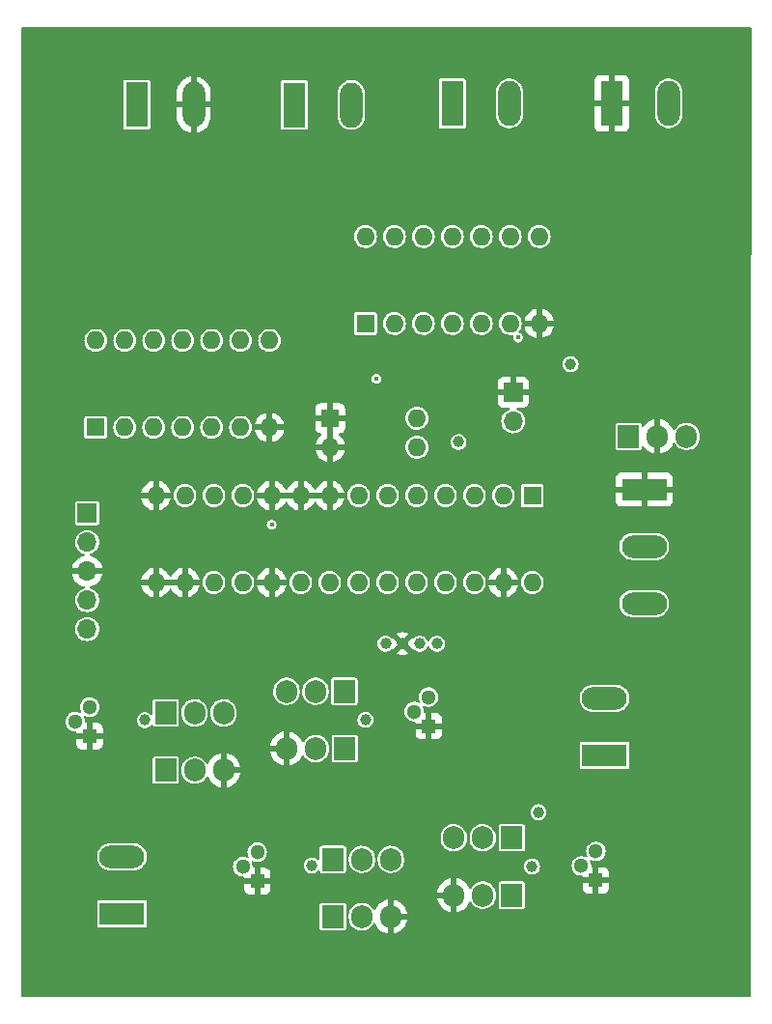
<source format=gbr>
%TF.GenerationSoftware,KiCad,Pcbnew,(6.0.2)*%
%TF.CreationDate,2022-03-08T08:53:00-06:00*%
%TF.ProjectId,FundamentalsRobot,46756e64-616d-4656-9e74-616c73526f62,rev?*%
%TF.SameCoordinates,Original*%
%TF.FileFunction,Copper,L3,Inr*%
%TF.FilePolarity,Positive*%
%FSLAX46Y46*%
G04 Gerber Fmt 4.6, Leading zero omitted, Abs format (unit mm)*
G04 Created by KiCad (PCBNEW (6.0.2)) date 2022-03-08 08:53:00*
%MOMM*%
%LPD*%
G01*
G04 APERTURE LIST*
%TA.AperFunction,ComponentPad*%
%ADD10R,1.905000X2.000000*%
%TD*%
%TA.AperFunction,ComponentPad*%
%ADD11O,1.905000X2.000000*%
%TD*%
%TA.AperFunction,ComponentPad*%
%ADD12R,1.300000X1.300000*%
%TD*%
%TA.AperFunction,ComponentPad*%
%ADD13C,1.300000*%
%TD*%
%TA.AperFunction,ComponentPad*%
%ADD14R,1.700000X1.700000*%
%TD*%
%TA.AperFunction,ComponentPad*%
%ADD15O,1.700000X1.700000*%
%TD*%
%TA.AperFunction,ComponentPad*%
%ADD16R,1.600000X1.600000*%
%TD*%
%TA.AperFunction,ComponentPad*%
%ADD17O,1.600000X1.600000*%
%TD*%
%TA.AperFunction,ComponentPad*%
%ADD18R,1.980000X3.960000*%
%TD*%
%TA.AperFunction,ComponentPad*%
%ADD19O,1.980000X3.960000*%
%TD*%
%TA.AperFunction,ComponentPad*%
%ADD20R,3.960000X1.980000*%
%TD*%
%TA.AperFunction,ComponentPad*%
%ADD21O,3.960000X1.980000*%
%TD*%
%TA.AperFunction,ComponentPad*%
%ADD22C,1.000000*%
%TD*%
%TA.AperFunction,ViaPad*%
%ADD23C,0.450000*%
%TD*%
%TA.AperFunction,ViaPad*%
%ADD24C,1.000000*%
%TD*%
G04 APERTURE END LIST*
D10*
%TO.N,+BATT*%
%TO.C,U2*%
X150320000Y-90860000D03*
D11*
%TO.N,GND*%
X152860000Y-90860000D03*
%TO.N,+5V*%
X155400000Y-90860000D03*
%TD*%
D10*
%TO.N,LN2G*%
%TO.C,Q4*%
X125400000Y-118220000D03*
D11*
%TO.N,LM_NEG*%
X122860000Y-118220000D03*
%TO.N,GND*%
X120320000Y-118220000D03*
%TD*%
D12*
%TO.N,GND*%
%TO.C,Q12*%
X147440000Y-129775000D03*
D13*
%TO.N,RM_CCW*%
X146170000Y-128505000D03*
%TO.N,RP2G*%
X147440000Y-127235000D03*
%TD*%
D14*
%TO.N,GND*%
%TO.C,SW1*%
X140190000Y-86995000D03*
D15*
%TO.N,~MCLR*%
X140190000Y-89535000D03*
%TD*%
D16*
%TO.N,L!Q*%
%TO.C,U1*%
X127225000Y-80965000D03*
D17*
%TO.N,LRST*%
X129765000Y-80965000D03*
%TO.N,LQ*%
X132305000Y-80965000D03*
%TO.N,R!Q*%
X134845000Y-80965000D03*
%TO.N,RQ*%
X137385000Y-80965000D03*
%TO.N,LRST*%
X139925000Y-80965000D03*
%TO.N,GND*%
X142465000Y-80965000D03*
%TO.N,RSET*%
X142465000Y-73345000D03*
%TO.N,R!Q*%
X139925000Y-73345000D03*
%TO.N,RQ*%
X137385000Y-73345000D03*
%TO.N,L!Q*%
X134845000Y-73345000D03*
%TO.N,LSET*%
X132305000Y-73345000D03*
%TO.N,LQ*%
X129765000Y-73345000D03*
%TO.N,+5V*%
X127225000Y-73345000D03*
%TD*%
D12*
%TO.N,GND*%
%TO.C,Q1*%
X103020000Y-117130000D03*
D13*
%TO.N,LM_CW*%
X101750000Y-115860000D03*
%TO.N,LP1G*%
X103020000Y-114590000D03*
%TD*%
D18*
%TO.N,LL_RH*%
%TO.C,J5*%
X107160000Y-61790000D03*
D19*
%TO.N,GND*%
X112160000Y-61790000D03*
%TD*%
D20*
%TO.N,GND*%
%TO.C,J1*%
X151680000Y-95505000D03*
D21*
%TO.N,+BATT*%
X151680000Y-100505000D03*
%TO.N,+8V*%
X151680000Y-105505000D03*
%TD*%
D18*
%TO.N,GND*%
%TO.C,J6*%
X148835000Y-61670000D03*
D19*
%TO.N,RL_RH*%
X153835000Y-61670000D03*
%TD*%
D10*
%TO.N,RN2G*%
%TO.C,Q10*%
X140060000Y-131070000D03*
D11*
%TO.N,RM_NEG*%
X137520000Y-131070000D03*
%TO.N,GND*%
X134980000Y-131070000D03*
%TD*%
D10*
%TO.N,LP2G*%
%TO.C,Q5*%
X125380000Y-113205000D03*
D11*
%TO.N,LM_NEG*%
X122840000Y-113205000D03*
%TO.N,+8V*%
X120300000Y-113205000D03*
%TD*%
D20*
%TO.N,RM_POS*%
%TO.C,J8*%
X148200000Y-118815000D03*
D21*
%TO.N,RM_NEG*%
X148200000Y-113815000D03*
%TD*%
D12*
%TO.N,GND*%
%TO.C,Q6*%
X132770000Y-116245000D03*
D13*
%TO.N,LM_CCW*%
X131500000Y-114975000D03*
%TO.N,LP2G*%
X132770000Y-113705000D03*
%TD*%
D18*
%TO.N,+5V*%
%TO.C,J7*%
X134845000Y-61670000D03*
D19*
%TO.N,RSET*%
X139845000Y-61670000D03*
%TD*%
D10*
%TO.N,RN1G*%
%TO.C,Q9*%
X124370000Y-132950000D03*
D11*
%TO.N,RM_POS*%
X126910000Y-132950000D03*
%TO.N,GND*%
X129450000Y-132950000D03*
%TD*%
D14*
%TO.N,~MCLR*%
%TO.C,J3*%
X102810000Y-97590000D03*
D15*
%TO.N,+5V*%
X102810000Y-100130000D03*
%TO.N,GND*%
X102810000Y-102670000D03*
%TO.N,TX*%
X102810000Y-105210000D03*
%TO.N,RX*%
X102810000Y-107750000D03*
%TD*%
D10*
%TO.N,LN1G*%
%TO.C,Q3*%
X109710000Y-120120000D03*
D11*
%TO.N,LM_POS*%
X112250000Y-120120000D03*
%TO.N,GND*%
X114790000Y-120120000D03*
%TD*%
D12*
%TO.N,GND*%
%TO.C,Q7*%
X117730000Y-129840000D03*
D13*
%TO.N,RM_CW*%
X116460000Y-128570000D03*
%TO.N,RP1G*%
X117730000Y-127300000D03*
%TD*%
D22*
%TO.N,RL*%
%TO.C,D1*%
X128990000Y-109030000D03*
%TO.N,GL*%
X131990000Y-109030000D03*
%TO.N,BL*%
X133490000Y-109030000D03*
%TO.N,GND*%
X130490000Y-109030000D03*
%TD*%
D18*
%TO.N,LSET*%
%TO.C,J2*%
X120985000Y-61820000D03*
D19*
%TO.N,+5V*%
X125985000Y-61820000D03*
%TD*%
D10*
%TO.N,RP2G*%
%TO.C,Q11*%
X140050000Y-126040000D03*
D11*
%TO.N,RM_NEG*%
X137510000Y-126040000D03*
%TO.N,+8V*%
X134970000Y-126040000D03*
%TD*%
D10*
%TO.N,LP1G*%
%TO.C,Q2*%
X109700000Y-115095000D03*
D11*
%TO.N,LM_POS*%
X112240000Y-115095000D03*
%TO.N,+8V*%
X114780000Y-115095000D03*
%TD*%
D16*
%TO.N,~MCLR*%
%TO.C,U3*%
X141860000Y-96045000D03*
D17*
%TO.N,LQ*%
X139320000Y-96045000D03*
%TO.N,TP3*%
X136780000Y-96045000D03*
%TO.N,TP4*%
X134240000Y-96045000D03*
%TO.N,RQ*%
X131700000Y-96045000D03*
%TO.N,LRST*%
X129160000Y-96045000D03*
%TO.N,BQ*%
X126620000Y-96045000D03*
%TO.N,GND*%
X124080000Y-96045000D03*
X121540000Y-96045000D03*
X119000000Y-96045000D03*
%TO.N,R_LIGHT*%
X116460000Y-96045000D03*
%TO.N,L_LIGHT*%
X113920000Y-96045000D03*
%TO.N,+5V*%
X111380000Y-96045000D03*
%TO.N,GND*%
X108840000Y-96045000D03*
X108840000Y-103665000D03*
X111380000Y-103665000D03*
%TO.N,TX*%
X113920000Y-103665000D03*
%TO.N,RX*%
X116460000Y-103665000D03*
%TO.N,GND*%
X119000000Y-103665000D03*
%TO.N,+5V*%
X121540000Y-103665000D03*
%TO.N,LM_CW*%
X124080000Y-103665000D03*
%TO.N,RM_CW*%
X126620000Y-103665000D03*
%TO.N,RLED*%
X129160000Y-103665000D03*
%TO.N,BLED*%
X131700000Y-103665000D03*
%TO.N,LM_CCW*%
X134240000Y-103665000D03*
%TO.N,RM_CCW*%
X136780000Y-103665000D03*
%TO.N,GND*%
X139320000Y-103665000D03*
%TO.N,+5V*%
X141860000Y-103665000D03*
%TD*%
D16*
%TO.N,LQ*%
%TO.C,U4*%
X103565000Y-90065000D03*
D17*
%TO.N,RQ*%
X106105000Y-90065000D03*
%TO.N,L!RNAND*%
X108645000Y-90065000D03*
X111185000Y-90065000D03*
%TO.N,B!Q*%
X113725000Y-90065000D03*
%TO.N,BQ*%
X116265000Y-90065000D03*
%TO.N,GND*%
X118805000Y-90065000D03*
%TO.N,B!Q*%
X118805000Y-82445000D03*
%TO.N,BQ*%
X116265000Y-82445000D03*
%TO.N,!LRST*%
X113725000Y-82445000D03*
X111185000Y-82445000D03*
%TO.N,LRST*%
X108645000Y-82445000D03*
X106105000Y-82445000D03*
%TO.N,+5V*%
X103565000Y-82445000D03*
%TD*%
D10*
%TO.N,RP1G*%
%TO.C,Q8*%
X124370000Y-127940000D03*
D11*
%TO.N,RM_POS*%
X126910000Y-127940000D03*
%TO.N,+8V*%
X129450000Y-127940000D03*
%TD*%
D16*
%TO.N,GND*%
%TO.C,SW2*%
X124125000Y-89270000D03*
D17*
X124125000Y-91810000D03*
%TO.N,TP4*%
X131745000Y-91810000D03*
%TO.N,TP3*%
X131745000Y-89270000D03*
%TD*%
D20*
%TO.N,LM_POS*%
%TO.C,J4*%
X105870000Y-132700000D03*
D21*
%TO.N,LM_NEG*%
X105870000Y-127700000D03*
%TD*%
D23*
%TO.N,GND*%
X123400000Y-71700000D03*
X127970000Y-70440000D03*
X129610000Y-69640000D03*
X127990000Y-68720000D03*
X100000000Y-106000000D03*
X160000000Y-58000000D03*
X100000000Y-72000000D03*
X156000000Y-102000000D03*
X116000000Y-136000000D03*
X137700000Y-89060000D03*
X117000000Y-66000000D03*
X106030000Y-104040000D03*
X147950000Y-81090000D03*
X131920000Y-122310000D03*
X159950000Y-83810000D03*
X106000000Y-138000000D03*
X118000000Y-138000000D03*
X159990000Y-91770000D03*
X151340000Y-109690000D03*
X150630000Y-69380000D03*
X122730000Y-62660000D03*
X160000000Y-128000000D03*
X122000000Y-56000000D03*
X139520000Y-105320000D03*
X138880000Y-118030000D03*
X131330000Y-68560000D03*
X155670000Y-110000000D03*
X158000000Y-126000000D03*
X158000000Y-118000000D03*
X127000000Y-83000000D03*
X108000000Y-136000000D03*
X100000000Y-80000000D03*
X160000000Y-108000000D03*
X154000000Y-130000000D03*
X113600000Y-122150000D03*
X107150000Y-129470000D03*
X100000000Y-124000000D03*
X121470000Y-107630000D03*
X126780000Y-87540000D03*
X144420000Y-101290000D03*
X115190000Y-122150000D03*
X121000000Y-67730000D03*
X106020000Y-102300000D03*
X147480000Y-124210000D03*
X106990000Y-56980000D03*
X124000000Y-138000000D03*
X119000000Y-62220000D03*
X104000000Y-136000000D03*
X111940000Y-109190000D03*
X116750000Y-122150000D03*
X113720000Y-78250000D03*
X152580000Y-126970000D03*
X152310000Y-112010000D03*
X127610000Y-90500000D03*
X156000000Y-132000000D03*
X145490000Y-112030000D03*
X107580000Y-84390000D03*
X102040000Y-123980000D03*
X152000000Y-138000000D03*
X140560000Y-106260000D03*
X107970000Y-123610000D03*
X127180000Y-99430000D03*
X132000000Y-58000000D03*
X155810000Y-63340000D03*
X115990000Y-73290000D03*
X100000000Y-98000000D03*
X133100000Y-133620000D03*
X147300000Y-67140000D03*
X139100000Y-83000000D03*
X146480000Y-107370000D03*
X159950000Y-87810000D03*
X146980000Y-62760000D03*
X119000000Y-66000000D03*
X139800000Y-93490000D03*
X156000000Y-134000000D03*
X159950000Y-81810000D03*
X132800000Y-79220000D03*
X114030000Y-64740000D03*
X120000000Y-58000000D03*
X144880000Y-120910000D03*
X111070000Y-131110000D03*
X100000000Y-56000000D03*
X135810000Y-99440000D03*
X107590000Y-88160000D03*
X127600000Y-86300000D03*
X114200000Y-93030000D03*
X138870000Y-71110000D03*
X100000000Y-58000000D03*
X158000000Y-114000000D03*
X150000000Y-58000000D03*
X134020000Y-123340000D03*
X118990000Y-59210000D03*
X112000000Y-58000000D03*
X117890000Y-58000000D03*
X117450000Y-84300000D03*
X151300000Y-67140000D03*
X100000000Y-134000000D03*
X107060000Y-64640000D03*
X100000000Y-68000000D03*
X156000000Y-100000000D03*
X115000000Y-70000000D03*
X137350000Y-99450000D03*
X152580000Y-128970000D03*
X118470000Y-85300000D03*
X147040000Y-73390000D03*
X128900000Y-86300000D03*
X157600000Y-98000000D03*
X126000000Y-58000000D03*
X105220000Y-96790000D03*
X107580000Y-86390000D03*
X148190000Y-101620000D03*
X123590000Y-122280000D03*
X107770000Y-106430000D03*
X149480000Y-122210000D03*
X116000000Y-56000000D03*
X137370000Y-118020000D03*
X128000000Y-56000000D03*
X110000000Y-138000000D03*
X152310000Y-114010000D03*
X152000000Y-136000000D03*
X102000000Y-136000000D03*
X115530000Y-84360000D03*
X154000000Y-128000000D03*
X142380000Y-113970000D03*
X98000000Y-122000000D03*
X120900000Y-134770000D03*
X158000000Y-138000000D03*
X155670000Y-120000000D03*
X104040000Y-123980000D03*
X152280000Y-82200000D03*
X102000000Y-138000000D03*
X141950000Y-60860000D03*
X100000000Y-114000000D03*
X110000000Y-136000000D03*
X103000000Y-75990000D03*
X98000000Y-90000000D03*
X131320000Y-123340000D03*
X100000000Y-112000000D03*
X121720000Y-78270000D03*
X154000000Y-108000000D03*
X107000000Y-72000000D03*
X100000000Y-82000000D03*
X100000000Y-132000000D03*
X110000000Y-58000000D03*
X140180000Y-91820000D03*
X137040000Y-67240000D03*
X155580000Y-106010000D03*
X157600000Y-102000000D03*
X106010000Y-67730000D03*
X157190000Y-77090000D03*
X131190000Y-75910000D03*
X132100000Y-138700000D03*
X138880000Y-65270000D03*
X113160000Y-88200000D03*
X120920000Y-59100000D03*
X113260000Y-134120000D03*
X98000000Y-112000000D03*
X98000000Y-56000000D03*
X154000000Y-122000000D03*
X140000000Y-136000000D03*
X142820000Y-94210000D03*
X111070000Y-132650000D03*
X98000000Y-120000000D03*
X132680000Y-123320000D03*
X150930000Y-81180000D03*
X105170000Y-63010000D03*
X98000000Y-114000000D03*
X98000000Y-74000000D03*
X123000000Y-85000000D03*
X143890000Y-93250000D03*
X98000000Y-138000000D03*
X142000000Y-58000000D03*
X140970000Y-77100000D03*
X124100000Y-61540000D03*
X111000000Y-72000000D03*
X145110000Y-114780000D03*
X109580000Y-84390000D03*
X116590000Y-119390000D03*
X133370000Y-71100000D03*
X98000000Y-108000000D03*
X115910000Y-105620000D03*
X122660000Y-99380000D03*
X105160000Y-57070000D03*
X159990000Y-95770000D03*
X140970000Y-75100000D03*
X112000000Y-56000000D03*
X115010000Y-134370000D03*
X145110000Y-113350000D03*
X137320000Y-63720000D03*
X155270000Y-75290000D03*
X130000000Y-58000000D03*
X160000000Y-102000000D03*
X157050000Y-88520000D03*
X126800000Y-93590000D03*
X140170000Y-108040000D03*
X150820000Y-93520000D03*
X121080000Y-92730000D03*
X109530000Y-88190000D03*
X117850000Y-108570000D03*
X141950000Y-62860000D03*
X119010000Y-64800000D03*
X108000000Y-56000000D03*
X111530000Y-88190000D03*
X102040000Y-121980000D03*
X119130000Y-94200000D03*
X145910000Y-122220000D03*
X114550000Y-85460000D03*
X130100000Y-138700000D03*
X98000000Y-124000000D03*
X141270000Y-69000000D03*
X100000000Y-138000000D03*
X120800000Y-94200000D03*
X109730000Y-100220000D03*
X113000000Y-72000000D03*
X133940000Y-86900000D03*
X123850000Y-81720000D03*
X141310000Y-67280000D03*
X158000000Y-132000000D03*
X103000000Y-78070000D03*
X111950000Y-73320000D03*
X130330000Y-64420000D03*
X140000000Y-56000000D03*
X156000000Y-126000000D03*
X105580000Y-84390000D03*
X141370000Y-133720000D03*
X104000000Y-58000000D03*
X160000000Y-136000000D03*
X140330000Y-109460000D03*
X143930000Y-105780000D03*
X116850000Y-120870000D03*
X142890000Y-91610000D03*
X138910000Y-133690000D03*
X143000000Y-83000000D03*
X156000000Y-104000000D03*
X140420000Y-94510000D03*
X111070000Y-134650000D03*
X152050000Y-103760000D03*
X158000000Y-112000000D03*
X124000000Y-58000000D03*
X105000000Y-70000000D03*
X112020000Y-64760000D03*
X130410000Y-74800000D03*
X100000000Y-78000000D03*
X137890000Y-94040000D03*
X131100000Y-133620000D03*
X152310000Y-116010000D03*
X100000000Y-92000000D03*
X133420000Y-122350000D03*
X117000000Y-68000000D03*
X127610000Y-88500000D03*
X128480000Y-130900000D03*
X151300000Y-65140000D03*
X146980000Y-58920000D03*
X159990000Y-89770000D03*
X147180000Y-112020000D03*
X112000000Y-136000000D03*
X137350000Y-61970000D03*
X98000000Y-116000000D03*
X116200000Y-93030000D03*
X151170000Y-118950000D03*
X121980000Y-100310000D03*
X154000000Y-104000000D03*
X134080000Y-99440000D03*
X148270000Y-107370000D03*
X111530000Y-84400000D03*
X107810000Y-117670000D03*
X159930000Y-80070000D03*
X130520000Y-122290000D03*
X110000000Y-56000000D03*
X154000000Y-56000000D03*
X113000000Y-66000000D03*
X121850000Y-81720000D03*
X151320000Y-59700000D03*
X112000000Y-138000000D03*
X110700000Y-99050000D03*
X98000000Y-136000000D03*
X117710000Y-80320000D03*
X124780000Y-87540000D03*
X155270000Y-71350000D03*
X158000000Y-56000000D03*
X150000000Y-138000000D03*
X149100000Y-117070000D03*
X115720000Y-80340000D03*
X138650000Y-109450000D03*
X122000000Y-58000000D03*
X135560000Y-109460000D03*
X107000000Y-70000000D03*
X140760000Y-116520000D03*
X149530000Y-82250000D03*
X145130000Y-81120000D03*
X116000000Y-138000000D03*
X123400000Y-70700000D03*
X104780000Y-92520000D03*
X144000000Y-58000000D03*
X155670000Y-114010000D03*
X98000000Y-84000000D03*
X98000000Y-72000000D03*
X98000000Y-88000000D03*
X120000000Y-138000000D03*
X105580000Y-86390000D03*
X150110000Y-107380000D03*
X119840000Y-92730000D03*
X100000000Y-126000000D03*
X109740000Y-80360000D03*
X119020000Y-63470000D03*
X134140000Y-121020000D03*
X151150000Y-134470000D03*
X156590000Y-85120000D03*
X117990000Y-105620000D03*
X105590000Y-88160000D03*
X107750000Y-110500000D03*
X104500000Y-110250000D03*
X138000000Y-58000000D03*
X98000000Y-78000000D03*
X135780000Y-119510000D03*
X98000000Y-134000000D03*
X130460000Y-90650000D03*
X158040000Y-83800000D03*
X126000000Y-56000000D03*
X138890000Y-99440000D03*
X137540000Y-86890000D03*
X105180000Y-59860000D03*
X132000000Y-136000000D03*
X121000000Y-83000000D03*
X98000000Y-128000000D03*
X137330000Y-119520000D03*
X112340000Y-101280000D03*
X136530000Y-79190000D03*
X114170000Y-98268500D03*
X100000000Y-136000000D03*
X158000000Y-134000000D03*
X122880000Y-123310000D03*
X114010000Y-63160000D03*
X154000000Y-112000000D03*
X133050000Y-130690000D03*
X160000000Y-56000000D03*
X101740000Y-125990000D03*
X140000000Y-58000000D03*
X103170000Y-134340000D03*
X119710000Y-80320000D03*
X98000000Y-70000000D03*
X155670000Y-112010000D03*
X125660000Y-92450000D03*
X158040000Y-81800000D03*
X100000000Y-86000000D03*
X160000000Y-134000000D03*
X146150000Y-99630000D03*
X157230000Y-73350000D03*
X106850000Y-134530000D03*
X133380000Y-65250000D03*
X113720000Y-80340000D03*
X155670000Y-116020000D03*
X125270000Y-93680000D03*
X154000000Y-132000000D03*
X154000000Y-102000000D03*
X125900000Y-88770000D03*
X138000000Y-56000000D03*
X147040000Y-71390000D03*
X100000000Y-74000000D03*
X154000000Y-110000000D03*
X157030000Y-93770000D03*
X130420000Y-93810000D03*
X135270000Y-67220000D03*
X154480000Y-106550000D03*
X119400000Y-86310000D03*
X147610000Y-109680000D03*
X125000000Y-83000000D03*
X152000000Y-58000000D03*
X113160000Y-84410000D03*
X148490000Y-123180000D03*
X158000000Y-110000000D03*
X116900000Y-63530000D03*
X148400000Y-91610000D03*
X100000000Y-90000000D03*
X133370000Y-69100000D03*
X108580000Y-99050000D03*
X121000000Y-85000000D03*
X98000000Y-86000000D03*
X126000000Y-136000000D03*
X130000000Y-56000000D03*
X129810000Y-123320000D03*
X148000000Y-56000000D03*
X102850000Y-121050000D03*
X122080000Y-122260000D03*
X155590000Y-108000000D03*
X156000000Y-136000000D03*
X121000000Y-70000000D03*
X124130000Y-60200000D03*
X137100000Y-83000000D03*
X123720000Y-78270000D03*
X154000000Y-136000000D03*
X115020000Y-98970000D03*
X130070000Y-62480000D03*
X156000000Y-130000000D03*
X123850000Y-80140000D03*
X160000000Y-122000000D03*
X110700000Y-110400000D03*
X137050000Y-106630000D03*
X135920000Y-105300000D03*
X107770000Y-108750000D03*
X113000000Y-67750000D03*
X153300000Y-65140000D03*
X103580000Y-122210000D03*
X130020000Y-76950000D03*
X156000000Y-58000000D03*
X144000000Y-56000000D03*
X117850000Y-131720000D03*
X135610000Y-84030000D03*
X145660000Y-109690000D03*
X133080000Y-76300000D03*
X160000000Y-132000000D03*
X98000000Y-118000000D03*
X127500000Y-76150000D03*
X160000000Y-106000000D03*
X100000000Y-96000000D03*
X106330000Y-100320000D03*
X109850000Y-108750000D03*
X118000000Y-136000000D03*
X120520000Y-108540000D03*
X103000000Y-72000000D03*
X124000000Y-136000000D03*
X156000000Y-138000000D03*
X123460000Y-105430000D03*
X134930000Y-133890000D03*
X128310000Y-123280000D03*
X144470000Y-94220000D03*
X113160000Y-86410000D03*
X128470000Y-75240000D03*
X138980000Y-84710000D03*
X132120000Y-99440000D03*
X109850000Y-106430000D03*
X147480000Y-122210000D03*
X148690000Y-69380000D03*
X122750000Y-60180000D03*
X142810000Y-75130000D03*
X111000000Y-66000000D03*
X147310000Y-116970000D03*
X101740000Y-127990000D03*
X123000000Y-83000000D03*
X138870000Y-69110000D03*
X154000000Y-114000000D03*
X148150000Y-103960000D03*
X114520000Y-108570000D03*
X98000000Y-60000000D03*
X121310000Y-105380000D03*
X123000000Y-67730000D03*
X151320000Y-61560000D03*
X150580000Y-112010000D03*
X105650000Y-108750000D03*
X117110000Y-133760000D03*
X154840000Y-69390000D03*
X117220000Y-101630000D03*
X98000000Y-80000000D03*
X138960000Y-106240000D03*
X135540000Y-86890000D03*
X111000000Y-67750000D03*
X134160000Y-119530000D03*
X144440000Y-102770000D03*
X112980000Y-110320000D03*
X149480000Y-124210000D03*
X112020000Y-106370000D03*
X115570000Y-101630000D03*
X119530000Y-105510000D03*
X98000000Y-132000000D03*
X144490000Y-96810000D03*
X102000000Y-58000000D03*
X148190000Y-99620000D03*
X148690000Y-115650000D03*
X154000000Y-138000000D03*
X100000000Y-130000000D03*
X109150000Y-129470000D03*
X160000000Y-112000000D03*
X102850000Y-119050000D03*
X147950000Y-83090000D03*
X106740000Y-95590000D03*
X117400000Y-88100000D03*
X150930000Y-83180000D03*
X117450000Y-86300000D03*
X140700000Y-99440000D03*
X138000000Y-136000000D03*
X154000000Y-126000000D03*
X131040000Y-87580000D03*
X98000000Y-106000000D03*
X144610000Y-65670000D03*
X117000000Y-70000000D03*
X101740000Y-129990000D03*
X109090000Y-132600000D03*
X135260000Y-69070000D03*
X121000000Y-72000000D03*
X142810000Y-77130000D03*
X123000000Y-66000000D03*
X138880000Y-67270000D03*
X148100000Y-139100000D03*
X106450000Y-96740000D03*
X153590000Y-81090000D03*
X108870000Y-71990000D03*
X158000000Y-124000000D03*
X111150000Y-129470000D03*
X125240000Y-107860000D03*
X136000000Y-56000000D03*
X158000000Y-136000000D03*
X117000000Y-72000000D03*
X146980000Y-60920000D03*
X158000000Y-58000000D03*
X98000000Y-64000000D03*
X131410000Y-132710000D03*
X123000000Y-59120000D03*
X111740000Y-80360000D03*
X143280000Y-78750000D03*
X140760000Y-113880000D03*
X125190000Y-109430000D03*
X160000000Y-100000000D03*
X135820000Y-118010000D03*
X109090000Y-134600000D03*
X119400000Y-84310000D03*
X101740000Y-133990000D03*
X141350000Y-105370000D03*
X156000000Y-56000000D03*
X136000000Y-58000000D03*
X157020000Y-91510000D03*
X149530000Y-80250000D03*
X98000000Y-58000000D03*
X141440000Y-78720000D03*
X143190000Y-120920000D03*
X116930000Y-59780000D03*
X117720000Y-78250000D03*
X134000000Y-85100000D03*
X114000000Y-136000000D03*
X137040000Y-65240000D03*
X134000000Y-58000000D03*
X151310000Y-63430000D03*
X119000000Y-70000000D03*
X98000000Y-82000000D03*
X100000000Y-70000000D03*
X153090000Y-123080000D03*
X145130000Y-79120000D03*
X141560000Y-108030000D03*
X148000000Y-58000000D03*
X122760000Y-61520000D03*
X139060000Y-91840000D03*
X116270000Y-108560000D03*
X109580000Y-86390000D03*
X159950000Y-85810000D03*
X152310000Y-118010000D03*
X100000000Y-100000000D03*
X157030000Y-95770000D03*
X128570000Y-93640000D03*
X111900000Y-111170000D03*
X141100000Y-83000000D03*
X144580000Y-63900000D03*
X117140000Y-94280000D03*
X149300000Y-67140000D03*
X152190000Y-124170000D03*
X108010000Y-67750000D03*
X114000000Y-138000000D03*
X152580000Y-132970000D03*
X155300000Y-67140000D03*
X118850000Y-134800000D03*
X140990000Y-93390000D03*
X130910000Y-60060000D03*
X136530000Y-77190000D03*
X104500000Y-112250000D03*
X144390000Y-68100000D03*
X108000000Y-66000000D03*
X137050000Y-109430000D03*
X160000000Y-126000000D03*
X114080000Y-101640000D03*
X115720000Y-78250000D03*
X141540000Y-97620000D03*
X146630000Y-80250000D03*
X149450000Y-109690000D03*
X134100000Y-83000000D03*
X149920000Y-103820000D03*
X156780000Y-69390000D03*
X152310000Y-120010000D03*
X130860000Y-78510000D03*
X155990000Y-60050000D03*
X107220000Y-92410000D03*
X144100000Y-138700000D03*
X140100000Y-138700000D03*
X152000000Y-56000000D03*
X131000000Y-85100000D03*
X144610000Y-60150000D03*
X124000000Y-56000000D03*
X130340000Y-130900000D03*
X132280000Y-74980000D03*
X130450000Y-99440000D03*
X129040000Y-87580000D03*
X152620000Y-134480000D03*
X156440000Y-86480000D03*
X129000000Y-83000000D03*
X117920000Y-98300000D03*
X146470000Y-120900000D03*
X114550000Y-87250000D03*
X157600000Y-100000000D03*
X142850000Y-106820000D03*
X127880000Y-63600000D03*
X116020000Y-98280000D03*
X142520000Y-89310000D03*
X117890000Y-56000000D03*
X160000000Y-116000000D03*
X128590000Y-66370000D03*
X160000000Y-138000000D03*
X100000000Y-102000000D03*
X108990000Y-56980000D03*
X108870000Y-69990000D03*
X121850000Y-80140000D03*
X144610000Y-62150000D03*
X119000000Y-67730000D03*
X136100000Y-138700000D03*
X106000000Y-136000000D03*
X150780000Y-117010000D03*
X154000000Y-120000000D03*
X128900000Y-85100000D03*
X145750000Y-56010000D03*
X106000000Y-56000000D03*
X105230000Y-95600000D03*
X114000000Y-56000000D03*
X154000000Y-134000000D03*
X124130000Y-64020000D03*
X138570000Y-108020000D03*
X109720000Y-78250000D03*
X113520000Y-125340000D03*
X119400000Y-99360000D03*
X138100000Y-138700000D03*
X133380000Y-67250000D03*
X104850000Y-119050000D03*
X98000000Y-76000000D03*
X140740000Y-115310000D03*
X127660000Y-92450000D03*
X157600000Y-108000000D03*
X142000000Y-136000000D03*
X127710000Y-78380000D03*
X118390000Y-87220000D03*
X152000000Y-107380000D03*
X134000000Y-136000000D03*
X152750000Y-109560000D03*
X127510000Y-122230000D03*
X146200000Y-138900000D03*
X98000000Y-126000000D03*
X126000000Y-138000000D03*
X112280000Y-93030000D03*
X145980000Y-123910000D03*
X115200000Y-123600000D03*
X150790000Y-115240000D03*
X123670000Y-109440000D03*
X131960000Y-77420000D03*
X155670000Y-118000000D03*
X136540000Y-133870000D03*
X155270000Y-73350000D03*
X120000000Y-56000000D03*
X109070000Y-131110000D03*
X104000000Y-138000000D03*
X98000000Y-62000000D03*
X107070000Y-131110000D03*
X115530000Y-88150000D03*
X156200000Y-122100000D03*
X106970000Y-73980000D03*
X152200000Y-122040000D03*
X100000000Y-104000000D03*
X100000000Y-60000000D03*
X116980000Y-98950000D03*
X154100000Y-124200000D03*
X105000000Y-73990000D03*
X119000000Y-72000000D03*
X128050000Y-60080000D03*
X113550000Y-105310000D03*
X105180000Y-61120000D03*
X98000000Y-130000000D03*
X158000000Y-128000000D03*
X114010000Y-59540000D03*
X113200000Y-94250000D03*
X144000000Y-90440000D03*
X100000000Y-128000000D03*
X145070000Y-92010000D03*
X136530000Y-75670000D03*
X121340000Y-101350000D03*
X132300000Y-93570000D03*
X154000000Y-58000000D03*
X130400000Y-92450000D03*
X120030000Y-73290000D03*
X137750000Y-133700000D03*
X150000000Y-136000000D03*
X153300000Y-67140000D03*
X119720000Y-78250000D03*
X148090000Y-120850000D03*
X127000000Y-85000000D03*
X119400000Y-88100000D03*
X106000000Y-91680000D03*
X98000000Y-96000000D03*
X137350000Y-59970000D03*
X124140000Y-62730000D03*
X105170000Y-64640000D03*
X145130000Y-75330000D03*
X160000000Y-110000000D03*
X135270000Y-65220000D03*
X114620000Y-106930000D03*
X146550000Y-91980000D03*
X98000000Y-94000000D03*
X105970000Y-123610000D03*
X154000000Y-118000000D03*
X116930000Y-61780000D03*
X128000000Y-58000000D03*
X119350000Y-108560000D03*
X145750000Y-58010000D03*
X114840000Y-66140000D03*
X142100000Y-138700000D03*
X148100000Y-137100000D03*
X137700000Y-91060000D03*
X103000000Y-70000000D03*
X137050000Y-108040000D03*
X157600000Y-104000000D03*
X110690000Y-101270000D03*
X115530000Y-86360000D03*
X98000000Y-104000000D03*
X102000000Y-56000000D03*
X111530000Y-86400000D03*
X105000000Y-75990000D03*
X142410000Y-111330000D03*
X104000000Y-56000000D03*
X114490000Y-67500000D03*
X152820000Y-93520000D03*
X100000000Y-84000000D03*
X135760000Y-121020000D03*
X118070000Y-132900000D03*
X147300000Y-65140000D03*
X134930000Y-122370000D03*
X121000000Y-66000000D03*
X111580000Y-100080000D03*
X122000000Y-136000000D03*
X124080000Y-99430000D03*
X156590000Y-83120000D03*
X160000000Y-104000000D03*
X160000000Y-120000000D03*
X116700000Y-106930000D03*
X102250000Y-112250000D03*
X158000000Y-120000000D03*
X137920000Y-105300000D03*
X149300000Y-65140000D03*
X104880000Y-134500000D03*
X100000000Y-94000000D03*
X120000000Y-136000000D03*
X110750000Y-123460000D03*
X160000000Y-118000000D03*
X158040000Y-85800000D03*
X100000000Y-64000000D03*
X134100000Y-138700000D03*
X136000000Y-136000000D03*
X98000000Y-66000000D03*
X140170000Y-133730000D03*
X152280000Y-80200000D03*
X100000000Y-122000000D03*
X147040000Y-75330000D03*
X148890000Y-112020000D03*
X142400000Y-112560000D03*
X129502094Y-67930000D03*
X130330000Y-66570000D03*
X131300000Y-70310000D03*
X113610000Y-123590000D03*
X131100000Y-83000000D03*
X157230000Y-71350000D03*
X152840000Y-69390000D03*
X137000000Y-85100000D03*
X132000000Y-56000000D03*
X142000000Y-56000000D03*
X118140000Y-93060000D03*
X106000000Y-66000000D03*
X134640000Y-79220000D03*
X146630000Y-82250000D03*
X160000000Y-124000000D03*
X113000000Y-70000000D03*
X128890000Y-99440000D03*
X113950000Y-73320000D03*
X140760000Y-112450000D03*
X134000000Y-56000000D03*
X148430000Y-89980000D03*
X98000000Y-98000000D03*
X100000000Y-88000000D03*
X150000000Y-56000000D03*
X125560000Y-99430000D03*
X125000000Y-85000000D03*
X160000000Y-114000000D03*
X103000000Y-67000000D03*
X115200000Y-94250000D03*
X116000000Y-58000000D03*
X100000000Y-66000000D03*
X135560000Y-106660000D03*
X157600000Y-106000000D03*
X131090000Y-131760000D03*
X106000000Y-94780000D03*
X129010000Y-122270000D03*
X105650000Y-106430000D03*
X98000000Y-102000000D03*
X152580000Y-130970000D03*
X146150000Y-101630000D03*
X103530000Y-91630000D03*
X148420000Y-88390000D03*
X98000000Y-110000000D03*
X117990000Y-73290000D03*
X154000000Y-116000000D03*
X103980000Y-120060000D03*
X118990000Y-60680000D03*
X128000000Y-138000000D03*
X141000000Y-85100000D03*
X100000000Y-76000000D03*
X144860000Y-104750000D03*
X108570000Y-101270000D03*
X114010000Y-61540000D03*
X146240000Y-104050000D03*
X118860000Y-106830000D03*
X130000000Y-136000000D03*
X160000000Y-130000000D03*
X100000000Y-62000000D03*
X156000000Y-128000000D03*
X134200000Y-75180000D03*
X111000000Y-70000000D03*
X159990000Y-93770000D03*
X127030000Y-59140000D03*
X135260000Y-71070000D03*
X100000000Y-108000000D03*
X134640000Y-77220000D03*
X113420000Y-129330000D03*
X122470000Y-106540000D03*
X114000000Y-58000000D03*
X150190000Y-88390000D03*
X124390000Y-123330000D03*
X160000000Y-98000000D03*
X156000000Y-124000000D03*
X120320000Y-100440000D03*
X115000000Y-72000000D03*
X135560000Y-108070000D03*
X145600000Y-69200000D03*
X102250000Y-110130000D03*
X141310000Y-65280000D03*
X144000000Y-136000000D03*
X145130000Y-77330000D03*
X105000000Y-72000000D03*
X122030000Y-73290000D03*
X103000000Y-73990000D03*
X108000000Y-138000000D03*
X158000000Y-116000000D03*
X111720000Y-78250000D03*
X113150000Y-108560000D03*
X155300000Y-65140000D03*
X120940000Y-99360000D03*
X125900000Y-90770000D03*
X101740000Y-131990000D03*
X158000000Y-122000000D03*
X137030000Y-69090000D03*
X98000000Y-92000000D03*
X113200000Y-111180000D03*
X100000000Y-110000000D03*
X137030000Y-71090000D03*
X125000000Y-59140000D03*
X143250000Y-69200000D03*
X157030000Y-90010000D03*
X98000000Y-100000000D03*
X122000000Y-138000000D03*
X144870000Y-119320000D03*
X98000000Y-68000000D03*
X157230000Y-75290000D03*
X158000000Y-130000000D03*
X134240000Y-118040000D03*
D24*
%TO.N,+5V*%
X135390000Y-91350000D03*
X145230000Y-84540000D03*
%TO.N,+8V*%
X142400000Y-123800000D03*
%TO.N,LM_POS*%
X127220000Y-115700000D03*
%TO.N,LM_NEG*%
X107870000Y-115730000D03*
%TO.N,RM_POS*%
X141840000Y-128560000D03*
%TO.N,RM_NEG*%
X122530000Y-128460000D03*
D23*
%TO.N,R_LIGHT*%
X119000000Y-98600000D03*
%TO.N,R!Q*%
X140600000Y-82200000D03*
%TO.N,RQ*%
X128200000Y-85800000D03*
%TD*%
%TA.AperFunction,Conductor*%
%TO.N,GND*%
G36*
X161059191Y-55018907D02*
G01*
X161095155Y-55068407D01*
X161100000Y-55099000D01*
X161100000Y-56197617D01*
X161099813Y-56200000D01*
X97000000Y-56300000D01*
X97000000Y-55099000D01*
X97018907Y-55040809D01*
X97068407Y-55004845D01*
X97099000Y-55000000D01*
X161001000Y-55000000D01*
X161059191Y-55018907D01*
G37*
%TD.AperFunction*%
%TD*%
%TA.AperFunction,Conductor*%
%TO.N,GND*%
G36*
X161099640Y-56202206D02*
G01*
X161099640Y-56202211D01*
X161054678Y-94015927D01*
X161006619Y-134433944D01*
X161000118Y-139901118D01*
X160981141Y-139959286D01*
X160931599Y-139995191D01*
X160901118Y-140000000D01*
X97099000Y-140000000D01*
X97040809Y-139981093D01*
X97004845Y-139931593D01*
X97000000Y-139901000D01*
X97000000Y-133969748D01*
X123217000Y-133969748D01*
X123228633Y-134028231D01*
X123272948Y-134094552D01*
X123339269Y-134138867D01*
X123348832Y-134140769D01*
X123348834Y-134140770D01*
X123371505Y-134145279D01*
X123397752Y-134150500D01*
X125342248Y-134150500D01*
X125368495Y-134145279D01*
X125391166Y-134140770D01*
X125391168Y-134140769D01*
X125400731Y-134138867D01*
X125467052Y-134094552D01*
X125511367Y-134028231D01*
X125523000Y-133969748D01*
X125523000Y-133051261D01*
X125757000Y-133051261D01*
X125771450Y-133208518D01*
X125828970Y-133412469D01*
X125922694Y-133602522D01*
X126049483Y-133772313D01*
X126052816Y-133775394D01*
X126177337Y-133890500D01*
X126205091Y-133916156D01*
X126208924Y-133918574D01*
X126208926Y-133918576D01*
X126282330Y-133964890D01*
X126384306Y-134029232D01*
X126581127Y-134107756D01*
X126788962Y-134149097D01*
X126893282Y-134150462D01*
X126996311Y-134151811D01*
X126996316Y-134151811D01*
X127000851Y-134151870D01*
X127005324Y-134151101D01*
X127005329Y-134151101D01*
X127205219Y-134116754D01*
X127205225Y-134116752D01*
X127209697Y-134115984D01*
X127344378Y-134066298D01*
X127404243Y-134044213D01*
X127404246Y-134044212D01*
X127408506Y-134042640D01*
X127419096Y-134036340D01*
X127523018Y-133974512D01*
X127590620Y-133934293D01*
X127594035Y-133931298D01*
X127594038Y-133931296D01*
X127746526Y-133797567D01*
X127749940Y-133794573D01*
X127881130Y-133628159D01*
X127883241Y-133624147D01*
X127883246Y-133624139D01*
X127922133Y-133550225D01*
X127965960Y-133507530D01*
X128026512Y-133498750D01*
X128080660Y-133527238D01*
X128100536Y-133556844D01*
X128156826Y-133686303D01*
X128160650Y-133693434D01*
X128286690Y-133888261D01*
X128291629Y-133894674D01*
X128447794Y-134066298D01*
X128453717Y-134071822D01*
X128635814Y-134215633D01*
X128642558Y-134220113D01*
X128845698Y-134332253D01*
X128853090Y-134335575D01*
X129071807Y-134413027D01*
X129079646Y-134415098D01*
X129180564Y-134433074D01*
X129193774Y-134431241D01*
X129194195Y-134430837D01*
X129196000Y-134423623D01*
X129196000Y-134420531D01*
X129704000Y-134420531D01*
X129708122Y-134433216D01*
X129709123Y-134433944D01*
X129715451Y-134434459D01*
X129785608Y-134423723D01*
X129793494Y-134421844D01*
X130014049Y-134349756D01*
X130021506Y-134346621D01*
X130227328Y-134239477D01*
X130234181Y-134235162D01*
X130419741Y-134095839D01*
X130425794Y-134090465D01*
X130586100Y-133922713D01*
X130591203Y-133916412D01*
X130721959Y-133724732D01*
X130725961Y-133717686D01*
X130823654Y-133507223D01*
X130826453Y-133499618D01*
X130888461Y-133276022D01*
X130889979Y-133268069D01*
X130895159Y-133219594D01*
X130892409Y-133206539D01*
X130890594Y-133204900D01*
X130886378Y-133204000D01*
X129719680Y-133204000D01*
X129706995Y-133208122D01*
X129704000Y-133212243D01*
X129704000Y-134420531D01*
X129196000Y-134420531D01*
X129196000Y-132680320D01*
X129704000Y-132680320D01*
X129708122Y-132693005D01*
X129712243Y-132696000D01*
X130882847Y-132696000D01*
X130895532Y-132691878D01*
X130897350Y-132689376D01*
X130897721Y-132686196D01*
X130896160Y-132667203D01*
X130894834Y-132659196D01*
X130838310Y-132434164D01*
X130835697Y-132426488D01*
X130743174Y-132213697D01*
X130739350Y-132206566D01*
X130613310Y-132011739D01*
X130608371Y-132005326D01*
X130452206Y-131833702D01*
X130446283Y-131828178D01*
X130264186Y-131684367D01*
X130257442Y-131679887D01*
X130054302Y-131567747D01*
X130046910Y-131564425D01*
X129828193Y-131486973D01*
X129820354Y-131484902D01*
X129719436Y-131466926D01*
X129706226Y-131468759D01*
X129705805Y-131469163D01*
X129704000Y-131476377D01*
X129704000Y-132680320D01*
X129196000Y-132680320D01*
X129196000Y-131479469D01*
X129191878Y-131466784D01*
X129190877Y-131466056D01*
X129184549Y-131465541D01*
X129114392Y-131476277D01*
X129106506Y-131478156D01*
X128885951Y-131550244D01*
X128878494Y-131553379D01*
X128672672Y-131660523D01*
X128665819Y-131664838D01*
X128480259Y-131804161D01*
X128474206Y-131809535D01*
X128313900Y-131977287D01*
X128308797Y-131983588D01*
X128178041Y-132175268D01*
X128174039Y-132182314D01*
X128099416Y-132343075D01*
X128057766Y-132387896D01*
X127997725Y-132399675D01*
X127942228Y-132373914D01*
X127920831Y-132345182D01*
X127897306Y-132297478D01*
X127784798Y-132146811D01*
X127773233Y-132131324D01*
X127773232Y-132131323D01*
X127770517Y-132127687D01*
X127614909Y-131983844D01*
X127582481Y-131963383D01*
X127439531Y-131873189D01*
X127435694Y-131870768D01*
X127238873Y-131792244D01*
X127031038Y-131750903D01*
X126926718Y-131749538D01*
X126823689Y-131748189D01*
X126823684Y-131748189D01*
X126819149Y-131748130D01*
X126814676Y-131748899D01*
X126814671Y-131748899D01*
X126614781Y-131783246D01*
X126614775Y-131783248D01*
X126610303Y-131784016D01*
X126510898Y-131820688D01*
X126415757Y-131855787D01*
X126415754Y-131855788D01*
X126411494Y-131857360D01*
X126407591Y-131859682D01*
X126407589Y-131859683D01*
X126358857Y-131888676D01*
X126229380Y-131965707D01*
X126225965Y-131968702D01*
X126225962Y-131968704D01*
X126128367Y-132054293D01*
X126070060Y-132105427D01*
X125938870Y-132271841D01*
X125936757Y-132275856D01*
X125936757Y-132275857D01*
X125843951Y-132452253D01*
X125840203Y-132459376D01*
X125777364Y-132661751D01*
X125757000Y-132833805D01*
X125757000Y-133051261D01*
X125523000Y-133051261D01*
X125523000Y-131930252D01*
X125516066Y-131895394D01*
X125513270Y-131881334D01*
X125513269Y-131881332D01*
X125511367Y-131871769D01*
X125467052Y-131805448D01*
X125400731Y-131761133D01*
X125391168Y-131759231D01*
X125391166Y-131759230D01*
X125368495Y-131754721D01*
X125342248Y-131749500D01*
X123397752Y-131749500D01*
X123371505Y-131754721D01*
X123348834Y-131759230D01*
X123348832Y-131759231D01*
X123339269Y-131761133D01*
X123272948Y-131805448D01*
X123228633Y-131871769D01*
X123226731Y-131881332D01*
X123226730Y-131881334D01*
X123223934Y-131895394D01*
X123217000Y-131930252D01*
X123217000Y-133969748D01*
X97000000Y-133969748D01*
X97000000Y-133709748D01*
X103689500Y-133709748D01*
X103701133Y-133768231D01*
X103745448Y-133834552D01*
X103811769Y-133878867D01*
X103821332Y-133880769D01*
X103821334Y-133880770D01*
X103844005Y-133885279D01*
X103870252Y-133890500D01*
X107869748Y-133890500D01*
X107895995Y-133885279D01*
X107918666Y-133880770D01*
X107918668Y-133880769D01*
X107928231Y-133878867D01*
X107994552Y-133834552D01*
X108038867Y-133768231D01*
X108050500Y-133709748D01*
X108050500Y-131690252D01*
X108038867Y-131631769D01*
X107994552Y-131565448D01*
X107928231Y-131521133D01*
X107918668Y-131519231D01*
X107918666Y-131519230D01*
X107895995Y-131514721D01*
X107869748Y-131509500D01*
X103870252Y-131509500D01*
X103844005Y-131514721D01*
X103821334Y-131519230D01*
X103821332Y-131519231D01*
X103811769Y-131521133D01*
X103745448Y-131565448D01*
X103701133Y-131631769D01*
X103689500Y-131690252D01*
X103689500Y-133709748D01*
X97000000Y-133709748D01*
X97000000Y-131333804D01*
X133532279Y-131333804D01*
X133533840Y-131352797D01*
X133535166Y-131360804D01*
X133591690Y-131585836D01*
X133594303Y-131593512D01*
X133686826Y-131806303D01*
X133690650Y-131813434D01*
X133816690Y-132008261D01*
X133821629Y-132014674D01*
X133977794Y-132186298D01*
X133983717Y-132191822D01*
X134165814Y-132335633D01*
X134172558Y-132340113D01*
X134375698Y-132452253D01*
X134383090Y-132455575D01*
X134601807Y-132533027D01*
X134609646Y-132535098D01*
X134710564Y-132553074D01*
X134723774Y-132551241D01*
X134724195Y-132550837D01*
X134726000Y-132543623D01*
X134726000Y-132540531D01*
X135234000Y-132540531D01*
X135238122Y-132553216D01*
X135239123Y-132553944D01*
X135245451Y-132554459D01*
X135315608Y-132543723D01*
X135323494Y-132541844D01*
X135544049Y-132469756D01*
X135551506Y-132466621D01*
X135757328Y-132359477D01*
X135764181Y-132355162D01*
X135949741Y-132215839D01*
X135955794Y-132210465D01*
X136116100Y-132042713D01*
X136121203Y-132036412D01*
X136251959Y-131844732D01*
X136255961Y-131837686D01*
X136330584Y-131676925D01*
X136372234Y-131632104D01*
X136432275Y-131620325D01*
X136487772Y-131646086D01*
X136509169Y-131674818D01*
X136532694Y-131722522D01*
X136584098Y-131791360D01*
X136651285Y-131881334D01*
X136659483Y-131892313D01*
X136815091Y-132036156D01*
X136818924Y-132038574D01*
X136818926Y-132038576D01*
X136892330Y-132084890D01*
X136994306Y-132149232D01*
X137191127Y-132227756D01*
X137398962Y-132269097D01*
X137503282Y-132270462D01*
X137606311Y-132271811D01*
X137606316Y-132271811D01*
X137610851Y-132271870D01*
X137615324Y-132271101D01*
X137615329Y-132271101D01*
X137815219Y-132236754D01*
X137815225Y-132236752D01*
X137819697Y-132235984D01*
X137965177Y-132182314D01*
X138014243Y-132164213D01*
X138014246Y-132164212D01*
X138018506Y-132162640D01*
X138029096Y-132156340D01*
X138133018Y-132094512D01*
X138141026Y-132089748D01*
X138907000Y-132089748D01*
X138907948Y-132094512D01*
X138914547Y-132127687D01*
X138918633Y-132148231D01*
X138962948Y-132214552D01*
X139029269Y-132258867D01*
X139038832Y-132260769D01*
X139038834Y-132260770D01*
X139061505Y-132265279D01*
X139087752Y-132270500D01*
X141032248Y-132270500D01*
X141058495Y-132265279D01*
X141081166Y-132260770D01*
X141081168Y-132260769D01*
X141090731Y-132258867D01*
X141157052Y-132214552D01*
X141201367Y-132148231D01*
X141205454Y-132127687D01*
X141212052Y-132094512D01*
X141213000Y-132089748D01*
X141213000Y-130470411D01*
X146282001Y-130470411D01*
X146282290Y-130475751D01*
X146288078Y-130529035D01*
X146290927Y-130541020D01*
X146337351Y-130664855D01*
X146344059Y-130677108D01*
X146422863Y-130782256D01*
X146432744Y-130792137D01*
X146537892Y-130870941D01*
X146550145Y-130877649D01*
X146673978Y-130924072D01*
X146685967Y-130926923D01*
X146739252Y-130932711D01*
X146744586Y-130933000D01*
X147170320Y-130933000D01*
X147183005Y-130928878D01*
X147186000Y-130924757D01*
X147186000Y-130917319D01*
X147694000Y-130917319D01*
X147698122Y-130930004D01*
X147702243Y-130932999D01*
X148135411Y-130932999D01*
X148140751Y-130932710D01*
X148194035Y-130926922D01*
X148206020Y-130924073D01*
X148329855Y-130877649D01*
X148342108Y-130870941D01*
X148447256Y-130792137D01*
X148457137Y-130782256D01*
X148535941Y-130677108D01*
X148542649Y-130664855D01*
X148589072Y-130541022D01*
X148591923Y-130529033D01*
X148597711Y-130475748D01*
X148598000Y-130470414D01*
X148598000Y-130044680D01*
X148593878Y-130031995D01*
X148589757Y-130029000D01*
X147709680Y-130029000D01*
X147696995Y-130033122D01*
X147694000Y-130037243D01*
X147694000Y-130917319D01*
X147186000Y-130917319D01*
X147186000Y-130044680D01*
X147181878Y-130031995D01*
X147177757Y-130029000D01*
X146297681Y-130029000D01*
X146284996Y-130033122D01*
X146282001Y-130037243D01*
X146282001Y-130470411D01*
X141213000Y-130470411D01*
X141213000Y-130050252D01*
X141201367Y-129991769D01*
X141157052Y-129925448D01*
X141090731Y-129881133D01*
X141081168Y-129879231D01*
X141081166Y-129879230D01*
X141058495Y-129874721D01*
X141032248Y-129869500D01*
X139087752Y-129869500D01*
X139061505Y-129874721D01*
X139038834Y-129879230D01*
X139038832Y-129879231D01*
X139029269Y-129881133D01*
X138962948Y-129925448D01*
X138918633Y-129991769D01*
X138907000Y-130050252D01*
X138907000Y-132089748D01*
X138141026Y-132089748D01*
X138200620Y-132054293D01*
X138204035Y-132051298D01*
X138204038Y-132051296D01*
X138356526Y-131917567D01*
X138359940Y-131914573D01*
X138491130Y-131748159D01*
X138506759Y-131718454D01*
X138587687Y-131564635D01*
X138587688Y-131564632D01*
X138589797Y-131560624D01*
X138652636Y-131358249D01*
X138673000Y-131186195D01*
X138673000Y-130968739D01*
X138658550Y-130811482D01*
X138601030Y-130607531D01*
X138507306Y-130417478D01*
X138380517Y-130247687D01*
X138248148Y-130125326D01*
X138228239Y-130106922D01*
X138228238Y-130106921D01*
X138224909Y-130103844D01*
X138215841Y-130098122D01*
X138049531Y-129993189D01*
X138045694Y-129990768D01*
X137848873Y-129912244D01*
X137641038Y-129870903D01*
X137536718Y-129869538D01*
X137433689Y-129868189D01*
X137433684Y-129868189D01*
X137429149Y-129868130D01*
X137424676Y-129868899D01*
X137424671Y-129868899D01*
X137224781Y-129903246D01*
X137224775Y-129903248D01*
X137220303Y-129904016D01*
X137120899Y-129940688D01*
X137025757Y-129975787D01*
X137025754Y-129975788D01*
X137021494Y-129977360D01*
X137017591Y-129979682D01*
X137017589Y-129979683D01*
X136954938Y-130016957D01*
X136839380Y-130085707D01*
X136835965Y-130088702D01*
X136835962Y-130088704D01*
X136683474Y-130222433D01*
X136680060Y-130225427D01*
X136548870Y-130391841D01*
X136546759Y-130395853D01*
X136546754Y-130395861D01*
X136507867Y-130469775D01*
X136464040Y-130512470D01*
X136403488Y-130521250D01*
X136349340Y-130492762D01*
X136329464Y-130463156D01*
X136273174Y-130333697D01*
X136269350Y-130326566D01*
X136143310Y-130131739D01*
X136138371Y-130125326D01*
X135982206Y-129953702D01*
X135976283Y-129948178D01*
X135794186Y-129804367D01*
X135787442Y-129799887D01*
X135584302Y-129687747D01*
X135576910Y-129684425D01*
X135358193Y-129606973D01*
X135350354Y-129604902D01*
X135249436Y-129586926D01*
X135236226Y-129588759D01*
X135235805Y-129589163D01*
X135234000Y-129596377D01*
X135234000Y-132540531D01*
X134726000Y-132540531D01*
X134726000Y-131339680D01*
X134721878Y-131326995D01*
X134717757Y-131324000D01*
X133547153Y-131324000D01*
X133534468Y-131328122D01*
X133532650Y-131330624D01*
X133532279Y-131333804D01*
X97000000Y-131333804D01*
X97000000Y-130535411D01*
X116572001Y-130535411D01*
X116572290Y-130540751D01*
X116578078Y-130594035D01*
X116580927Y-130606020D01*
X116627351Y-130729855D01*
X116634059Y-130742108D01*
X116712863Y-130847256D01*
X116722744Y-130857137D01*
X116827892Y-130935941D01*
X116840145Y-130942649D01*
X116963978Y-130989072D01*
X116975967Y-130991923D01*
X117029252Y-130997711D01*
X117034586Y-130998000D01*
X117460320Y-130998000D01*
X117473005Y-130993878D01*
X117476000Y-130989757D01*
X117476000Y-130982319D01*
X117984000Y-130982319D01*
X117988122Y-130995004D01*
X117992243Y-130997999D01*
X118425411Y-130997999D01*
X118430751Y-130997710D01*
X118484035Y-130991922D01*
X118496020Y-130989073D01*
X118619855Y-130942649D01*
X118632108Y-130935941D01*
X118737256Y-130857137D01*
X118747137Y-130847256D01*
X118782249Y-130800406D01*
X133534841Y-130800406D01*
X133537591Y-130813461D01*
X133539406Y-130815100D01*
X133543622Y-130816000D01*
X134710320Y-130816000D01*
X134723005Y-130811878D01*
X134726000Y-130807757D01*
X134726000Y-129599469D01*
X134721878Y-129586784D01*
X134720877Y-129586056D01*
X134714549Y-129585541D01*
X134644392Y-129596277D01*
X134636506Y-129598156D01*
X134415951Y-129670244D01*
X134408494Y-129673379D01*
X134202672Y-129780523D01*
X134195819Y-129784838D01*
X134010259Y-129924161D01*
X134004206Y-129929535D01*
X133843900Y-130097287D01*
X133838797Y-130103588D01*
X133708041Y-130295268D01*
X133704039Y-130302314D01*
X133606346Y-130512777D01*
X133603547Y-130520382D01*
X133541539Y-130743978D01*
X133540021Y-130751931D01*
X133534841Y-130800406D01*
X118782249Y-130800406D01*
X118825941Y-130742108D01*
X118832649Y-130729855D01*
X118879072Y-130606022D01*
X118881923Y-130594033D01*
X118887711Y-130540748D01*
X118888000Y-130535414D01*
X118888000Y-130109680D01*
X118883878Y-130096995D01*
X118879757Y-130094000D01*
X117999680Y-130094000D01*
X117986995Y-130098122D01*
X117984000Y-130102243D01*
X117984000Y-130982319D01*
X117476000Y-130982319D01*
X117476000Y-130109680D01*
X117471878Y-130096995D01*
X117467757Y-130094000D01*
X116587681Y-130094000D01*
X116574996Y-130098122D01*
X116572001Y-130102243D01*
X116572001Y-130535411D01*
X97000000Y-130535411D01*
X97000000Y-127793806D01*
X103688086Y-127793806D01*
X103688855Y-127798279D01*
X103688855Y-127798284D01*
X103700606Y-127866670D01*
X103725139Y-128009444D01*
X103800869Y-128214719D01*
X103912739Y-128402756D01*
X103915734Y-128406171D01*
X103915736Y-128406174D01*
X103961667Y-128458548D01*
X104057003Y-128567258D01*
X104228830Y-128702715D01*
X104232845Y-128704827D01*
X104232846Y-128704828D01*
X104263841Y-128721135D01*
X104422464Y-128804590D01*
X104481313Y-128822863D01*
X104627082Y-128868126D01*
X104627085Y-128868127D01*
X104631421Y-128869473D01*
X104635931Y-128870007D01*
X104635932Y-128870007D01*
X104660308Y-128872892D01*
X104809077Y-128890500D01*
X106915504Y-128890500D01*
X107077881Y-128875580D01*
X107288465Y-128816189D01*
X107311986Y-128804590D01*
X107480627Y-128721425D01*
X107480626Y-128721425D01*
X107484699Y-128719417D01*
X107638327Y-128604698D01*
X107656376Y-128591220D01*
X107656377Y-128591219D01*
X107660013Y-128588504D01*
X107677118Y-128570000D01*
X115604815Y-128570000D01*
X115623503Y-128747803D01*
X115625104Y-128752730D01*
X115625105Y-128752735D01*
X115677148Y-128912905D01*
X115678750Y-128917835D01*
X115681341Y-128922323D01*
X115681342Y-128922325D01*
X115755303Y-129050429D01*
X115768141Y-129072665D01*
X115887770Y-129205526D01*
X115891968Y-129208576D01*
X115891969Y-129208577D01*
X115913098Y-129223928D01*
X116032407Y-129310612D01*
X116114070Y-129346971D01*
X116190995Y-129381220D01*
X116190999Y-129381221D01*
X116195733Y-129383329D01*
X116200803Y-129384407D01*
X116200804Y-129384407D01*
X116234728Y-129391618D01*
X116370609Y-129420500D01*
X116473000Y-129420500D01*
X116531191Y-129439407D01*
X116567155Y-129488907D01*
X116572000Y-129519500D01*
X116572000Y-129570320D01*
X116576122Y-129583005D01*
X116580243Y-129586000D01*
X117460320Y-129586000D01*
X117473005Y-129581878D01*
X117476000Y-129577757D01*
X117476000Y-129570320D01*
X117984000Y-129570320D01*
X117988122Y-129583005D01*
X117992243Y-129586000D01*
X118872319Y-129586000D01*
X118885004Y-129581878D01*
X118887999Y-129577757D01*
X118887999Y-129144589D01*
X118887710Y-129139249D01*
X118881922Y-129085965D01*
X118879073Y-129073980D01*
X118832649Y-128950145D01*
X118825941Y-128937892D01*
X118747137Y-128832744D01*
X118737256Y-128822863D01*
X118632108Y-128744059D01*
X118619855Y-128737351D01*
X118496022Y-128690928D01*
X118484033Y-128688077D01*
X118430748Y-128682289D01*
X118425414Y-128682000D01*
X117999680Y-128682000D01*
X117986995Y-128686122D01*
X117984000Y-128690243D01*
X117984000Y-129570320D01*
X117476000Y-129570320D01*
X117476000Y-128697681D01*
X117471878Y-128684996D01*
X117467757Y-128682001D01*
X117413364Y-128682001D01*
X117355173Y-128663094D01*
X117319209Y-128613594D01*
X117315717Y-128580349D01*
X117314643Y-128580349D01*
X117314643Y-128575157D01*
X117315185Y-128570000D01*
X117302847Y-128452611D01*
X121824394Y-128452611D01*
X121825049Y-128458544D01*
X121825049Y-128458548D01*
X121839696Y-128591220D01*
X121842999Y-128621135D01*
X121901266Y-128780356D01*
X121904591Y-128785305D01*
X121904592Y-128785306D01*
X121926172Y-128817421D01*
X121995830Y-128921083D01*
X122095220Y-129011521D01*
X122115877Y-129030317D01*
X122121233Y-129035191D01*
X122126482Y-129038041D01*
X122137218Y-129043870D01*
X122270235Y-129116092D01*
X122326184Y-129130770D01*
X122428464Y-129157603D01*
X122428468Y-129157604D01*
X122434233Y-129159116D01*
X122440194Y-129159210D01*
X122440197Y-129159210D01*
X122518965Y-129160447D01*
X122603760Y-129161779D01*
X122609575Y-129160447D01*
X122609577Y-129160447D01*
X122763206Y-129125262D01*
X122763209Y-129125261D01*
X122769029Y-129123928D01*
X122784610Y-129116092D01*
X122867805Y-129074249D01*
X122920498Y-129047747D01*
X122925035Y-129043872D01*
X122925038Y-129043870D01*
X123044886Y-128941509D01*
X123049423Y-128937634D01*
X123051993Y-128934058D01*
X123104766Y-128904319D01*
X123165546Y-128911349D01*
X123210586Y-128952762D01*
X123221436Y-128982050D01*
X123228633Y-129018231D01*
X123272948Y-129084552D01*
X123339269Y-129128867D01*
X123348832Y-129130769D01*
X123348834Y-129130770D01*
X123371062Y-129135191D01*
X123397752Y-129140500D01*
X125342248Y-129140500D01*
X125368938Y-129135191D01*
X125391166Y-129130770D01*
X125391168Y-129130769D01*
X125400731Y-129128867D01*
X125467052Y-129084552D01*
X125511367Y-129018231D01*
X125513269Y-129008668D01*
X125513270Y-129008666D01*
X125522052Y-128964512D01*
X125523000Y-128959748D01*
X125523000Y-128041261D01*
X125757000Y-128041261D01*
X125771450Y-128198518D01*
X125828970Y-128402469D01*
X125922694Y-128592522D01*
X126049483Y-128762313D01*
X126052816Y-128765394D01*
X126187931Y-128890293D01*
X126205091Y-128906156D01*
X126208924Y-128908574D01*
X126208926Y-128908576D01*
X126261122Y-128941509D01*
X126384306Y-129019232D01*
X126581127Y-129097756D01*
X126788962Y-129139097D01*
X126893282Y-129140462D01*
X126996311Y-129141811D01*
X126996316Y-129141811D01*
X127000851Y-129141870D01*
X127005324Y-129141101D01*
X127005329Y-129141101D01*
X127205219Y-129106754D01*
X127205225Y-129106752D01*
X127209697Y-129105984D01*
X127312186Y-129068174D01*
X127404243Y-129034213D01*
X127404246Y-129034212D01*
X127408506Y-129032640D01*
X127419096Y-129026340D01*
X127523018Y-128964512D01*
X127590620Y-128924293D01*
X127594035Y-128921298D01*
X127594038Y-128921296D01*
X127746526Y-128787567D01*
X127749940Y-128784573D01*
X127881130Y-128618159D01*
X127902267Y-128577985D01*
X127977687Y-128434635D01*
X127977688Y-128434632D01*
X127979797Y-128430624D01*
X128025166Y-128284513D01*
X128041289Y-128232588D01*
X128041290Y-128232585D01*
X128042636Y-128228249D01*
X128043776Y-128218622D01*
X128056487Y-128111220D01*
X128063000Y-128056195D01*
X128063000Y-128041261D01*
X128297000Y-128041261D01*
X128311450Y-128198518D01*
X128368970Y-128402469D01*
X128462694Y-128592522D01*
X128589483Y-128762313D01*
X128592816Y-128765394D01*
X128727931Y-128890293D01*
X128745091Y-128906156D01*
X128748924Y-128908574D01*
X128748926Y-128908576D01*
X128801122Y-128941509D01*
X128924306Y-129019232D01*
X129121127Y-129097756D01*
X129328962Y-129139097D01*
X129433282Y-129140462D01*
X129536311Y-129141811D01*
X129536316Y-129141811D01*
X129540851Y-129141870D01*
X129545324Y-129141101D01*
X129545329Y-129141101D01*
X129745219Y-129106754D01*
X129745225Y-129106752D01*
X129749697Y-129105984D01*
X129852186Y-129068174D01*
X129944243Y-129034213D01*
X129944246Y-129034212D01*
X129948506Y-129032640D01*
X129959096Y-129026340D01*
X130063018Y-128964512D01*
X130130620Y-128924293D01*
X130134035Y-128921298D01*
X130134038Y-128921296D01*
X130286526Y-128787567D01*
X130289940Y-128784573D01*
X130421130Y-128618159D01*
X130442267Y-128577985D01*
X130455617Y-128552611D01*
X141134394Y-128552611D01*
X141135049Y-128558544D01*
X141135049Y-128558548D01*
X141152344Y-128715204D01*
X141152999Y-128721135D01*
X141211266Y-128880356D01*
X141214591Y-128885305D01*
X141214592Y-128885306D01*
X141242352Y-128926617D01*
X141305830Y-129021083D01*
X141431233Y-129135191D01*
X141580235Y-129216092D01*
X141615189Y-129225262D01*
X141738464Y-129257603D01*
X141738468Y-129257604D01*
X141744233Y-129259116D01*
X141750194Y-129259210D01*
X141750197Y-129259210D01*
X141828965Y-129260447D01*
X141913760Y-129261779D01*
X141919575Y-129260447D01*
X141919577Y-129260447D01*
X142073206Y-129225262D01*
X142073209Y-129225261D01*
X142079029Y-129223928D01*
X142094610Y-129216092D01*
X142207893Y-129159116D01*
X142230498Y-129147747D01*
X142235035Y-129143872D01*
X142235038Y-129143870D01*
X142354888Y-129041508D01*
X142354891Y-129041505D01*
X142359423Y-129037634D01*
X142372646Y-129019232D01*
X142454877Y-128904796D01*
X142454878Y-128904794D01*
X142458361Y-128899947D01*
X142462297Y-128890158D01*
X142519377Y-128748167D01*
X142519378Y-128748165D01*
X142521601Y-128742634D01*
X142523863Y-128726739D01*
X142545034Y-128577985D01*
X142545034Y-128577979D01*
X142545490Y-128574778D01*
X142545645Y-128560000D01*
X142538989Y-128505000D01*
X145314815Y-128505000D01*
X145333503Y-128682803D01*
X145335104Y-128687730D01*
X145335105Y-128687735D01*
X145372388Y-128802479D01*
X145388750Y-128852835D01*
X145391341Y-128857323D01*
X145391342Y-128857325D01*
X145463352Y-128982050D01*
X145478141Y-129007665D01*
X145597770Y-129140526D01*
X145601968Y-129143576D01*
X145601969Y-129143577D01*
X145627022Y-129161779D01*
X145742407Y-129245612D01*
X145824070Y-129281970D01*
X145900995Y-129316220D01*
X145900999Y-129316221D01*
X145905733Y-129318329D01*
X145910803Y-129319407D01*
X145910804Y-129319407D01*
X145944728Y-129326618D01*
X146080609Y-129355500D01*
X146183000Y-129355500D01*
X146241191Y-129374407D01*
X146277155Y-129423907D01*
X146282000Y-129454500D01*
X146282000Y-129505320D01*
X146286122Y-129518005D01*
X146290243Y-129521000D01*
X147170320Y-129521000D01*
X147183005Y-129516878D01*
X147186000Y-129512757D01*
X147186000Y-129505320D01*
X147694000Y-129505320D01*
X147698122Y-129518005D01*
X147702243Y-129521000D01*
X148582319Y-129521000D01*
X148595004Y-129516878D01*
X148597999Y-129512757D01*
X148597999Y-129079589D01*
X148597710Y-129074249D01*
X148591922Y-129020965D01*
X148589073Y-129008980D01*
X148542649Y-128885145D01*
X148535941Y-128872892D01*
X148457137Y-128767744D01*
X148447256Y-128757863D01*
X148342108Y-128679059D01*
X148329855Y-128672351D01*
X148206022Y-128625928D01*
X148194033Y-128623077D01*
X148140748Y-128617289D01*
X148135414Y-128617000D01*
X147709680Y-128617000D01*
X147696995Y-128621122D01*
X147694000Y-128625243D01*
X147694000Y-129505320D01*
X147186000Y-129505320D01*
X147186000Y-128632681D01*
X147181878Y-128619996D01*
X147177757Y-128617001D01*
X147123364Y-128617001D01*
X147065173Y-128598094D01*
X147029209Y-128548594D01*
X147025717Y-128515349D01*
X147024643Y-128515349D01*
X147024643Y-128510157D01*
X147025185Y-128505000D01*
X147006497Y-128327197D01*
X147004896Y-128322270D01*
X147004895Y-128322265D01*
X146952852Y-128162095D01*
X146952851Y-128162094D01*
X146951250Y-128157165D01*
X146948658Y-128152675D01*
X146948656Y-128152670D01*
X146941351Y-128140019D01*
X146928628Y-128080171D01*
X146953513Y-128024275D01*
X147006500Y-127993681D01*
X147067352Y-128000076D01*
X147170991Y-128046218D01*
X147170993Y-128046219D01*
X147175733Y-128048329D01*
X147180803Y-128049407D01*
X147180804Y-128049407D01*
X147199054Y-128053286D01*
X147350609Y-128085500D01*
X147529391Y-128085500D01*
X147680946Y-128053286D01*
X147699196Y-128049407D01*
X147699197Y-128049407D01*
X147704267Y-128048329D01*
X147709001Y-128046221D01*
X147709005Y-128046220D01*
X147807572Y-128002335D01*
X147867593Y-127975612D01*
X148004180Y-127876375D01*
X148008031Y-127873577D01*
X148008032Y-127873576D01*
X148012230Y-127870526D01*
X148131859Y-127737665D01*
X148178857Y-127656262D01*
X148218658Y-127587325D01*
X148218659Y-127587323D01*
X148221250Y-127582835D01*
X148257053Y-127472645D01*
X148274895Y-127417735D01*
X148274896Y-127417730D01*
X148276497Y-127412803D01*
X148295185Y-127235000D01*
X148276497Y-127057197D01*
X148274896Y-127052270D01*
X148274895Y-127052265D01*
X148222852Y-126892095D01*
X148222851Y-126892094D01*
X148221250Y-126887165D01*
X148207408Y-126863189D01*
X148134452Y-126736826D01*
X148134451Y-126736825D01*
X148131859Y-126732335D01*
X148012230Y-126599474D01*
X148006637Y-126595410D01*
X147957057Y-126559388D01*
X147867593Y-126494388D01*
X147769196Y-126450579D01*
X147709005Y-126423780D01*
X147709001Y-126423779D01*
X147704267Y-126421671D01*
X147699197Y-126420593D01*
X147699196Y-126420593D01*
X147665272Y-126413382D01*
X147529391Y-126384500D01*
X147350609Y-126384500D01*
X147214728Y-126413382D01*
X147180804Y-126420593D01*
X147180803Y-126420593D01*
X147175733Y-126421671D01*
X147170999Y-126423779D01*
X147170995Y-126423780D01*
X147017142Y-126492280D01*
X147017140Y-126492281D01*
X147012408Y-126494388D01*
X146867770Y-126599474D01*
X146864304Y-126603324D01*
X146864300Y-126603327D01*
X146796547Y-126678575D01*
X146748141Y-126732335D01*
X146745549Y-126736825D01*
X146745548Y-126736826D01*
X146672593Y-126863189D01*
X146658750Y-126887165D01*
X146657149Y-126892094D01*
X146657148Y-126892095D01*
X146605105Y-127052265D01*
X146605104Y-127052270D01*
X146603503Y-127057197D01*
X146584815Y-127235000D01*
X146603503Y-127412803D01*
X146605104Y-127417730D01*
X146605105Y-127417735D01*
X146622947Y-127472645D01*
X146658750Y-127582835D01*
X146661340Y-127587321D01*
X146661344Y-127587330D01*
X146668649Y-127599981D01*
X146681372Y-127659829D01*
X146656487Y-127715725D01*
X146603500Y-127746319D01*
X146542648Y-127739924D01*
X146439009Y-127693782D01*
X146439007Y-127693781D01*
X146434267Y-127691671D01*
X146429197Y-127690593D01*
X146429196Y-127690593D01*
X146386331Y-127681482D01*
X146259391Y-127654500D01*
X146080609Y-127654500D01*
X145953669Y-127681482D01*
X145910804Y-127690593D01*
X145910803Y-127690593D01*
X145905733Y-127691671D01*
X145900999Y-127693779D01*
X145900995Y-127693780D01*
X145747142Y-127762280D01*
X145747140Y-127762281D01*
X145742408Y-127764388D01*
X145597770Y-127869474D01*
X145594304Y-127873324D01*
X145594300Y-127873327D01*
X145486804Y-127992714D01*
X145478141Y-128002335D01*
X145475549Y-128006825D01*
X145475548Y-128006826D01*
X145395675Y-128145171D01*
X145388750Y-128157165D01*
X145387149Y-128162094D01*
X145387148Y-128162095D01*
X145335105Y-128322265D01*
X145335104Y-128322270D01*
X145333503Y-128327197D01*
X145314815Y-128505000D01*
X142538989Y-128505000D01*
X142533368Y-128458548D01*
X142525993Y-128397602D01*
X142525992Y-128397599D01*
X142525276Y-128391680D01*
X142465345Y-128233077D01*
X142458927Y-128223738D01*
X142372692Y-128098267D01*
X142369312Y-128093349D01*
X142242721Y-127980560D01*
X142227616Y-127972562D01*
X142207412Y-127961865D01*
X142092881Y-127901224D01*
X141999504Y-127877769D01*
X141934231Y-127861373D01*
X141934228Y-127861373D01*
X141928441Y-127859919D01*
X141842841Y-127859471D01*
X141764861Y-127859062D01*
X141764859Y-127859062D01*
X141758895Y-127859031D01*
X141753099Y-127860423D01*
X141753095Y-127860423D01*
X141680847Y-127877769D01*
X141594032Y-127898612D01*
X141566071Y-127913044D01*
X141448675Y-127973636D01*
X141448673Y-127973638D01*
X141443369Y-127976375D01*
X141315604Y-128087831D01*
X141312173Y-128092713D01*
X141312172Y-128092714D01*
X141240987Y-128194000D01*
X141218113Y-128226547D01*
X141156524Y-128384513D01*
X141134394Y-128552611D01*
X130455617Y-128552611D01*
X130517687Y-128434635D01*
X130517688Y-128434632D01*
X130519797Y-128430624D01*
X130565166Y-128284513D01*
X130581289Y-128232588D01*
X130581290Y-128232585D01*
X130582636Y-128228249D01*
X130583776Y-128218622D01*
X130596487Y-128111220D01*
X130603000Y-128056195D01*
X130603000Y-127838739D01*
X130588550Y-127681482D01*
X130531030Y-127477531D01*
X130437306Y-127287478D01*
X130343042Y-127161244D01*
X130313233Y-127121324D01*
X130313232Y-127121323D01*
X130310517Y-127117687D01*
X130247839Y-127059748D01*
X130158239Y-126976922D01*
X130158238Y-126976921D01*
X130154909Y-126973844D01*
X130146971Y-126968835D01*
X129979531Y-126863189D01*
X129975694Y-126860768D01*
X129778873Y-126782244D01*
X129571038Y-126740903D01*
X129466718Y-126739538D01*
X129363689Y-126738189D01*
X129363684Y-126738189D01*
X129359149Y-126738130D01*
X129354676Y-126738899D01*
X129354671Y-126738899D01*
X129154781Y-126773246D01*
X129154775Y-126773248D01*
X129150303Y-126774016D01*
X129056070Y-126808780D01*
X128955757Y-126845787D01*
X128955754Y-126845788D01*
X128951494Y-126847360D01*
X128947591Y-126849682D01*
X128947589Y-126849683D01*
X128894940Y-126881006D01*
X128769380Y-126955707D01*
X128765965Y-126958702D01*
X128765962Y-126958704D01*
X128653653Y-127057197D01*
X128610060Y-127095427D01*
X128478870Y-127261841D01*
X128476757Y-127265856D01*
X128476757Y-127265857D01*
X128411150Y-127390556D01*
X128380203Y-127449376D01*
X128378859Y-127453705D01*
X128320111Y-127642905D01*
X128317364Y-127651751D01*
X128297000Y-127823805D01*
X128297000Y-128041261D01*
X128063000Y-128041261D01*
X128063000Y-127838739D01*
X128048550Y-127681482D01*
X127991030Y-127477531D01*
X127897306Y-127287478D01*
X127803042Y-127161244D01*
X127773233Y-127121324D01*
X127773232Y-127121323D01*
X127770517Y-127117687D01*
X127707839Y-127059748D01*
X127618239Y-126976922D01*
X127618238Y-126976921D01*
X127614909Y-126973844D01*
X127606971Y-126968835D01*
X127439531Y-126863189D01*
X127435694Y-126860768D01*
X127238873Y-126782244D01*
X127031038Y-126740903D01*
X126926718Y-126739538D01*
X126823689Y-126738189D01*
X126823684Y-126738189D01*
X126819149Y-126738130D01*
X126814676Y-126738899D01*
X126814671Y-126738899D01*
X126614781Y-126773246D01*
X126614775Y-126773248D01*
X126610303Y-126774016D01*
X126516070Y-126808780D01*
X126415757Y-126845787D01*
X126415754Y-126845788D01*
X126411494Y-126847360D01*
X126407591Y-126849682D01*
X126407589Y-126849683D01*
X126354940Y-126881006D01*
X126229380Y-126955707D01*
X126225965Y-126958702D01*
X126225962Y-126958704D01*
X126113653Y-127057197D01*
X126070060Y-127095427D01*
X125938870Y-127261841D01*
X125936757Y-127265856D01*
X125936757Y-127265857D01*
X125871150Y-127390556D01*
X125840203Y-127449376D01*
X125838859Y-127453705D01*
X125780111Y-127642905D01*
X125777364Y-127651751D01*
X125757000Y-127823805D01*
X125757000Y-128041261D01*
X125523000Y-128041261D01*
X125523000Y-126920252D01*
X125515903Y-126884573D01*
X125513270Y-126871334D01*
X125513269Y-126871332D01*
X125511367Y-126861769D01*
X125467052Y-126795448D01*
X125400731Y-126751133D01*
X125391168Y-126749231D01*
X125391166Y-126749230D01*
X125368495Y-126744721D01*
X125342248Y-126739500D01*
X123397752Y-126739500D01*
X123371505Y-126744721D01*
X123348834Y-126749230D01*
X123348832Y-126749231D01*
X123339269Y-126751133D01*
X123272948Y-126795448D01*
X123228633Y-126861769D01*
X123226731Y-126871332D01*
X123226730Y-126871334D01*
X123224097Y-126884573D01*
X123217000Y-126920252D01*
X123217000Y-127913044D01*
X123198093Y-127971235D01*
X123148593Y-128007199D01*
X123087407Y-128007199D01*
X123052142Y-127986961D01*
X122932721Y-127880560D01*
X122919533Y-127873577D01*
X122858005Y-127841000D01*
X122782881Y-127801224D01*
X122700661Y-127780571D01*
X122624231Y-127761373D01*
X122624228Y-127761373D01*
X122618441Y-127759919D01*
X122532841Y-127759471D01*
X122454861Y-127759062D01*
X122454859Y-127759062D01*
X122448895Y-127759031D01*
X122443099Y-127760423D01*
X122443095Y-127760423D01*
X122358535Y-127780725D01*
X122284032Y-127798612D01*
X122228489Y-127827280D01*
X122138675Y-127873636D01*
X122138673Y-127873638D01*
X122133369Y-127876375D01*
X122005604Y-127987831D01*
X122002173Y-127992713D01*
X122002172Y-127992714D01*
X121936961Y-128085500D01*
X121908113Y-128126547D01*
X121894253Y-128162095D01*
X121868497Y-128228157D01*
X121846524Y-128284513D01*
X121824394Y-128452611D01*
X117302847Y-128452611D01*
X117296497Y-128392197D01*
X117294896Y-128387270D01*
X117294895Y-128387265D01*
X117242852Y-128227095D01*
X117242851Y-128227094D01*
X117241250Y-128222165D01*
X117238658Y-128217675D01*
X117238656Y-128217670D01*
X117231351Y-128205019D01*
X117218628Y-128145171D01*
X117243513Y-128089275D01*
X117296500Y-128058681D01*
X117357352Y-128065076D01*
X117460991Y-128111218D01*
X117460993Y-128111219D01*
X117465733Y-128113329D01*
X117470803Y-128114407D01*
X117470804Y-128114407D01*
X117504728Y-128121618D01*
X117640609Y-128150500D01*
X117819391Y-128150500D01*
X117955272Y-128121618D01*
X117989196Y-128114407D01*
X117989197Y-128114407D01*
X117994267Y-128113329D01*
X117999001Y-128111221D01*
X117999005Y-128111220D01*
X118097572Y-128067335D01*
X118157593Y-128040612D01*
X118302230Y-127935526D01*
X118421859Y-127802665D01*
X118445699Y-127761373D01*
X118508658Y-127652325D01*
X118508659Y-127652323D01*
X118511250Y-127647835D01*
X118526799Y-127599981D01*
X118564895Y-127482735D01*
X118564896Y-127482730D01*
X118566497Y-127477803D01*
X118585185Y-127300000D01*
X118566497Y-127122197D01*
X118564896Y-127117270D01*
X118564895Y-127117265D01*
X118512852Y-126957095D01*
X118512851Y-126957094D01*
X118511250Y-126952165D01*
X118473955Y-126887567D01*
X118424452Y-126801826D01*
X118424451Y-126801825D01*
X118421859Y-126797335D01*
X118302230Y-126664474D01*
X118157593Y-126559388D01*
X118075930Y-126523029D01*
X117999005Y-126488780D01*
X117999001Y-126488779D01*
X117994267Y-126486671D01*
X117989197Y-126485593D01*
X117989196Y-126485593D01*
X117955272Y-126478382D01*
X117819391Y-126449500D01*
X117640609Y-126449500D01*
X117504728Y-126478382D01*
X117470804Y-126485593D01*
X117470803Y-126485593D01*
X117465733Y-126486671D01*
X117460999Y-126488779D01*
X117460995Y-126488780D01*
X117307142Y-126557280D01*
X117307140Y-126557281D01*
X117302408Y-126559388D01*
X117157770Y-126664474D01*
X117154304Y-126668324D01*
X117154300Y-126668327D01*
X117074862Y-126756552D01*
X117038141Y-126797335D01*
X117035549Y-126801825D01*
X117035548Y-126801826D01*
X116986046Y-126887567D01*
X116948750Y-126952165D01*
X116947149Y-126957094D01*
X116947148Y-126957095D01*
X116895105Y-127117265D01*
X116895104Y-127117270D01*
X116893503Y-127122197D01*
X116874815Y-127300000D01*
X116893503Y-127477803D01*
X116895104Y-127482730D01*
X116895105Y-127482735D01*
X116933201Y-127599981D01*
X116948750Y-127647835D01*
X116951340Y-127652321D01*
X116951344Y-127652330D01*
X116958649Y-127664981D01*
X116971372Y-127724829D01*
X116946487Y-127780725D01*
X116893500Y-127811319D01*
X116832648Y-127804924D01*
X116729009Y-127758782D01*
X116729007Y-127758781D01*
X116724267Y-127756671D01*
X116719197Y-127755593D01*
X116719196Y-127755593D01*
X116685272Y-127748382D01*
X116549391Y-127719500D01*
X116370609Y-127719500D01*
X116234728Y-127748382D01*
X116200804Y-127755593D01*
X116200803Y-127755593D01*
X116195733Y-127756671D01*
X116190999Y-127758779D01*
X116190995Y-127758780D01*
X116037142Y-127827280D01*
X116037140Y-127827281D01*
X116032408Y-127829388D01*
X115887770Y-127934474D01*
X115884304Y-127938324D01*
X115884300Y-127938327D01*
X115780791Y-128053286D01*
X115768141Y-128067335D01*
X115765549Y-128071825D01*
X115765548Y-128071826D01*
X115689881Y-128202886D01*
X115678750Y-128222165D01*
X115677149Y-128227094D01*
X115677148Y-128227095D01*
X115625105Y-128387265D01*
X115625104Y-128387270D01*
X115623503Y-128392197D01*
X115604815Y-128570000D01*
X107677118Y-128570000D01*
X107808533Y-128427835D01*
X107827765Y-128397355D01*
X107922866Y-128246628D01*
X107925287Y-128242791D01*
X108006365Y-128039569D01*
X108049050Y-127824974D01*
X108050480Y-127715725D01*
X108051855Y-127610734D01*
X108051855Y-127610729D01*
X108051914Y-127606194D01*
X108050847Y-127599981D01*
X108019531Y-127417735D01*
X108014861Y-127390556D01*
X107939131Y-127185281D01*
X107827261Y-126997244D01*
X107809440Y-126976922D01*
X107685991Y-126836156D01*
X107682997Y-126832742D01*
X107511170Y-126697285D01*
X107479425Y-126680583D01*
X107443007Y-126661423D01*
X107317536Y-126595410D01*
X107211333Y-126562433D01*
X107112918Y-126531874D01*
X107112915Y-126531873D01*
X107108579Y-126530527D01*
X107104069Y-126529993D01*
X107104068Y-126529993D01*
X107053475Y-126524005D01*
X106930923Y-126509500D01*
X104824496Y-126509500D01*
X104662119Y-126524420D01*
X104451535Y-126583811D01*
X104447462Y-126585820D01*
X104447461Y-126585820D01*
X104411954Y-126603330D01*
X104255301Y-126680583D01*
X104079987Y-126811496D01*
X103931467Y-126972165D01*
X103929049Y-126975998D01*
X103929047Y-126976000D01*
X103839306Y-127118231D01*
X103814713Y-127157209D01*
X103733635Y-127360431D01*
X103690950Y-127575026D01*
X103689887Y-127656262D01*
X103688499Y-127762280D01*
X103688086Y-127793806D01*
X97000000Y-127793806D01*
X97000000Y-126141261D01*
X133817000Y-126141261D01*
X133831450Y-126298518D01*
X133888970Y-126502469D01*
X133982694Y-126692522D01*
X134109483Y-126862313D01*
X134112816Y-126865394D01*
X134259677Y-127001151D01*
X134265091Y-127006156D01*
X134268924Y-127008574D01*
X134268926Y-127008576D01*
X134338169Y-127052265D01*
X134444306Y-127119232D01*
X134641127Y-127197756D01*
X134848962Y-127239097D01*
X134953282Y-127240462D01*
X135056311Y-127241811D01*
X135056316Y-127241811D01*
X135060851Y-127241870D01*
X135065324Y-127241101D01*
X135065329Y-127241101D01*
X135265219Y-127206754D01*
X135265225Y-127206752D01*
X135269697Y-127205984D01*
X135390480Y-127161425D01*
X135464243Y-127134213D01*
X135464246Y-127134212D01*
X135468506Y-127132640D01*
X135477390Y-127127355D01*
X135586644Y-127062355D01*
X135650620Y-127024293D01*
X135654035Y-127021298D01*
X135654038Y-127021296D01*
X135806526Y-126887567D01*
X135809940Y-126884573D01*
X135941130Y-126718159D01*
X135970980Y-126661423D01*
X136037687Y-126534635D01*
X136037688Y-126534632D01*
X136039797Y-126530624D01*
X136073628Y-126421671D01*
X136101289Y-126332588D01*
X136101290Y-126332585D01*
X136102636Y-126328249D01*
X136123000Y-126156195D01*
X136123000Y-126141261D01*
X136357000Y-126141261D01*
X136371450Y-126298518D01*
X136428970Y-126502469D01*
X136522694Y-126692522D01*
X136649483Y-126862313D01*
X136652816Y-126865394D01*
X136799677Y-127001151D01*
X136805091Y-127006156D01*
X136808924Y-127008574D01*
X136808926Y-127008576D01*
X136878169Y-127052265D01*
X136984306Y-127119232D01*
X137181127Y-127197756D01*
X137388962Y-127239097D01*
X137493282Y-127240462D01*
X137596311Y-127241811D01*
X137596316Y-127241811D01*
X137600851Y-127241870D01*
X137605324Y-127241101D01*
X137605329Y-127241101D01*
X137805219Y-127206754D01*
X137805225Y-127206752D01*
X137809697Y-127205984D01*
X137930480Y-127161425D01*
X138004243Y-127134213D01*
X138004246Y-127134212D01*
X138008506Y-127132640D01*
X138017390Y-127127355D01*
X138126644Y-127062355D01*
X138131026Y-127059748D01*
X138897000Y-127059748D01*
X138897948Y-127064512D01*
X138904807Y-127098994D01*
X138908633Y-127118231D01*
X138952948Y-127184552D01*
X139019269Y-127228867D01*
X139028832Y-127230769D01*
X139028834Y-127230770D01*
X139050102Y-127235000D01*
X139077752Y-127240500D01*
X141022248Y-127240500D01*
X141049898Y-127235000D01*
X141071166Y-127230770D01*
X141071168Y-127230769D01*
X141080731Y-127228867D01*
X141147052Y-127184552D01*
X141191367Y-127118231D01*
X141195194Y-127098994D01*
X141202052Y-127064512D01*
X141203000Y-127059748D01*
X141203000Y-125020252D01*
X141191367Y-124961769D01*
X141147052Y-124895448D01*
X141080731Y-124851133D01*
X141071168Y-124849231D01*
X141071166Y-124849230D01*
X141048495Y-124844721D01*
X141022248Y-124839500D01*
X139077752Y-124839500D01*
X139051505Y-124844721D01*
X139028834Y-124849230D01*
X139028832Y-124849231D01*
X139019269Y-124851133D01*
X138952948Y-124895448D01*
X138908633Y-124961769D01*
X138897000Y-125020252D01*
X138897000Y-127059748D01*
X138131026Y-127059748D01*
X138190620Y-127024293D01*
X138194035Y-127021298D01*
X138194038Y-127021296D01*
X138346526Y-126887567D01*
X138349940Y-126884573D01*
X138481130Y-126718159D01*
X138510980Y-126661423D01*
X138577687Y-126534635D01*
X138577688Y-126534632D01*
X138579797Y-126530624D01*
X138613628Y-126421671D01*
X138641289Y-126332588D01*
X138641290Y-126332585D01*
X138642636Y-126328249D01*
X138663000Y-126156195D01*
X138663000Y-125938739D01*
X138648550Y-125781482D01*
X138591030Y-125577531D01*
X138497306Y-125387478D01*
X138370517Y-125217687D01*
X138214909Y-125073844D01*
X138182481Y-125053383D01*
X138039531Y-124963189D01*
X138035694Y-124960768D01*
X137838873Y-124882244D01*
X137631038Y-124840903D01*
X137526718Y-124839538D01*
X137423689Y-124838189D01*
X137423684Y-124838189D01*
X137419149Y-124838130D01*
X137414676Y-124838899D01*
X137414671Y-124838899D01*
X137214781Y-124873246D01*
X137214775Y-124873248D01*
X137210303Y-124874016D01*
X137110899Y-124910688D01*
X137015757Y-124945787D01*
X137015754Y-124945788D01*
X137011494Y-124947360D01*
X137007591Y-124949682D01*
X137007589Y-124949683D01*
X136944938Y-124986957D01*
X136829380Y-125055707D01*
X136825965Y-125058702D01*
X136825962Y-125058704D01*
X136673474Y-125192433D01*
X136670060Y-125195427D01*
X136538870Y-125361841D01*
X136440203Y-125549376D01*
X136377364Y-125751751D01*
X136357000Y-125923805D01*
X136357000Y-126141261D01*
X136123000Y-126141261D01*
X136123000Y-125938739D01*
X136108550Y-125781482D01*
X136051030Y-125577531D01*
X135957306Y-125387478D01*
X135830517Y-125217687D01*
X135674909Y-125073844D01*
X135642481Y-125053383D01*
X135499531Y-124963189D01*
X135495694Y-124960768D01*
X135298873Y-124882244D01*
X135091038Y-124840903D01*
X134986718Y-124839538D01*
X134883689Y-124838189D01*
X134883684Y-124838189D01*
X134879149Y-124838130D01*
X134874676Y-124838899D01*
X134874671Y-124838899D01*
X134674781Y-124873246D01*
X134674775Y-124873248D01*
X134670303Y-124874016D01*
X134570899Y-124910688D01*
X134475757Y-124945787D01*
X134475754Y-124945788D01*
X134471494Y-124947360D01*
X134467591Y-124949682D01*
X134467589Y-124949683D01*
X134404938Y-124986957D01*
X134289380Y-125055707D01*
X134285965Y-125058702D01*
X134285962Y-125058704D01*
X134133474Y-125192433D01*
X134130060Y-125195427D01*
X133998870Y-125361841D01*
X133900203Y-125549376D01*
X133837364Y-125751751D01*
X133817000Y-125923805D01*
X133817000Y-126141261D01*
X97000000Y-126141261D01*
X97000000Y-123792611D01*
X141694394Y-123792611D01*
X141695049Y-123798544D01*
X141695049Y-123798548D01*
X141695566Y-123803231D01*
X141712999Y-123961135D01*
X141771266Y-124120356D01*
X141774591Y-124125305D01*
X141774592Y-124125306D01*
X141787689Y-124144796D01*
X141865830Y-124261083D01*
X141991233Y-124375191D01*
X142140235Y-124456092D01*
X142175189Y-124465262D01*
X142298464Y-124497603D01*
X142298468Y-124497604D01*
X142304233Y-124499116D01*
X142310194Y-124499210D01*
X142310197Y-124499210D01*
X142388965Y-124500447D01*
X142473760Y-124501779D01*
X142479575Y-124500447D01*
X142479577Y-124500447D01*
X142633206Y-124465262D01*
X142633209Y-124465261D01*
X142639029Y-124463928D01*
X142654610Y-124456092D01*
X142785165Y-124390429D01*
X142790498Y-124387747D01*
X142795035Y-124383872D01*
X142795038Y-124383870D01*
X142914888Y-124281508D01*
X142914891Y-124281505D01*
X142919423Y-124277634D01*
X143018361Y-124139947D01*
X143081601Y-123982634D01*
X143105490Y-123814778D01*
X143105645Y-123800000D01*
X143085276Y-123631680D01*
X143025345Y-123473077D01*
X142929312Y-123333349D01*
X142802721Y-123220560D01*
X142652881Y-123141224D01*
X142570661Y-123120572D01*
X142494231Y-123101373D01*
X142494228Y-123101373D01*
X142488441Y-123099919D01*
X142402841Y-123099471D01*
X142324861Y-123099062D01*
X142324859Y-123099062D01*
X142318895Y-123099031D01*
X142313099Y-123100423D01*
X142313095Y-123100423D01*
X142205703Y-123126207D01*
X142154032Y-123138612D01*
X142078701Y-123177493D01*
X142008675Y-123213636D01*
X142008673Y-123213638D01*
X142003369Y-123216375D01*
X141875604Y-123327831D01*
X141778113Y-123466547D01*
X141716524Y-123624513D01*
X141694394Y-123792611D01*
X97000000Y-123792611D01*
X97000000Y-121139748D01*
X108557000Y-121139748D01*
X108568633Y-121198231D01*
X108612948Y-121264552D01*
X108679269Y-121308867D01*
X108688832Y-121310769D01*
X108688834Y-121310770D01*
X108711505Y-121315279D01*
X108737752Y-121320500D01*
X110682248Y-121320500D01*
X110708495Y-121315279D01*
X110731166Y-121310770D01*
X110731168Y-121310769D01*
X110740731Y-121308867D01*
X110807052Y-121264552D01*
X110851367Y-121198231D01*
X110863000Y-121139748D01*
X110863000Y-120221261D01*
X111097000Y-120221261D01*
X111111450Y-120378518D01*
X111168970Y-120582469D01*
X111262694Y-120772522D01*
X111389483Y-120942313D01*
X111545091Y-121086156D01*
X111548924Y-121088574D01*
X111548926Y-121088576D01*
X111622330Y-121134890D01*
X111724306Y-121199232D01*
X111921127Y-121277756D01*
X112128962Y-121319097D01*
X112233282Y-121320462D01*
X112336311Y-121321811D01*
X112336316Y-121321811D01*
X112340851Y-121321870D01*
X112345324Y-121321101D01*
X112345329Y-121321101D01*
X112545219Y-121286754D01*
X112545225Y-121286752D01*
X112549697Y-121285984D01*
X112684378Y-121236298D01*
X112744243Y-121214213D01*
X112744246Y-121214212D01*
X112748506Y-121212640D01*
X112759096Y-121206340D01*
X112863018Y-121144512D01*
X112930620Y-121104293D01*
X112934035Y-121101298D01*
X112934038Y-121101296D01*
X113086526Y-120967567D01*
X113089940Y-120964573D01*
X113221130Y-120798159D01*
X113223241Y-120794147D01*
X113223246Y-120794139D01*
X113262133Y-120720225D01*
X113305960Y-120677530D01*
X113366512Y-120668750D01*
X113420660Y-120697238D01*
X113440536Y-120726844D01*
X113496826Y-120856303D01*
X113500650Y-120863434D01*
X113626690Y-121058261D01*
X113631629Y-121064674D01*
X113787794Y-121236298D01*
X113793717Y-121241822D01*
X113975814Y-121385633D01*
X113982558Y-121390113D01*
X114185698Y-121502253D01*
X114193090Y-121505575D01*
X114411807Y-121583027D01*
X114419646Y-121585098D01*
X114520564Y-121603074D01*
X114533774Y-121601241D01*
X114534195Y-121600837D01*
X114536000Y-121593623D01*
X114536000Y-121590531D01*
X115044000Y-121590531D01*
X115048122Y-121603216D01*
X115049123Y-121603944D01*
X115055451Y-121604459D01*
X115125608Y-121593723D01*
X115133494Y-121591844D01*
X115354049Y-121519756D01*
X115361506Y-121516621D01*
X115567328Y-121409477D01*
X115574181Y-121405162D01*
X115759741Y-121265839D01*
X115765794Y-121260465D01*
X115926100Y-121092713D01*
X115931203Y-121086412D01*
X116061959Y-120894732D01*
X116065961Y-120887686D01*
X116163654Y-120677223D01*
X116166453Y-120669618D01*
X116228461Y-120446022D01*
X116229979Y-120438069D01*
X116235159Y-120389594D01*
X116232409Y-120376539D01*
X116230594Y-120374900D01*
X116226378Y-120374000D01*
X115059680Y-120374000D01*
X115046995Y-120378122D01*
X115044000Y-120382243D01*
X115044000Y-121590531D01*
X114536000Y-121590531D01*
X114536000Y-119850320D01*
X115044000Y-119850320D01*
X115048122Y-119863005D01*
X115052243Y-119866000D01*
X116222847Y-119866000D01*
X116235532Y-119861878D01*
X116237350Y-119859376D01*
X116237721Y-119856196D01*
X116236160Y-119837203D01*
X116234834Y-119829196D01*
X116233717Y-119824748D01*
X146019500Y-119824748D01*
X146024587Y-119850320D01*
X146027706Y-119866000D01*
X146031133Y-119883231D01*
X146075448Y-119949552D01*
X146141769Y-119993867D01*
X146151332Y-119995769D01*
X146151334Y-119995770D01*
X146174005Y-120000279D01*
X146200252Y-120005500D01*
X150199748Y-120005500D01*
X150225995Y-120000279D01*
X150248666Y-119995770D01*
X150248668Y-119995769D01*
X150258231Y-119993867D01*
X150324552Y-119949552D01*
X150368867Y-119883231D01*
X150372295Y-119866000D01*
X150375413Y-119850320D01*
X150380500Y-119824748D01*
X150380500Y-117805252D01*
X150368867Y-117746769D01*
X150324552Y-117680448D01*
X150258231Y-117636133D01*
X150248668Y-117634231D01*
X150248666Y-117634230D01*
X150225995Y-117629721D01*
X150199748Y-117624500D01*
X146200252Y-117624500D01*
X146174005Y-117629721D01*
X146151334Y-117634230D01*
X146151332Y-117634231D01*
X146141769Y-117636133D01*
X146075448Y-117680448D01*
X146031133Y-117746769D01*
X146019500Y-117805252D01*
X146019500Y-119824748D01*
X116233717Y-119824748D01*
X116178310Y-119604164D01*
X116175697Y-119596488D01*
X116083174Y-119383697D01*
X116079350Y-119376566D01*
X115953310Y-119181739D01*
X115948371Y-119175326D01*
X115792206Y-119003702D01*
X115786283Y-118998178D01*
X115604186Y-118854367D01*
X115597442Y-118849887D01*
X115394302Y-118737747D01*
X115386910Y-118734425D01*
X115168193Y-118656973D01*
X115160354Y-118654902D01*
X115059436Y-118636926D01*
X115046226Y-118638759D01*
X115045805Y-118639163D01*
X115044000Y-118646377D01*
X115044000Y-119850320D01*
X114536000Y-119850320D01*
X114536000Y-118649469D01*
X114531878Y-118636784D01*
X114530877Y-118636056D01*
X114524549Y-118635541D01*
X114454392Y-118646277D01*
X114446506Y-118648156D01*
X114225951Y-118720244D01*
X114218494Y-118723379D01*
X114012672Y-118830523D01*
X114005819Y-118834838D01*
X113820259Y-118974161D01*
X113814206Y-118979535D01*
X113653900Y-119147287D01*
X113648797Y-119153588D01*
X113518041Y-119345268D01*
X113514039Y-119352314D01*
X113439416Y-119513075D01*
X113397766Y-119557896D01*
X113337725Y-119569675D01*
X113282228Y-119543914D01*
X113260831Y-119515182D01*
X113237306Y-119467478D01*
X113110517Y-119297687D01*
X112966625Y-119164674D01*
X112958239Y-119156922D01*
X112958238Y-119156921D01*
X112954909Y-119153844D01*
X112922481Y-119133383D01*
X112779531Y-119043189D01*
X112775694Y-119040768D01*
X112578873Y-118962244D01*
X112371038Y-118920903D01*
X112266718Y-118919538D01*
X112163689Y-118918189D01*
X112163684Y-118918189D01*
X112159149Y-118918130D01*
X112154676Y-118918899D01*
X112154671Y-118918899D01*
X111954781Y-118953246D01*
X111954775Y-118953248D01*
X111950303Y-118954016D01*
X111859036Y-118987686D01*
X111755757Y-119025787D01*
X111755754Y-119025788D01*
X111751494Y-119027360D01*
X111747591Y-119029682D01*
X111747589Y-119029683D01*
X111694940Y-119061006D01*
X111569380Y-119135707D01*
X111565965Y-119138702D01*
X111565962Y-119138704D01*
X111450744Y-119239748D01*
X111410060Y-119275427D01*
X111278870Y-119441841D01*
X111276757Y-119445856D01*
X111276757Y-119445857D01*
X111186914Y-119616621D01*
X111180203Y-119629376D01*
X111117364Y-119831751D01*
X111097000Y-120003805D01*
X111097000Y-120221261D01*
X110863000Y-120221261D01*
X110863000Y-119100252D01*
X110855903Y-119064573D01*
X110853270Y-119051334D01*
X110853269Y-119051332D01*
X110851367Y-119041769D01*
X110807052Y-118975448D01*
X110740731Y-118931133D01*
X110731168Y-118929231D01*
X110731166Y-118929230D01*
X110708495Y-118924721D01*
X110682248Y-118919500D01*
X108737752Y-118919500D01*
X108711505Y-118924721D01*
X108688834Y-118929230D01*
X108688832Y-118929231D01*
X108679269Y-118931133D01*
X108612948Y-118975448D01*
X108568633Y-119041769D01*
X108566731Y-119051332D01*
X108566730Y-119051334D01*
X108564097Y-119064573D01*
X108557000Y-119100252D01*
X108557000Y-121139748D01*
X97000000Y-121139748D01*
X97000000Y-118483804D01*
X118872279Y-118483804D01*
X118873840Y-118502797D01*
X118875166Y-118510804D01*
X118931690Y-118735836D01*
X118934303Y-118743512D01*
X119026826Y-118956303D01*
X119030650Y-118963434D01*
X119156690Y-119158261D01*
X119161629Y-119164674D01*
X119317794Y-119336298D01*
X119323717Y-119341822D01*
X119505814Y-119485633D01*
X119512558Y-119490113D01*
X119715698Y-119602253D01*
X119723090Y-119605575D01*
X119941807Y-119683027D01*
X119949646Y-119685098D01*
X120050564Y-119703074D01*
X120063774Y-119701241D01*
X120064195Y-119700837D01*
X120066000Y-119693623D01*
X120066000Y-119690531D01*
X120574000Y-119690531D01*
X120578122Y-119703216D01*
X120579123Y-119703944D01*
X120585451Y-119704459D01*
X120655608Y-119693723D01*
X120663494Y-119691844D01*
X120884049Y-119619756D01*
X120891506Y-119616621D01*
X121097328Y-119509477D01*
X121104181Y-119505162D01*
X121289741Y-119365839D01*
X121295794Y-119360465D01*
X121456100Y-119192713D01*
X121461203Y-119186412D01*
X121591959Y-118994732D01*
X121595961Y-118987686D01*
X121670584Y-118826925D01*
X121712234Y-118782104D01*
X121772275Y-118770325D01*
X121827772Y-118796086D01*
X121849169Y-118824818D01*
X121872694Y-118872522D01*
X121999483Y-119042313D01*
X122002816Y-119045394D01*
X122150313Y-119181739D01*
X122155091Y-119186156D01*
X122158924Y-119188574D01*
X122158926Y-119188576D01*
X122232330Y-119234890D01*
X122334306Y-119299232D01*
X122531127Y-119377756D01*
X122738962Y-119419097D01*
X122843282Y-119420462D01*
X122946311Y-119421811D01*
X122946316Y-119421811D01*
X122950851Y-119421870D01*
X122955324Y-119421101D01*
X122955329Y-119421101D01*
X123155219Y-119386754D01*
X123155225Y-119386752D01*
X123159697Y-119385984D01*
X123294378Y-119336298D01*
X123354243Y-119314213D01*
X123354246Y-119314212D01*
X123358506Y-119312640D01*
X123369096Y-119306340D01*
X123473018Y-119244512D01*
X123481026Y-119239748D01*
X124247000Y-119239748D01*
X124247948Y-119244512D01*
X124254807Y-119278994D01*
X124258633Y-119298231D01*
X124302948Y-119364552D01*
X124369269Y-119408867D01*
X124378832Y-119410769D01*
X124378834Y-119410770D01*
X124401505Y-119415279D01*
X124427752Y-119420500D01*
X126372248Y-119420500D01*
X126398495Y-119415279D01*
X126421166Y-119410770D01*
X126421168Y-119410769D01*
X126430731Y-119408867D01*
X126497052Y-119364552D01*
X126541367Y-119298231D01*
X126545194Y-119278994D01*
X126552052Y-119244512D01*
X126553000Y-119239748D01*
X126553000Y-117200252D01*
X126541367Y-117141769D01*
X126497052Y-117075448D01*
X126430731Y-117031133D01*
X126421168Y-117029231D01*
X126421166Y-117029230D01*
X126398495Y-117024721D01*
X126372248Y-117019500D01*
X124427752Y-117019500D01*
X124401505Y-117024721D01*
X124378834Y-117029230D01*
X124378832Y-117029231D01*
X124369269Y-117031133D01*
X124302948Y-117075448D01*
X124258633Y-117141769D01*
X124247000Y-117200252D01*
X124247000Y-119239748D01*
X123481026Y-119239748D01*
X123540620Y-119204293D01*
X123544035Y-119201298D01*
X123544038Y-119201296D01*
X123696526Y-119067567D01*
X123699940Y-119064573D01*
X123831130Y-118898159D01*
X123868608Y-118826925D01*
X123927687Y-118714635D01*
X123927688Y-118714632D01*
X123929797Y-118710624D01*
X123992636Y-118508249D01*
X124013000Y-118336195D01*
X124013000Y-118118739D01*
X123998550Y-117961482D01*
X123941030Y-117757531D01*
X123847306Y-117567478D01*
X123753042Y-117441244D01*
X123723233Y-117401324D01*
X123723232Y-117401323D01*
X123720517Y-117397687D01*
X123709301Y-117387319D01*
X123568239Y-117256922D01*
X123568238Y-117256921D01*
X123564909Y-117253844D01*
X123532481Y-117233383D01*
X123389531Y-117143189D01*
X123385694Y-117140768D01*
X123188873Y-117062244D01*
X122981038Y-117020903D01*
X122876718Y-117019538D01*
X122773689Y-117018189D01*
X122773684Y-117018189D01*
X122769149Y-117018130D01*
X122764676Y-117018899D01*
X122764671Y-117018899D01*
X122564781Y-117053246D01*
X122564775Y-117053248D01*
X122560303Y-117054016D01*
X122460898Y-117090688D01*
X122365757Y-117125787D01*
X122365754Y-117125788D01*
X122361494Y-117127360D01*
X122357591Y-117129682D01*
X122357589Y-117129683D01*
X122294938Y-117166957D01*
X122179380Y-117235707D01*
X122175965Y-117238702D01*
X122175962Y-117238704D01*
X122059384Y-117340941D01*
X122020060Y-117375427D01*
X121888870Y-117541841D01*
X121886759Y-117545853D01*
X121886754Y-117545861D01*
X121847867Y-117619775D01*
X121804040Y-117662470D01*
X121743488Y-117671250D01*
X121689340Y-117642762D01*
X121669464Y-117613156D01*
X121613174Y-117483697D01*
X121609350Y-117476566D01*
X121483310Y-117281739D01*
X121478371Y-117275326D01*
X121322206Y-117103702D01*
X121316283Y-117098178D01*
X121134186Y-116954367D01*
X121127442Y-116949887D01*
X121110276Y-116940411D01*
X131612001Y-116940411D01*
X131612290Y-116945751D01*
X131618078Y-116999035D01*
X131620927Y-117011020D01*
X131667351Y-117134855D01*
X131674059Y-117147108D01*
X131752863Y-117252256D01*
X131762744Y-117262137D01*
X131867892Y-117340941D01*
X131880145Y-117347649D01*
X132003978Y-117394072D01*
X132015967Y-117396923D01*
X132069252Y-117402711D01*
X132074586Y-117403000D01*
X132500320Y-117403000D01*
X132513005Y-117398878D01*
X132516000Y-117394757D01*
X132516000Y-117387319D01*
X133024000Y-117387319D01*
X133028122Y-117400004D01*
X133032243Y-117402999D01*
X133465411Y-117402999D01*
X133470751Y-117402710D01*
X133524035Y-117396922D01*
X133536020Y-117394073D01*
X133659855Y-117347649D01*
X133672108Y-117340941D01*
X133777256Y-117262137D01*
X133787137Y-117252256D01*
X133865941Y-117147108D01*
X133872649Y-117134855D01*
X133919072Y-117011022D01*
X133921923Y-116999033D01*
X133927711Y-116945748D01*
X133928000Y-116940414D01*
X133928000Y-116514680D01*
X133923878Y-116501995D01*
X133919757Y-116499000D01*
X133039680Y-116499000D01*
X133026995Y-116503122D01*
X133024000Y-116507243D01*
X133024000Y-117387319D01*
X132516000Y-117387319D01*
X132516000Y-116514680D01*
X132511878Y-116501995D01*
X132507757Y-116499000D01*
X131627681Y-116499000D01*
X131614996Y-116503122D01*
X131612001Y-116507243D01*
X131612001Y-116940411D01*
X121110276Y-116940411D01*
X120924302Y-116837747D01*
X120916910Y-116834425D01*
X120698193Y-116756973D01*
X120690354Y-116754902D01*
X120589436Y-116736926D01*
X120576226Y-116738759D01*
X120575805Y-116739163D01*
X120574000Y-116746377D01*
X120574000Y-119690531D01*
X120066000Y-119690531D01*
X120066000Y-118489680D01*
X120061878Y-118476995D01*
X120057757Y-118474000D01*
X118887153Y-118474000D01*
X118874468Y-118478122D01*
X118872650Y-118480624D01*
X118872279Y-118483804D01*
X97000000Y-118483804D01*
X97000000Y-117825411D01*
X101862001Y-117825411D01*
X101862290Y-117830751D01*
X101868078Y-117884035D01*
X101870927Y-117896020D01*
X101917351Y-118019855D01*
X101924059Y-118032108D01*
X102002863Y-118137256D01*
X102012744Y-118147137D01*
X102117892Y-118225941D01*
X102130145Y-118232649D01*
X102253978Y-118279072D01*
X102265967Y-118281923D01*
X102319252Y-118287711D01*
X102324586Y-118288000D01*
X102750320Y-118288000D01*
X102763005Y-118283878D01*
X102766000Y-118279757D01*
X102766000Y-118272319D01*
X103274000Y-118272319D01*
X103278122Y-118285004D01*
X103282243Y-118287999D01*
X103715411Y-118287999D01*
X103720751Y-118287710D01*
X103774035Y-118281922D01*
X103786020Y-118279073D01*
X103909855Y-118232649D01*
X103922108Y-118225941D01*
X104027256Y-118147137D01*
X104037137Y-118137256D01*
X104115941Y-118032108D01*
X104122649Y-118019855D01*
X104148684Y-117950406D01*
X118874841Y-117950406D01*
X118877591Y-117963461D01*
X118879406Y-117965100D01*
X118883622Y-117966000D01*
X120050320Y-117966000D01*
X120063005Y-117961878D01*
X120066000Y-117957757D01*
X120066000Y-116749469D01*
X120061878Y-116736784D01*
X120060877Y-116736056D01*
X120054549Y-116735541D01*
X119984392Y-116746277D01*
X119976506Y-116748156D01*
X119755951Y-116820244D01*
X119748494Y-116823379D01*
X119542672Y-116930523D01*
X119535819Y-116934838D01*
X119350259Y-117074161D01*
X119344206Y-117079535D01*
X119183900Y-117247287D01*
X119178797Y-117253588D01*
X119048041Y-117445268D01*
X119044039Y-117452314D01*
X118946346Y-117662777D01*
X118943547Y-117670382D01*
X118881539Y-117893978D01*
X118880021Y-117901931D01*
X118874841Y-117950406D01*
X104148684Y-117950406D01*
X104169072Y-117896022D01*
X104171923Y-117884033D01*
X104177711Y-117830748D01*
X104178000Y-117825414D01*
X104178000Y-117399680D01*
X104173878Y-117386995D01*
X104169757Y-117384000D01*
X103289680Y-117384000D01*
X103276995Y-117388122D01*
X103274000Y-117392243D01*
X103274000Y-118272319D01*
X102766000Y-118272319D01*
X102766000Y-117399680D01*
X102761878Y-117386995D01*
X102757757Y-117384000D01*
X101877681Y-117384000D01*
X101864996Y-117388122D01*
X101862001Y-117392243D01*
X101862001Y-117825411D01*
X97000000Y-117825411D01*
X97000000Y-115860000D01*
X100894815Y-115860000D01*
X100913503Y-116037803D01*
X100915104Y-116042730D01*
X100915105Y-116042735D01*
X100962188Y-116187640D01*
X100968750Y-116207835D01*
X100971341Y-116212323D01*
X100971342Y-116212325D01*
X101033756Y-116320429D01*
X101058141Y-116362665D01*
X101177770Y-116495526D01*
X101181968Y-116498576D01*
X101181969Y-116498577D01*
X101188225Y-116503122D01*
X101322407Y-116600612D01*
X101404070Y-116636971D01*
X101480995Y-116671220D01*
X101480999Y-116671221D01*
X101485733Y-116673329D01*
X101490803Y-116674407D01*
X101490804Y-116674407D01*
X101524728Y-116681618D01*
X101660609Y-116710500D01*
X101763000Y-116710500D01*
X101821191Y-116729407D01*
X101857155Y-116778907D01*
X101862000Y-116809500D01*
X101862000Y-116860320D01*
X101866122Y-116873005D01*
X101870243Y-116876000D01*
X102750320Y-116876000D01*
X102763005Y-116871878D01*
X102766000Y-116867757D01*
X102766000Y-116860320D01*
X103274000Y-116860320D01*
X103278122Y-116873005D01*
X103282243Y-116876000D01*
X104162319Y-116876000D01*
X104175004Y-116871878D01*
X104177999Y-116867757D01*
X104177999Y-116434589D01*
X104177710Y-116429249D01*
X104171922Y-116375965D01*
X104169073Y-116363980D01*
X104122649Y-116240145D01*
X104115941Y-116227892D01*
X104037137Y-116122744D01*
X104027256Y-116112863D01*
X103922108Y-116034059D01*
X103909855Y-116027351D01*
X103786022Y-115980928D01*
X103774033Y-115978077D01*
X103720748Y-115972289D01*
X103715414Y-115972000D01*
X103289680Y-115972000D01*
X103276995Y-115976122D01*
X103274000Y-115980243D01*
X103274000Y-116860320D01*
X102766000Y-116860320D01*
X102766000Y-115987681D01*
X102761878Y-115974996D01*
X102757757Y-115972001D01*
X102703364Y-115972001D01*
X102645173Y-115953094D01*
X102609209Y-115903594D01*
X102605717Y-115870349D01*
X102604643Y-115870349D01*
X102604643Y-115865157D01*
X102605185Y-115860000D01*
X102590745Y-115722611D01*
X107164394Y-115722611D01*
X107165049Y-115728544D01*
X107165049Y-115728548D01*
X107180704Y-115870349D01*
X107182999Y-115891135D01*
X107241266Y-116050356D01*
X107244591Y-116055305D01*
X107244592Y-116055306D01*
X107258697Y-116076296D01*
X107335830Y-116191083D01*
X107412650Y-116260984D01*
X107452024Y-116296811D01*
X107461233Y-116305191D01*
X107610235Y-116386092D01*
X107659880Y-116399116D01*
X107768464Y-116427603D01*
X107768468Y-116427604D01*
X107774233Y-116429116D01*
X107780194Y-116429210D01*
X107780197Y-116429210D01*
X107858996Y-116430447D01*
X107943760Y-116431779D01*
X107949575Y-116430447D01*
X107949577Y-116430447D01*
X108103206Y-116395262D01*
X108103209Y-116395261D01*
X108109029Y-116393928D01*
X108124610Y-116386092D01*
X108255165Y-116320429D01*
X108260498Y-116317747D01*
X108265035Y-116313872D01*
X108265038Y-116313870D01*
X108384888Y-116211508D01*
X108384891Y-116211505D01*
X108389423Y-116207634D01*
X108405662Y-116185036D01*
X108454973Y-116148815D01*
X108516157Y-116148495D01*
X108568372Y-116187806D01*
X108602948Y-116239552D01*
X108669269Y-116283867D01*
X108678832Y-116285769D01*
X108678834Y-116285770D01*
X108701505Y-116290279D01*
X108727752Y-116295500D01*
X110672248Y-116295500D01*
X110698495Y-116290279D01*
X110721166Y-116285770D01*
X110721168Y-116285769D01*
X110730731Y-116283867D01*
X110797052Y-116239552D01*
X110841367Y-116173231D01*
X110843784Y-116161083D01*
X110852052Y-116119512D01*
X110853000Y-116114748D01*
X110853000Y-115196261D01*
X111087000Y-115196261D01*
X111101450Y-115353518D01*
X111158970Y-115557469D01*
X111252694Y-115747522D01*
X111332834Y-115854843D01*
X111369239Y-115903594D01*
X111379483Y-115917313D01*
X111382816Y-115920394D01*
X111528763Y-116055306D01*
X111535091Y-116061156D01*
X111538924Y-116063574D01*
X111538926Y-116063576D01*
X111612330Y-116109890D01*
X111714306Y-116174232D01*
X111911127Y-116252756D01*
X112118962Y-116294097D01*
X112223282Y-116295462D01*
X112326311Y-116296811D01*
X112326316Y-116296811D01*
X112330851Y-116296870D01*
X112335324Y-116296101D01*
X112335329Y-116296101D01*
X112535219Y-116261754D01*
X112535225Y-116261752D01*
X112539697Y-116260984D01*
X112684310Y-116207634D01*
X112734243Y-116189213D01*
X112734246Y-116189212D01*
X112738506Y-116187640D01*
X112749096Y-116181340D01*
X112853018Y-116119512D01*
X112920620Y-116079293D01*
X112924035Y-116076298D01*
X112924038Y-116076296D01*
X113076526Y-115942567D01*
X113079940Y-115939573D01*
X113211130Y-115773159D01*
X113237725Y-115722611D01*
X113307687Y-115589635D01*
X113307688Y-115589632D01*
X113309797Y-115585624D01*
X113356514Y-115435171D01*
X113371289Y-115387588D01*
X113371290Y-115387585D01*
X113372636Y-115383249D01*
X113393000Y-115211195D01*
X113393000Y-115196261D01*
X113627000Y-115196261D01*
X113641450Y-115353518D01*
X113698970Y-115557469D01*
X113792694Y-115747522D01*
X113872834Y-115854843D01*
X113909239Y-115903594D01*
X113919483Y-115917313D01*
X113922816Y-115920394D01*
X114068763Y-116055306D01*
X114075091Y-116061156D01*
X114078924Y-116063574D01*
X114078926Y-116063576D01*
X114152330Y-116109890D01*
X114254306Y-116174232D01*
X114451127Y-116252756D01*
X114658962Y-116294097D01*
X114763282Y-116295462D01*
X114866311Y-116296811D01*
X114866316Y-116296811D01*
X114870851Y-116296870D01*
X114875324Y-116296101D01*
X114875329Y-116296101D01*
X115075219Y-116261754D01*
X115075225Y-116261752D01*
X115079697Y-116260984D01*
X115224310Y-116207634D01*
X115274243Y-116189213D01*
X115274246Y-116189212D01*
X115278506Y-116187640D01*
X115289096Y-116181340D01*
X115393018Y-116119512D01*
X115460620Y-116079293D01*
X115464035Y-116076298D01*
X115464038Y-116076296D01*
X115616526Y-115942567D01*
X115619940Y-115939573D01*
X115751130Y-115773159D01*
X115777725Y-115722611D01*
X115793509Y-115692611D01*
X126514394Y-115692611D01*
X126515049Y-115698544D01*
X126515049Y-115698548D01*
X126522843Y-115769143D01*
X126532999Y-115861135D01*
X126591266Y-116020356D01*
X126594591Y-116025305D01*
X126594592Y-116025306D01*
X126628856Y-116076296D01*
X126685830Y-116161083D01*
X126811233Y-116275191D01*
X126960235Y-116356092D01*
X126995189Y-116365262D01*
X127118464Y-116397603D01*
X127118468Y-116397604D01*
X127124233Y-116399116D01*
X127130194Y-116399210D01*
X127130197Y-116399210D01*
X127208996Y-116400447D01*
X127293760Y-116401779D01*
X127299575Y-116400447D01*
X127299577Y-116400447D01*
X127453206Y-116365262D01*
X127453209Y-116365261D01*
X127459029Y-116363928D01*
X127474610Y-116356092D01*
X127595083Y-116295500D01*
X127610498Y-116287747D01*
X127615035Y-116283872D01*
X127615038Y-116283870D01*
X127734888Y-116181508D01*
X127734891Y-116181505D01*
X127739423Y-116177634D01*
X127760132Y-116148815D01*
X127834877Y-116044796D01*
X127834878Y-116044794D01*
X127838361Y-116039947D01*
X127841297Y-116032645D01*
X127899377Y-115888167D01*
X127899378Y-115888165D01*
X127901601Y-115882634D01*
X127902442Y-115876727D01*
X127925034Y-115717985D01*
X127925034Y-115717979D01*
X127925490Y-115714778D01*
X127925645Y-115700000D01*
X127907868Y-115553099D01*
X127905993Y-115537602D01*
X127905992Y-115537599D01*
X127905276Y-115531680D01*
X127845345Y-115373077D01*
X127837613Y-115361826D01*
X127752692Y-115238267D01*
X127749312Y-115233349D01*
X127622721Y-115120560D01*
X127472881Y-115041224D01*
X127382788Y-115018594D01*
X127314231Y-115001373D01*
X127314228Y-115001373D01*
X127308441Y-114999919D01*
X127222841Y-114999471D01*
X127144861Y-114999062D01*
X127144859Y-114999062D01*
X127138895Y-114999031D01*
X127133099Y-115000423D01*
X127133095Y-115000423D01*
X127025703Y-115026207D01*
X126974032Y-115038612D01*
X126910601Y-115071351D01*
X126828675Y-115113636D01*
X126828673Y-115113638D01*
X126823369Y-115116375D01*
X126784481Y-115150299D01*
X126702667Y-115221670D01*
X126695604Y-115227831D01*
X126692173Y-115232713D01*
X126692172Y-115232714D01*
X126625512Y-115327562D01*
X126598113Y-115366547D01*
X126536524Y-115524513D01*
X126535745Y-115530428D01*
X126535745Y-115530429D01*
X126532185Y-115557469D01*
X126514394Y-115692611D01*
X115793509Y-115692611D01*
X115847687Y-115589635D01*
X115847688Y-115589632D01*
X115849797Y-115585624D01*
X115896514Y-115435171D01*
X115911289Y-115387588D01*
X115911290Y-115387585D01*
X115912636Y-115383249D01*
X115933000Y-115211195D01*
X115933000Y-114993739D01*
X115931278Y-114975000D01*
X130644815Y-114975000D01*
X130663503Y-115152803D01*
X130665104Y-115157730D01*
X130665105Y-115157735D01*
X130701027Y-115268289D01*
X130718750Y-115322835D01*
X130721341Y-115327323D01*
X130721342Y-115327325D01*
X130783607Y-115435171D01*
X130808141Y-115477665D01*
X130927770Y-115610526D01*
X131072407Y-115715612D01*
X131152250Y-115751160D01*
X131230995Y-115786220D01*
X131230999Y-115786221D01*
X131235733Y-115788329D01*
X131240803Y-115789407D01*
X131240804Y-115789407D01*
X131274728Y-115796618D01*
X131410609Y-115825500D01*
X131513000Y-115825500D01*
X131571191Y-115844407D01*
X131607155Y-115893907D01*
X131612000Y-115924500D01*
X131612000Y-115975320D01*
X131616122Y-115988005D01*
X131620243Y-115991000D01*
X132500320Y-115991000D01*
X132513005Y-115986878D01*
X132516000Y-115982757D01*
X132516000Y-115975320D01*
X133024000Y-115975320D01*
X133028122Y-115988005D01*
X133032243Y-115991000D01*
X133912319Y-115991000D01*
X133925004Y-115986878D01*
X133927999Y-115982757D01*
X133927999Y-115549589D01*
X133927710Y-115544249D01*
X133921922Y-115490965D01*
X133919073Y-115478980D01*
X133872649Y-115355145D01*
X133865941Y-115342892D01*
X133787137Y-115237744D01*
X133777256Y-115227863D01*
X133672108Y-115149059D01*
X133659855Y-115142351D01*
X133536022Y-115095928D01*
X133524033Y-115093077D01*
X133470748Y-115087289D01*
X133465414Y-115087000D01*
X133039680Y-115087000D01*
X133026995Y-115091122D01*
X133024000Y-115095243D01*
X133024000Y-115975320D01*
X132516000Y-115975320D01*
X132516000Y-115102681D01*
X132511878Y-115089996D01*
X132507757Y-115087001D01*
X132453364Y-115087001D01*
X132395173Y-115068094D01*
X132359209Y-115018594D01*
X132355717Y-114985349D01*
X132354643Y-114985349D01*
X132354643Y-114980157D01*
X132355185Y-114975000D01*
X132336497Y-114797197D01*
X132334896Y-114792270D01*
X132334895Y-114792265D01*
X132282852Y-114632095D01*
X132282851Y-114632094D01*
X132281250Y-114627165D01*
X132278658Y-114622675D01*
X132278656Y-114622670D01*
X132271351Y-114610019D01*
X132258628Y-114550171D01*
X132283513Y-114494275D01*
X132336500Y-114463681D01*
X132397352Y-114470076D01*
X132500991Y-114516218D01*
X132500993Y-114516219D01*
X132505733Y-114518329D01*
X132510803Y-114519407D01*
X132510804Y-114519407D01*
X132544728Y-114526618D01*
X132680609Y-114555500D01*
X132859391Y-114555500D01*
X132995272Y-114526618D01*
X133029196Y-114519407D01*
X133029197Y-114519407D01*
X133034267Y-114518329D01*
X133039001Y-114516221D01*
X133039005Y-114516220D01*
X133137572Y-114472335D01*
X133197593Y-114445612D01*
X133318467Y-114357791D01*
X133338031Y-114343577D01*
X133338032Y-114343576D01*
X133342230Y-114340526D01*
X133461859Y-114207665D01*
X133472466Y-114189293D01*
X133548658Y-114057325D01*
X133548659Y-114057323D01*
X133551250Y-114052835D01*
X133559861Y-114026334D01*
X133598049Y-113908806D01*
X146018086Y-113908806D01*
X146018855Y-113913279D01*
X146018855Y-113913284D01*
X146035244Y-114008660D01*
X146055139Y-114124444D01*
X146130869Y-114329719D01*
X146242739Y-114517756D01*
X146245734Y-114521171D01*
X146245736Y-114521174D01*
X146322499Y-114608705D01*
X146387003Y-114682258D01*
X146558830Y-114817715D01*
X146562845Y-114819827D01*
X146562846Y-114819828D01*
X146594392Y-114836425D01*
X146752464Y-114919590D01*
X146825683Y-114942325D01*
X146957082Y-114983126D01*
X146957085Y-114983127D01*
X146961421Y-114984473D01*
X146965931Y-114985007D01*
X146965932Y-114985007D01*
X146968822Y-114985349D01*
X147139077Y-115005500D01*
X149245504Y-115005500D01*
X149407881Y-114990580D01*
X149618465Y-114931189D01*
X149641986Y-114919590D01*
X149801350Y-114841000D01*
X149814699Y-114834417D01*
X149990013Y-114703504D01*
X150138533Y-114542835D01*
X150184441Y-114470076D01*
X150252866Y-114361628D01*
X150255287Y-114357791D01*
X150336365Y-114154569D01*
X150379050Y-113939974D01*
X150381202Y-113775593D01*
X150381855Y-113725734D01*
X150381855Y-113725729D01*
X150381914Y-113721194D01*
X150379132Y-113705000D01*
X150349466Y-113532355D01*
X150344861Y-113505556D01*
X150269131Y-113300281D01*
X150157261Y-113112244D01*
X150151786Y-113106000D01*
X150015991Y-112951156D01*
X150012997Y-112947742D01*
X149841170Y-112812285D01*
X149809425Y-112795583D01*
X149776996Y-112778522D01*
X149647536Y-112710410D01*
X149564505Y-112684628D01*
X149442918Y-112646874D01*
X149442915Y-112646873D01*
X149438579Y-112645527D01*
X149434069Y-112644993D01*
X149434068Y-112644993D01*
X149383475Y-112639005D01*
X149260923Y-112624500D01*
X147154496Y-112624500D01*
X146992119Y-112639420D01*
X146781535Y-112698811D01*
X146777462Y-112700820D01*
X146777461Y-112700820D01*
X146753734Y-112712521D01*
X146585301Y-112795583D01*
X146409987Y-112926496D01*
X146261467Y-113087165D01*
X146259049Y-113090998D01*
X146259047Y-113091000D01*
X146158863Y-113249783D01*
X146144713Y-113272209D01*
X146063635Y-113475431D01*
X146020950Y-113690026D01*
X146020288Y-113740579D01*
X146018146Y-113904230D01*
X146018086Y-113908806D01*
X133598049Y-113908806D01*
X133604895Y-113887735D01*
X133604896Y-113887730D01*
X133606497Y-113882803D01*
X133625185Y-113705000D01*
X133606497Y-113527197D01*
X133604896Y-113522270D01*
X133604895Y-113522265D01*
X133552852Y-113362095D01*
X133552851Y-113362094D01*
X133551250Y-113357165D01*
X133523159Y-113308509D01*
X133464452Y-113206826D01*
X133464451Y-113206825D01*
X133461859Y-113202335D01*
X133342230Y-113069474D01*
X133197593Y-112964388D01*
X133112486Y-112926496D01*
X133039005Y-112893780D01*
X133039001Y-112893779D01*
X133034267Y-112891671D01*
X133029197Y-112890593D01*
X133029196Y-112890593D01*
X132995272Y-112883382D01*
X132859391Y-112854500D01*
X132680609Y-112854500D01*
X132544728Y-112883382D01*
X132510804Y-112890593D01*
X132510803Y-112890593D01*
X132505733Y-112891671D01*
X132500999Y-112893779D01*
X132500995Y-112893780D01*
X132347142Y-112962280D01*
X132347140Y-112962281D01*
X132342408Y-112964388D01*
X132197770Y-113069474D01*
X132194304Y-113073324D01*
X132194300Y-113073327D01*
X132086036Y-113193567D01*
X132078141Y-113202335D01*
X132075549Y-113206825D01*
X132075548Y-113206826D01*
X132016842Y-113308509D01*
X131988750Y-113357165D01*
X131987149Y-113362094D01*
X131987148Y-113362095D01*
X131935105Y-113522265D01*
X131935104Y-113522270D01*
X131933503Y-113527197D01*
X131914815Y-113705000D01*
X131933503Y-113882803D01*
X131935104Y-113887730D01*
X131935105Y-113887735D01*
X131980139Y-114026334D01*
X131988750Y-114052835D01*
X131991340Y-114057321D01*
X131991344Y-114057330D01*
X131998649Y-114069981D01*
X132011372Y-114129829D01*
X131986487Y-114185725D01*
X131933500Y-114216319D01*
X131872648Y-114209924D01*
X131769009Y-114163782D01*
X131769007Y-114163781D01*
X131764267Y-114161671D01*
X131759197Y-114160593D01*
X131759196Y-114160593D01*
X131709938Y-114150123D01*
X131589391Y-114124500D01*
X131410609Y-114124500D01*
X131290062Y-114150123D01*
X131240804Y-114160593D01*
X131240803Y-114160593D01*
X131235733Y-114161671D01*
X131230999Y-114163779D01*
X131230995Y-114163780D01*
X131077142Y-114232280D01*
X131077140Y-114232281D01*
X131072408Y-114234388D01*
X130927770Y-114339474D01*
X130924304Y-114343324D01*
X130924300Y-114343327D01*
X130831358Y-114446550D01*
X130808141Y-114472335D01*
X130805549Y-114476825D01*
X130805548Y-114476826D01*
X130743185Y-114584843D01*
X130718750Y-114627165D01*
X130717149Y-114632094D01*
X130717148Y-114632095D01*
X130665105Y-114792265D01*
X130665104Y-114792270D01*
X130663503Y-114797197D01*
X130644815Y-114975000D01*
X115931278Y-114975000D01*
X115918550Y-114836482D01*
X115861030Y-114632531D01*
X115767306Y-114442478D01*
X115640517Y-114272687D01*
X115570177Y-114207665D01*
X115488239Y-114131922D01*
X115488238Y-114131921D01*
X115484909Y-114128844D01*
X115479735Y-114125579D01*
X115309531Y-114018189D01*
X115305694Y-114015768D01*
X115108873Y-113937244D01*
X114901038Y-113895903D01*
X114796718Y-113894538D01*
X114693689Y-113893189D01*
X114693684Y-113893189D01*
X114689149Y-113893130D01*
X114684676Y-113893899D01*
X114684671Y-113893899D01*
X114484781Y-113928246D01*
X114484775Y-113928248D01*
X114480303Y-113929016D01*
X114380898Y-113965688D01*
X114285757Y-114000787D01*
X114285754Y-114000788D01*
X114281494Y-114002360D01*
X114277591Y-114004682D01*
X114277589Y-114004683D01*
X114239552Y-114027313D01*
X114099380Y-114110707D01*
X114095965Y-114113702D01*
X114095962Y-114113704D01*
X113988821Y-114207665D01*
X113940060Y-114250427D01*
X113808870Y-114416841D01*
X113806757Y-114420856D01*
X113806757Y-114420857D01*
X113717767Y-114590000D01*
X113710203Y-114604376D01*
X113708859Y-114608705D01*
X113650331Y-114797197D01*
X113647364Y-114806751D01*
X113646830Y-114811261D01*
X113646830Y-114811262D01*
X113643852Y-114836425D01*
X113627000Y-114978805D01*
X113627000Y-115196261D01*
X113393000Y-115196261D01*
X113393000Y-114993739D01*
X113378550Y-114836482D01*
X113321030Y-114632531D01*
X113227306Y-114442478D01*
X113100517Y-114272687D01*
X113030177Y-114207665D01*
X112948239Y-114131922D01*
X112948238Y-114131921D01*
X112944909Y-114128844D01*
X112939735Y-114125579D01*
X112769531Y-114018189D01*
X112765694Y-114015768D01*
X112568873Y-113937244D01*
X112361038Y-113895903D01*
X112256718Y-113894538D01*
X112153689Y-113893189D01*
X112153684Y-113893189D01*
X112149149Y-113893130D01*
X112144676Y-113893899D01*
X112144671Y-113893899D01*
X111944781Y-113928246D01*
X111944775Y-113928248D01*
X111940303Y-113929016D01*
X111840898Y-113965688D01*
X111745757Y-114000787D01*
X111745754Y-114000788D01*
X111741494Y-114002360D01*
X111737591Y-114004682D01*
X111737589Y-114004683D01*
X111699552Y-114027313D01*
X111559380Y-114110707D01*
X111555965Y-114113702D01*
X111555962Y-114113704D01*
X111448821Y-114207665D01*
X111400060Y-114250427D01*
X111268870Y-114416841D01*
X111266757Y-114420856D01*
X111266757Y-114420857D01*
X111177767Y-114590000D01*
X111170203Y-114604376D01*
X111168859Y-114608705D01*
X111110331Y-114797197D01*
X111107364Y-114806751D01*
X111106830Y-114811261D01*
X111106830Y-114811262D01*
X111103852Y-114836425D01*
X111087000Y-114978805D01*
X111087000Y-115196261D01*
X110853000Y-115196261D01*
X110853000Y-114075252D01*
X110847183Y-114046006D01*
X110843270Y-114026334D01*
X110843269Y-114026332D01*
X110841367Y-114016769D01*
X110797052Y-113950448D01*
X110730731Y-113906133D01*
X110721168Y-113904231D01*
X110721166Y-113904230D01*
X110698495Y-113899721D01*
X110672248Y-113894500D01*
X108727752Y-113894500D01*
X108701505Y-113899721D01*
X108678834Y-113904230D01*
X108678832Y-113904231D01*
X108669269Y-113906133D01*
X108602948Y-113950448D01*
X108558633Y-114016769D01*
X108556731Y-114026332D01*
X108556730Y-114026334D01*
X108552817Y-114046006D01*
X108547000Y-114075252D01*
X108547000Y-115174134D01*
X108528093Y-115232325D01*
X108478593Y-115268289D01*
X108417407Y-115268289D01*
X108382142Y-115248051D01*
X108360004Y-115228327D01*
X108272721Y-115150560D01*
X108122881Y-115071224D01*
X108014567Y-115044017D01*
X107964231Y-115031373D01*
X107964228Y-115031373D01*
X107958441Y-115029919D01*
X107872841Y-115029471D01*
X107794861Y-115029062D01*
X107794859Y-115029062D01*
X107788895Y-115029031D01*
X107783099Y-115030423D01*
X107783095Y-115030423D01*
X107675703Y-115056207D01*
X107624032Y-115068612D01*
X107560663Y-115101319D01*
X107478675Y-115143636D01*
X107478673Y-115143638D01*
X107473369Y-115146375D01*
X107345604Y-115257831D01*
X107342173Y-115262713D01*
X107342172Y-115262714D01*
X107275284Y-115357886D01*
X107248113Y-115396547D01*
X107233054Y-115435171D01*
X107204786Y-115507675D01*
X107186524Y-115554513D01*
X107185745Y-115560428D01*
X107185745Y-115560429D01*
X107182998Y-115581295D01*
X107164394Y-115722611D01*
X102590745Y-115722611D01*
X102586497Y-115682197D01*
X102584896Y-115677270D01*
X102584895Y-115677265D01*
X102532852Y-115517095D01*
X102532851Y-115517094D01*
X102531250Y-115512165D01*
X102528658Y-115507675D01*
X102528656Y-115507670D01*
X102521351Y-115495019D01*
X102508628Y-115435171D01*
X102533513Y-115379275D01*
X102586500Y-115348681D01*
X102647352Y-115355076D01*
X102750991Y-115401218D01*
X102750993Y-115401219D01*
X102755733Y-115403329D01*
X102760803Y-115404407D01*
X102760804Y-115404407D01*
X102794728Y-115411618D01*
X102930609Y-115440500D01*
X103109391Y-115440500D01*
X103245272Y-115411618D01*
X103279196Y-115404407D01*
X103279197Y-115404407D01*
X103284267Y-115403329D01*
X103289001Y-115401221D01*
X103289005Y-115401220D01*
X103387572Y-115357335D01*
X103447593Y-115330612D01*
X103592230Y-115225526D01*
X103711859Y-115092665D01*
X103715130Y-115087000D01*
X103798658Y-114942325D01*
X103798659Y-114942323D01*
X103801250Y-114937835D01*
X103803009Y-114932421D01*
X103854895Y-114772735D01*
X103854896Y-114772730D01*
X103856497Y-114767803D01*
X103875185Y-114590000D01*
X103856497Y-114412197D01*
X103854896Y-114407270D01*
X103854895Y-114407265D01*
X103802852Y-114247095D01*
X103802851Y-114247094D01*
X103801250Y-114242165D01*
X103791195Y-114224748D01*
X103714452Y-114091826D01*
X103714451Y-114091825D01*
X103711859Y-114087335D01*
X103592230Y-113954474D01*
X103567299Y-113936360D01*
X103535537Y-113913284D01*
X103447593Y-113849388D01*
X103365930Y-113813030D01*
X103289005Y-113778780D01*
X103289001Y-113778779D01*
X103284267Y-113776671D01*
X103279197Y-113775593D01*
X103279196Y-113775593D01*
X103245272Y-113768382D01*
X103109391Y-113739500D01*
X102930609Y-113739500D01*
X102794728Y-113768382D01*
X102760804Y-113775593D01*
X102760803Y-113775593D01*
X102755733Y-113776671D01*
X102750999Y-113778779D01*
X102750995Y-113778780D01*
X102597142Y-113847280D01*
X102597140Y-113847281D01*
X102592408Y-113849388D01*
X102447770Y-113954474D01*
X102444304Y-113958324D01*
X102444300Y-113958327D01*
X102382185Y-114027313D01*
X102328141Y-114087335D01*
X102325549Y-114091825D01*
X102325548Y-114091826D01*
X102248806Y-114224748D01*
X102238750Y-114242165D01*
X102237149Y-114247094D01*
X102237148Y-114247095D01*
X102185105Y-114407265D01*
X102185104Y-114407270D01*
X102183503Y-114412197D01*
X102164815Y-114590000D01*
X102183503Y-114767803D01*
X102185104Y-114772730D01*
X102185105Y-114772735D01*
X102236991Y-114932421D01*
X102238750Y-114937835D01*
X102241340Y-114942321D01*
X102241344Y-114942330D01*
X102248649Y-114954981D01*
X102261372Y-115014829D01*
X102236487Y-115070725D01*
X102183500Y-115101319D01*
X102122648Y-115094924D01*
X102019009Y-115048782D01*
X102019007Y-115048781D01*
X102014267Y-115046671D01*
X102009197Y-115045593D01*
X102009196Y-115045593D01*
X101942295Y-115031373D01*
X101839391Y-115009500D01*
X101660609Y-115009500D01*
X101557705Y-115031373D01*
X101490804Y-115045593D01*
X101490803Y-115045593D01*
X101485733Y-115046671D01*
X101480999Y-115048779D01*
X101480995Y-115048780D01*
X101327142Y-115117280D01*
X101327140Y-115117281D01*
X101322408Y-115119388D01*
X101177770Y-115224474D01*
X101174304Y-115228324D01*
X101174300Y-115228327D01*
X101080304Y-115332721D01*
X101058141Y-115357335D01*
X101055549Y-115361825D01*
X101055548Y-115361826D01*
X100988669Y-115477665D01*
X100968750Y-115512165D01*
X100967149Y-115517094D01*
X100967148Y-115517095D01*
X100915105Y-115677265D01*
X100915104Y-115677270D01*
X100913503Y-115682197D01*
X100894815Y-115860000D01*
X97000000Y-115860000D01*
X97000000Y-113306261D01*
X119147000Y-113306261D01*
X119161450Y-113463518D01*
X119218970Y-113667469D01*
X119312694Y-113857522D01*
X119439483Y-114027313D01*
X119442816Y-114030394D01*
X119587112Y-114163780D01*
X119595091Y-114171156D01*
X119598924Y-114173574D01*
X119598926Y-114173576D01*
X119750974Y-114269511D01*
X119774306Y-114284232D01*
X119971127Y-114362756D01*
X120178962Y-114404097D01*
X120283282Y-114405462D01*
X120386311Y-114406811D01*
X120386316Y-114406811D01*
X120390851Y-114406870D01*
X120395324Y-114406101D01*
X120395329Y-114406101D01*
X120595219Y-114371754D01*
X120595225Y-114371752D01*
X120599697Y-114370984D01*
X120700972Y-114333622D01*
X120794243Y-114299213D01*
X120794246Y-114299212D01*
X120798506Y-114297640D01*
X120809096Y-114291340D01*
X120871868Y-114253994D01*
X120980620Y-114189293D01*
X120984035Y-114186298D01*
X120984038Y-114186296D01*
X121136526Y-114052567D01*
X121139940Y-114049573D01*
X121271130Y-113883159D01*
X121290007Y-113847280D01*
X121367687Y-113699635D01*
X121367688Y-113699632D01*
X121369797Y-113695624D01*
X121422095Y-113527197D01*
X121431289Y-113497588D01*
X121431290Y-113497585D01*
X121432636Y-113493249D01*
X121453000Y-113321195D01*
X121453000Y-113306261D01*
X121687000Y-113306261D01*
X121701450Y-113463518D01*
X121758970Y-113667469D01*
X121852694Y-113857522D01*
X121979483Y-114027313D01*
X121982816Y-114030394D01*
X122127112Y-114163780D01*
X122135091Y-114171156D01*
X122138924Y-114173574D01*
X122138926Y-114173576D01*
X122290974Y-114269511D01*
X122314306Y-114284232D01*
X122511127Y-114362756D01*
X122718962Y-114404097D01*
X122823282Y-114405462D01*
X122926311Y-114406811D01*
X122926316Y-114406811D01*
X122930851Y-114406870D01*
X122935324Y-114406101D01*
X122935329Y-114406101D01*
X123135219Y-114371754D01*
X123135225Y-114371752D01*
X123139697Y-114370984D01*
X123240972Y-114333622D01*
X123334243Y-114299213D01*
X123334246Y-114299212D01*
X123338506Y-114297640D01*
X123349096Y-114291340D01*
X123411868Y-114253994D01*
X123461026Y-114224748D01*
X124227000Y-114224748D01*
X124231445Y-114247095D01*
X124236536Y-114272687D01*
X124238633Y-114283231D01*
X124282948Y-114349552D01*
X124349269Y-114393867D01*
X124358832Y-114395769D01*
X124358834Y-114395770D01*
X124381505Y-114400279D01*
X124407752Y-114405500D01*
X126352248Y-114405500D01*
X126378495Y-114400279D01*
X126401166Y-114395770D01*
X126401168Y-114395769D01*
X126410731Y-114393867D01*
X126477052Y-114349552D01*
X126521367Y-114283231D01*
X126523465Y-114272687D01*
X126528555Y-114247095D01*
X126533000Y-114224748D01*
X126533000Y-112185252D01*
X126521367Y-112126769D01*
X126477052Y-112060448D01*
X126410731Y-112016133D01*
X126401168Y-112014231D01*
X126401166Y-112014230D01*
X126378495Y-112009721D01*
X126352248Y-112004500D01*
X124407752Y-112004500D01*
X124381505Y-112009721D01*
X124358834Y-112014230D01*
X124358832Y-112014231D01*
X124349269Y-112016133D01*
X124282948Y-112060448D01*
X124238633Y-112126769D01*
X124227000Y-112185252D01*
X124227000Y-114224748D01*
X123461026Y-114224748D01*
X123520620Y-114189293D01*
X123524035Y-114186298D01*
X123524038Y-114186296D01*
X123676526Y-114052567D01*
X123679940Y-114049573D01*
X123811130Y-113883159D01*
X123830007Y-113847280D01*
X123907687Y-113699635D01*
X123907688Y-113699632D01*
X123909797Y-113695624D01*
X123962095Y-113527197D01*
X123971289Y-113497588D01*
X123971290Y-113497585D01*
X123972636Y-113493249D01*
X123993000Y-113321195D01*
X123993000Y-113103739D01*
X123978550Y-112946482D01*
X123921030Y-112742531D01*
X123827306Y-112552478D01*
X123700517Y-112382687D01*
X123544909Y-112238844D01*
X123512481Y-112218383D01*
X123369531Y-112128189D01*
X123365694Y-112125768D01*
X123168873Y-112047244D01*
X122961038Y-112005903D01*
X122856718Y-112004538D01*
X122753689Y-112003189D01*
X122753684Y-112003189D01*
X122749149Y-112003130D01*
X122744676Y-112003899D01*
X122744671Y-112003899D01*
X122544781Y-112038246D01*
X122544775Y-112038248D01*
X122540303Y-112039016D01*
X122440898Y-112075688D01*
X122345757Y-112110787D01*
X122345754Y-112110788D01*
X122341494Y-112112360D01*
X122337591Y-112114682D01*
X122337589Y-112114683D01*
X122274938Y-112151957D01*
X122159380Y-112220707D01*
X122155965Y-112223702D01*
X122155962Y-112223704D01*
X122003474Y-112357433D01*
X122000060Y-112360427D01*
X121868870Y-112526841D01*
X121866757Y-112530856D01*
X121866757Y-112530857D01*
X121772997Y-112709066D01*
X121770203Y-112714376D01*
X121768859Y-112718705D01*
X121714497Y-112893780D01*
X121707364Y-112916751D01*
X121687000Y-113088805D01*
X121687000Y-113306261D01*
X121453000Y-113306261D01*
X121453000Y-113103739D01*
X121438550Y-112946482D01*
X121381030Y-112742531D01*
X121287306Y-112552478D01*
X121160517Y-112382687D01*
X121004909Y-112238844D01*
X120972481Y-112218383D01*
X120829531Y-112128189D01*
X120825694Y-112125768D01*
X120628873Y-112047244D01*
X120421038Y-112005903D01*
X120316718Y-112004538D01*
X120213689Y-112003189D01*
X120213684Y-112003189D01*
X120209149Y-112003130D01*
X120204676Y-112003899D01*
X120204671Y-112003899D01*
X120004781Y-112038246D01*
X120004775Y-112038248D01*
X120000303Y-112039016D01*
X119900898Y-112075688D01*
X119805757Y-112110787D01*
X119805754Y-112110788D01*
X119801494Y-112112360D01*
X119797591Y-112114682D01*
X119797589Y-112114683D01*
X119734938Y-112151957D01*
X119619380Y-112220707D01*
X119615965Y-112223702D01*
X119615962Y-112223704D01*
X119463474Y-112357433D01*
X119460060Y-112360427D01*
X119328870Y-112526841D01*
X119326757Y-112530856D01*
X119326757Y-112530857D01*
X119232997Y-112709066D01*
X119230203Y-112714376D01*
X119228859Y-112718705D01*
X119174497Y-112893780D01*
X119167364Y-112916751D01*
X119147000Y-113088805D01*
X119147000Y-113306261D01*
X97000000Y-113306261D01*
X97000000Y-109899227D01*
X129985255Y-109899227D01*
X129992484Y-109906739D01*
X130080272Y-109955802D01*
X130089094Y-109959657D01*
X130267895Y-110017753D01*
X130277308Y-110019822D01*
X130463986Y-110042082D01*
X130473613Y-110042284D01*
X130661056Y-110027861D01*
X130670547Y-110026187D01*
X130851620Y-109975630D01*
X130860599Y-109972148D01*
X130987680Y-109907954D01*
X130995719Y-109899972D01*
X130990526Y-109889736D01*
X130501086Y-109400296D01*
X130489203Y-109394242D01*
X130484172Y-109395038D01*
X129990732Y-109888478D01*
X129985255Y-109899227D01*
X97000000Y-109899227D01*
X97000000Y-109022611D01*
X128284394Y-109022611D01*
X128285049Y-109028544D01*
X128285049Y-109028548D01*
X128286484Y-109041545D01*
X128302999Y-109191135D01*
X128361266Y-109350356D01*
X128364591Y-109355305D01*
X128364592Y-109355306D01*
X128377689Y-109374796D01*
X128455830Y-109491083D01*
X128581233Y-109605191D01*
X128730235Y-109686092D01*
X128765189Y-109695262D01*
X128888464Y-109727603D01*
X128888468Y-109727604D01*
X128894233Y-109729116D01*
X128900194Y-109729210D01*
X128900197Y-109729210D01*
X128978965Y-109730447D01*
X129063760Y-109731779D01*
X129069575Y-109730447D01*
X129069577Y-109730447D01*
X129223206Y-109695262D01*
X129223209Y-109695261D01*
X129229029Y-109693928D01*
X129244610Y-109686092D01*
X129375165Y-109620429D01*
X129380498Y-109617747D01*
X129385035Y-109613872D01*
X129385038Y-109613870D01*
X129484655Y-109528788D01*
X129541183Y-109505373D01*
X129600678Y-109519656D01*
X129618709Y-109533820D01*
X129620389Y-109535488D01*
X129630452Y-109530338D01*
X130119704Y-109041086D01*
X130124946Y-109030797D01*
X130854242Y-109030797D01*
X130855038Y-109035828D01*
X131348387Y-109529177D01*
X131359243Y-109534708D01*
X131362995Y-109531122D01*
X131418127Y-109504589D01*
X131478327Y-109515529D01*
X131498020Y-109529473D01*
X131581233Y-109605191D01*
X131730235Y-109686092D01*
X131765189Y-109695262D01*
X131888464Y-109727603D01*
X131888468Y-109727604D01*
X131894233Y-109729116D01*
X131900194Y-109729210D01*
X131900197Y-109729210D01*
X131978965Y-109730447D01*
X132063760Y-109731779D01*
X132069575Y-109730447D01*
X132069577Y-109730447D01*
X132223206Y-109695262D01*
X132223209Y-109695261D01*
X132229029Y-109693928D01*
X132244610Y-109686092D01*
X132375165Y-109620429D01*
X132380498Y-109617747D01*
X132385035Y-109613872D01*
X132385038Y-109613870D01*
X132504888Y-109511508D01*
X132504891Y-109511505D01*
X132509423Y-109507634D01*
X132586553Y-109400296D01*
X132604877Y-109374796D01*
X132604878Y-109374794D01*
X132608361Y-109369947D01*
X132610588Y-109364408D01*
X132610590Y-109364404D01*
X132648309Y-109270577D01*
X132687556Y-109223639D01*
X132746898Y-109208733D01*
X132803668Y-109231555D01*
X132833134Y-109273482D01*
X132859215Y-109344753D01*
X132859217Y-109344756D01*
X132861266Y-109350356D01*
X132864591Y-109355305D01*
X132864592Y-109355306D01*
X132877689Y-109374796D01*
X132955830Y-109491083D01*
X133081233Y-109605191D01*
X133230235Y-109686092D01*
X133265189Y-109695262D01*
X133388464Y-109727603D01*
X133388468Y-109727604D01*
X133394233Y-109729116D01*
X133400194Y-109729210D01*
X133400197Y-109729210D01*
X133478965Y-109730447D01*
X133563760Y-109731779D01*
X133569575Y-109730447D01*
X133569577Y-109730447D01*
X133723206Y-109695262D01*
X133723209Y-109695261D01*
X133729029Y-109693928D01*
X133744610Y-109686092D01*
X133875165Y-109620429D01*
X133880498Y-109617747D01*
X133885035Y-109613872D01*
X133885038Y-109613870D01*
X134004888Y-109511508D01*
X134004891Y-109511505D01*
X134009423Y-109507634D01*
X134086553Y-109400296D01*
X134104877Y-109374796D01*
X134104878Y-109374794D01*
X134108361Y-109369947D01*
X134110590Y-109364404D01*
X134169377Y-109218167D01*
X134169378Y-109218165D01*
X134171601Y-109212634D01*
X134195490Y-109044778D01*
X134195645Y-109030000D01*
X134175276Y-108861680D01*
X134115345Y-108703077D01*
X134089697Y-108665758D01*
X134022692Y-108568267D01*
X134019312Y-108563349D01*
X133892721Y-108450560D01*
X133742881Y-108371224D01*
X133660661Y-108350571D01*
X133584231Y-108331373D01*
X133584228Y-108331373D01*
X133578441Y-108329919D01*
X133492841Y-108329471D01*
X133414861Y-108329062D01*
X133414859Y-108329062D01*
X133408895Y-108329031D01*
X133403099Y-108330423D01*
X133403095Y-108330423D01*
X133303811Y-108354260D01*
X133244032Y-108368612D01*
X133168700Y-108407494D01*
X133098675Y-108443636D01*
X133098673Y-108443638D01*
X133093369Y-108446375D01*
X132965604Y-108557831D01*
X132962173Y-108562713D01*
X132962172Y-108562714D01*
X132890311Y-108664962D01*
X132868113Y-108696547D01*
X132832180Y-108788710D01*
X132793429Y-108836053D01*
X132734246Y-108851580D01*
X132677241Y-108829354D01*
X132647336Y-108787738D01*
X132617454Y-108708659D01*
X132615345Y-108703077D01*
X132589697Y-108665758D01*
X132522692Y-108568267D01*
X132519312Y-108563349D01*
X132392721Y-108450560D01*
X132242881Y-108371224D01*
X132160661Y-108350571D01*
X132084231Y-108331373D01*
X132084228Y-108331373D01*
X132078441Y-108329919D01*
X131992841Y-108329471D01*
X131914861Y-108329062D01*
X131914859Y-108329062D01*
X131908895Y-108329031D01*
X131903099Y-108330423D01*
X131903095Y-108330423D01*
X131803811Y-108354260D01*
X131744032Y-108368612D01*
X131668700Y-108407494D01*
X131598675Y-108443636D01*
X131598673Y-108443638D01*
X131593369Y-108446375D01*
X131588874Y-108450296D01*
X131588870Y-108450299D01*
X131496010Y-108531306D01*
X131439730Y-108555311D01*
X131380089Y-108541651D01*
X131362159Y-108527918D01*
X131359001Y-108524868D01*
X131349283Y-108529927D01*
X130860296Y-109018914D01*
X130854242Y-109030797D01*
X130124946Y-109030797D01*
X130125758Y-109029203D01*
X130124962Y-109024172D01*
X129631395Y-108530605D01*
X129620753Y-108525183D01*
X129617709Y-108528133D01*
X129562763Y-108555051D01*
X129502488Y-108544532D01*
X129482955Y-108530956D01*
X129464400Y-108514424D01*
X129392721Y-108450560D01*
X129242881Y-108371224D01*
X129160661Y-108350571D01*
X129084231Y-108331373D01*
X129084228Y-108331373D01*
X129078441Y-108329919D01*
X128992841Y-108329471D01*
X128914861Y-108329062D01*
X128914859Y-108329062D01*
X128908895Y-108329031D01*
X128903099Y-108330423D01*
X128903095Y-108330423D01*
X128803811Y-108354260D01*
X128744032Y-108368612D01*
X128668700Y-108407494D01*
X128598675Y-108443636D01*
X128598673Y-108443638D01*
X128593369Y-108446375D01*
X128465604Y-108557831D01*
X128462173Y-108562713D01*
X128462172Y-108562714D01*
X128390311Y-108664962D01*
X128368113Y-108696547D01*
X128306524Y-108854513D01*
X128284394Y-109022611D01*
X97000000Y-109022611D01*
X97000000Y-107735262D01*
X101754520Y-107735262D01*
X101771759Y-107940553D01*
X101773092Y-107945201D01*
X101773092Y-107945202D01*
X101799252Y-108036431D01*
X101828544Y-108138586D01*
X101830759Y-108142896D01*
X101839907Y-108160696D01*
X101922712Y-108321818D01*
X102050677Y-108483270D01*
X102054357Y-108486402D01*
X102054359Y-108486404D01*
X102135325Y-108555311D01*
X102207564Y-108616791D01*
X102211787Y-108619151D01*
X102211791Y-108619154D01*
X102295180Y-108665758D01*
X102387398Y-108717297D01*
X102391996Y-108718791D01*
X102578724Y-108779463D01*
X102578726Y-108779464D01*
X102583329Y-108780959D01*
X102787894Y-108805351D01*
X102792716Y-108804980D01*
X102792719Y-108804980D01*
X102860541Y-108799761D01*
X102993300Y-108789546D01*
X103191725Y-108734145D01*
X103196038Y-108731966D01*
X103196044Y-108731964D01*
X103371289Y-108643441D01*
X103371291Y-108643440D01*
X103375610Y-108641258D01*
X103475330Y-108563349D01*
X103534135Y-108517406D01*
X103534139Y-108517402D01*
X103537951Y-108514424D01*
X103672564Y-108358472D01*
X103674957Y-108354260D01*
X103771934Y-108183550D01*
X103771935Y-108183547D01*
X103774323Y-108179344D01*
X103777023Y-108171230D01*
X103780521Y-108160714D01*
X129984709Y-108160714D01*
X129989813Y-108170603D01*
X130478914Y-108659704D01*
X130490797Y-108665758D01*
X130495828Y-108664962D01*
X130989560Y-108171230D01*
X130994927Y-108160696D01*
X130987399Y-108152982D01*
X130886760Y-108098566D01*
X130877889Y-108094837D01*
X130698288Y-108039241D01*
X130688856Y-108037305D01*
X130501887Y-108017654D01*
X130492249Y-108017587D01*
X130305026Y-108034625D01*
X130295560Y-108036431D01*
X130115209Y-108089512D01*
X130106285Y-108093117D01*
X129992811Y-108152440D01*
X129984709Y-108160714D01*
X103780521Y-108160714D01*
X103837824Y-107988454D01*
X103837824Y-107988452D01*
X103839351Y-107983863D01*
X103865171Y-107779474D01*
X103865583Y-107750000D01*
X103845480Y-107544970D01*
X103785935Y-107347749D01*
X103689218Y-107165849D01*
X103559011Y-107006200D01*
X103400275Y-106874882D01*
X103219055Y-106776897D01*
X103155855Y-106757333D01*
X103026875Y-106717407D01*
X103026871Y-106717406D01*
X103022254Y-106715977D01*
X103017446Y-106715472D01*
X103017443Y-106715471D01*
X102822185Y-106694949D01*
X102822183Y-106694949D01*
X102817369Y-106694443D01*
X102757354Y-106699905D01*
X102617022Y-106712675D01*
X102617017Y-106712676D01*
X102612203Y-106713114D01*
X102414572Y-106771280D01*
X102410288Y-106773519D01*
X102410287Y-106773520D01*
X102399428Y-106779197D01*
X102232002Y-106866726D01*
X102228231Y-106869758D01*
X102075220Y-106992781D01*
X102075217Y-106992783D01*
X102071447Y-106995815D01*
X102068333Y-106999526D01*
X102068332Y-106999527D01*
X102059585Y-107009952D01*
X101939024Y-107153630D01*
X101936689Y-107157878D01*
X101936688Y-107157879D01*
X101929955Y-107170126D01*
X101839776Y-107334162D01*
X101777484Y-107530532D01*
X101776944Y-107535344D01*
X101776944Y-107535345D01*
X101775865Y-107544970D01*
X101754520Y-107735262D01*
X97000000Y-107735262D01*
X97000000Y-102937014D01*
X101478043Y-102937014D01*
X101508807Y-103073524D01*
X101511231Y-103081258D01*
X101592183Y-103280620D01*
X101595840Y-103287860D01*
X101708266Y-103471322D01*
X101713056Y-103477867D01*
X101853935Y-103640502D01*
X101859729Y-103646176D01*
X102025292Y-103783629D01*
X102031921Y-103788270D01*
X102217713Y-103896838D01*
X102225008Y-103900334D01*
X102426038Y-103977099D01*
X102433808Y-103979357D01*
X102537991Y-104000553D01*
X102591244Y-104030682D01*
X102616618Y-104086359D01*
X102604419Y-104146316D01*
X102559309Y-104187652D01*
X102546206Y-104192538D01*
X102414572Y-104231280D01*
X102410288Y-104233519D01*
X102410287Y-104233520D01*
X102382251Y-104248177D01*
X102232002Y-104326726D01*
X102228231Y-104329758D01*
X102075220Y-104452781D01*
X102075217Y-104452783D01*
X102071447Y-104455815D01*
X102068333Y-104459526D01*
X102068332Y-104459527D01*
X101948529Y-104602303D01*
X101939024Y-104613630D01*
X101936689Y-104617878D01*
X101936688Y-104617879D01*
X101921562Y-104645393D01*
X101839776Y-104794162D01*
X101838313Y-104798775D01*
X101838311Y-104798779D01*
X101835466Y-104807749D01*
X101777484Y-104990532D01*
X101776944Y-104995344D01*
X101776944Y-104995345D01*
X101758339Y-105161219D01*
X101754520Y-105195262D01*
X101771759Y-105400553D01*
X101828544Y-105598586D01*
X101922712Y-105781818D01*
X102050677Y-105943270D01*
X102054357Y-105946402D01*
X102054359Y-105946404D01*
X102135500Y-106015460D01*
X102207564Y-106076791D01*
X102211787Y-106079151D01*
X102211791Y-106079154D01*
X102251342Y-106101258D01*
X102387398Y-106177297D01*
X102391996Y-106178791D01*
X102578724Y-106239463D01*
X102578726Y-106239464D01*
X102583329Y-106240959D01*
X102787894Y-106265351D01*
X102792716Y-106264980D01*
X102792719Y-106264980D01*
X102860541Y-106259761D01*
X102993300Y-106249546D01*
X103191725Y-106194145D01*
X103196038Y-106191966D01*
X103196044Y-106191964D01*
X103371289Y-106103441D01*
X103371291Y-106103440D01*
X103375610Y-106101258D01*
X103444045Y-106047791D01*
X103534135Y-105977406D01*
X103534139Y-105977402D01*
X103537951Y-105974424D01*
X103672564Y-105818472D01*
X103691231Y-105785613D01*
X103771934Y-105643550D01*
X103771935Y-105643547D01*
X103774323Y-105639344D01*
X103775959Y-105634428D01*
X103787809Y-105598806D01*
X149498086Y-105598806D01*
X149498855Y-105603279D01*
X149498855Y-105603284D01*
X149505774Y-105643550D01*
X149535139Y-105814444D01*
X149610869Y-106019719D01*
X149722739Y-106207756D01*
X149725734Y-106211171D01*
X149725736Y-106211174D01*
X149772923Y-106264980D01*
X149867003Y-106372258D01*
X150038830Y-106507715D01*
X150042845Y-106509827D01*
X150042846Y-106509828D01*
X150074392Y-106526425D01*
X150232464Y-106609590D01*
X150315495Y-106635372D01*
X150437082Y-106673126D01*
X150437085Y-106673127D01*
X150441421Y-106674473D01*
X150445931Y-106675007D01*
X150445932Y-106675007D01*
X150482610Y-106679348D01*
X150619077Y-106695500D01*
X152725504Y-106695500D01*
X152887881Y-106680580D01*
X153098465Y-106621189D01*
X153121986Y-106609590D01*
X153290627Y-106526425D01*
X153290626Y-106526425D01*
X153294699Y-106524417D01*
X153470013Y-106393504D01*
X153618533Y-106232835D01*
X153700175Y-106103441D01*
X153732866Y-106051628D01*
X153735287Y-106047791D01*
X153816365Y-105844569D01*
X153859050Y-105629974D01*
X153860461Y-105522197D01*
X153861855Y-105415734D01*
X153861855Y-105415729D01*
X153861914Y-105411194D01*
X153860885Y-105405202D01*
X153842759Y-105299714D01*
X153824861Y-105195556D01*
X153749131Y-104990281D01*
X153637261Y-104802244D01*
X153634223Y-104798779D01*
X153495991Y-104641156D01*
X153492997Y-104637742D01*
X153457699Y-104609915D01*
X153324737Y-104505097D01*
X153321170Y-104502285D01*
X153289425Y-104485583D01*
X153252583Y-104466200D01*
X153127536Y-104400410D01*
X153008245Y-104363369D01*
X152922918Y-104336874D01*
X152922915Y-104336873D01*
X152918579Y-104335527D01*
X152914069Y-104334993D01*
X152914068Y-104334993D01*
X152863475Y-104329005D01*
X152740923Y-104314500D01*
X150634496Y-104314500D01*
X150472119Y-104329420D01*
X150261535Y-104388811D01*
X150257462Y-104390820D01*
X150257461Y-104390820D01*
X150233734Y-104402521D01*
X150065301Y-104485583D01*
X150024541Y-104516020D01*
X149907252Y-104603604D01*
X149889987Y-104616496D01*
X149741467Y-104777165D01*
X149739049Y-104780998D01*
X149739047Y-104781000D01*
X149727800Y-104798826D01*
X149624713Y-104962209D01*
X149543635Y-105165431D01*
X149500950Y-105380026D01*
X149500054Y-105448454D01*
X149498150Y-105593928D01*
X149498086Y-105598806D01*
X103787809Y-105598806D01*
X103837824Y-105448454D01*
X103837824Y-105448452D01*
X103839351Y-105443863D01*
X103842905Y-105415734D01*
X103864823Y-105242228D01*
X103865171Y-105239474D01*
X103865583Y-105210000D01*
X103845480Y-105004970D01*
X103833843Y-104966425D01*
X103787333Y-104812380D01*
X103785935Y-104807749D01*
X103689218Y-104625849D01*
X103559011Y-104466200D01*
X103542790Y-104452781D01*
X103404002Y-104337965D01*
X103404000Y-104337964D01*
X103400275Y-104334882D01*
X103219055Y-104236897D01*
X103116969Y-104205296D01*
X103082061Y-104194490D01*
X103032063Y-104159220D01*
X103012346Y-104101299D01*
X103030439Y-104042850D01*
X103079432Y-104006199D01*
X103090752Y-104003081D01*
X103097202Y-104001710D01*
X103303304Y-103939876D01*
X103310852Y-103936918D01*
X103319127Y-103932864D01*
X107557633Y-103932864D01*
X107605069Y-104109898D01*
X107608015Y-104117991D01*
X107701082Y-104317573D01*
X107705394Y-104325043D01*
X107831708Y-104505437D01*
X107837241Y-104512032D01*
X107992968Y-104667759D01*
X107999563Y-104673292D01*
X108179957Y-104799606D01*
X108187427Y-104803918D01*
X108387009Y-104896985D01*
X108395102Y-104899931D01*
X108570855Y-104947024D01*
X108583141Y-104946380D01*
X108586000Y-104936727D01*
X108586000Y-104935402D01*
X109094000Y-104935402D01*
X109097802Y-104947104D01*
X109107864Y-104947367D01*
X109284898Y-104899931D01*
X109292991Y-104896985D01*
X109492573Y-104803918D01*
X109500043Y-104799606D01*
X109680437Y-104673292D01*
X109687032Y-104667759D01*
X109842759Y-104512032D01*
X109848292Y-104505437D01*
X109974606Y-104325043D01*
X109978918Y-104317573D01*
X110020276Y-104228881D01*
X110062004Y-104184133D01*
X110122065Y-104172458D01*
X110177518Y-104198316D01*
X110199724Y-104228881D01*
X110241082Y-104317573D01*
X110245394Y-104325043D01*
X110371708Y-104505437D01*
X110377241Y-104512032D01*
X110532968Y-104667759D01*
X110539563Y-104673292D01*
X110719957Y-104799606D01*
X110727427Y-104803918D01*
X110927009Y-104896985D01*
X110935102Y-104899931D01*
X111110855Y-104947024D01*
X111123141Y-104946380D01*
X111126000Y-104936727D01*
X111126000Y-104935402D01*
X111634000Y-104935402D01*
X111637802Y-104947104D01*
X111647864Y-104947367D01*
X111824898Y-104899931D01*
X111832991Y-104896985D01*
X112032573Y-104803918D01*
X112040043Y-104799606D01*
X112220437Y-104673292D01*
X112227032Y-104667759D01*
X112382759Y-104512032D01*
X112388292Y-104505437D01*
X112514606Y-104325043D01*
X112518918Y-104317573D01*
X112611985Y-104117991D01*
X112614931Y-104109898D01*
X112662024Y-103934145D01*
X112661380Y-103921859D01*
X112651727Y-103919000D01*
X111649680Y-103919000D01*
X111636995Y-103923122D01*
X111634000Y-103927243D01*
X111634000Y-104935402D01*
X111126000Y-104935402D01*
X111126000Y-103934680D01*
X111121878Y-103921995D01*
X111117757Y-103919000D01*
X109109680Y-103919000D01*
X109096995Y-103923122D01*
X109094000Y-103927243D01*
X109094000Y-104935402D01*
X108586000Y-104935402D01*
X108586000Y-103934680D01*
X108581878Y-103921995D01*
X108577757Y-103919000D01*
X107569598Y-103919000D01*
X107557896Y-103922802D01*
X107557633Y-103932864D01*
X103319127Y-103932864D01*
X103504087Y-103842253D01*
X103511046Y-103838104D01*
X103686231Y-103713148D01*
X103692412Y-103707924D01*
X103749572Y-103650963D01*
X112914757Y-103650963D01*
X112931175Y-103846483D01*
X112932508Y-103851131D01*
X112932508Y-103851132D01*
X112955945Y-103932864D01*
X112985258Y-104035091D01*
X112987473Y-104039401D01*
X113072731Y-104205296D01*
X113072734Y-104205300D01*
X113074944Y-104209601D01*
X113196818Y-104363369D01*
X113200505Y-104366507D01*
X113200507Y-104366509D01*
X113342550Y-104487397D01*
X113342555Y-104487400D01*
X113346238Y-104490535D01*
X113350460Y-104492895D01*
X113350465Y-104492898D01*
X113391838Y-104516020D01*
X113517513Y-104586257D01*
X113601758Y-104613630D01*
X113699513Y-104645393D01*
X113699516Y-104645394D01*
X113704118Y-104646889D01*
X113898946Y-104670121D01*
X113903768Y-104669750D01*
X113903771Y-104669750D01*
X114089748Y-104655440D01*
X114089753Y-104655439D01*
X114094576Y-104655068D01*
X114283556Y-104602303D01*
X114287869Y-104600124D01*
X114287875Y-104600122D01*
X114454368Y-104516020D01*
X114454370Y-104516018D01*
X114458689Y-104513837D01*
X114485490Y-104492898D01*
X114609487Y-104396022D01*
X114609491Y-104396018D01*
X114613303Y-104393040D01*
X114616954Y-104388811D01*
X114738345Y-104248177D01*
X114738347Y-104248175D01*
X114741509Y-104244511D01*
X114744528Y-104239197D01*
X114836036Y-104078115D01*
X114836037Y-104078112D01*
X114838425Y-104073909D01*
X114849905Y-104039401D01*
X114898831Y-103892323D01*
X114898831Y-103892321D01*
X114900358Y-103887732D01*
X114906628Y-103838104D01*
X114922413Y-103713148D01*
X114924949Y-103693071D01*
X114925341Y-103665000D01*
X114924438Y-103655783D01*
X114923965Y-103650963D01*
X115454757Y-103650963D01*
X115471175Y-103846483D01*
X115472508Y-103851131D01*
X115472508Y-103851132D01*
X115495945Y-103932864D01*
X115525258Y-104035091D01*
X115527473Y-104039401D01*
X115612731Y-104205296D01*
X115612734Y-104205300D01*
X115614944Y-104209601D01*
X115736818Y-104363369D01*
X115740505Y-104366507D01*
X115740507Y-104366509D01*
X115882550Y-104487397D01*
X115882555Y-104487400D01*
X115886238Y-104490535D01*
X115890460Y-104492895D01*
X115890465Y-104492898D01*
X115931838Y-104516020D01*
X116057513Y-104586257D01*
X116141758Y-104613630D01*
X116239513Y-104645393D01*
X116239516Y-104645394D01*
X116244118Y-104646889D01*
X116438946Y-104670121D01*
X116443768Y-104669750D01*
X116443771Y-104669750D01*
X116629748Y-104655440D01*
X116629753Y-104655439D01*
X116634576Y-104655068D01*
X116823556Y-104602303D01*
X116827869Y-104600124D01*
X116827875Y-104600122D01*
X116994368Y-104516020D01*
X116994370Y-104516018D01*
X116998689Y-104513837D01*
X117025490Y-104492898D01*
X117149487Y-104396022D01*
X117149491Y-104396018D01*
X117153303Y-104393040D01*
X117156954Y-104388811D01*
X117278345Y-104248177D01*
X117278347Y-104248175D01*
X117281509Y-104244511D01*
X117284528Y-104239197D01*
X117376036Y-104078115D01*
X117376037Y-104078112D01*
X117378425Y-104073909D01*
X117389905Y-104039401D01*
X117425345Y-103932864D01*
X117717633Y-103932864D01*
X117765069Y-104109898D01*
X117768015Y-104117991D01*
X117861082Y-104317573D01*
X117865394Y-104325043D01*
X117991708Y-104505437D01*
X117997241Y-104512032D01*
X118152968Y-104667759D01*
X118159563Y-104673292D01*
X118339957Y-104799606D01*
X118347427Y-104803918D01*
X118547009Y-104896985D01*
X118555102Y-104899931D01*
X118730855Y-104947024D01*
X118743141Y-104946380D01*
X118746000Y-104936727D01*
X118746000Y-104935402D01*
X119254000Y-104935402D01*
X119257802Y-104947104D01*
X119267864Y-104947367D01*
X119444898Y-104899931D01*
X119452991Y-104896985D01*
X119652573Y-104803918D01*
X119660043Y-104799606D01*
X119840437Y-104673292D01*
X119847032Y-104667759D01*
X120002759Y-104512032D01*
X120008292Y-104505437D01*
X120134606Y-104325043D01*
X120138918Y-104317573D01*
X120231985Y-104117991D01*
X120234931Y-104109898D01*
X120282024Y-103934145D01*
X120281380Y-103921859D01*
X120271727Y-103919000D01*
X119269680Y-103919000D01*
X119256995Y-103923122D01*
X119254000Y-103927243D01*
X119254000Y-104935402D01*
X118746000Y-104935402D01*
X118746000Y-103934680D01*
X118741878Y-103921995D01*
X118737757Y-103919000D01*
X117729598Y-103919000D01*
X117717896Y-103922802D01*
X117717633Y-103932864D01*
X117425345Y-103932864D01*
X117438831Y-103892323D01*
X117438831Y-103892321D01*
X117440358Y-103887732D01*
X117446628Y-103838104D01*
X117462413Y-103713148D01*
X117464949Y-103693071D01*
X117465341Y-103665000D01*
X117464438Y-103655783D01*
X117463965Y-103650963D01*
X120534757Y-103650963D01*
X120551175Y-103846483D01*
X120552508Y-103851131D01*
X120552508Y-103851132D01*
X120575945Y-103932864D01*
X120605258Y-104035091D01*
X120607473Y-104039401D01*
X120692731Y-104205296D01*
X120692734Y-104205300D01*
X120694944Y-104209601D01*
X120816818Y-104363369D01*
X120820505Y-104366507D01*
X120820507Y-104366509D01*
X120962550Y-104487397D01*
X120962555Y-104487400D01*
X120966238Y-104490535D01*
X120970460Y-104492895D01*
X120970465Y-104492898D01*
X121011838Y-104516020D01*
X121137513Y-104586257D01*
X121221758Y-104613630D01*
X121319513Y-104645393D01*
X121319516Y-104645394D01*
X121324118Y-104646889D01*
X121518946Y-104670121D01*
X121523768Y-104669750D01*
X121523771Y-104669750D01*
X121709748Y-104655440D01*
X121709753Y-104655439D01*
X121714576Y-104655068D01*
X121903556Y-104602303D01*
X121907869Y-104600124D01*
X121907875Y-104600122D01*
X122074368Y-104516020D01*
X122074370Y-104516018D01*
X122078689Y-104513837D01*
X122105490Y-104492898D01*
X122229487Y-104396022D01*
X122229491Y-104396018D01*
X122233303Y-104393040D01*
X122236954Y-104388811D01*
X122358345Y-104248177D01*
X122358347Y-104248175D01*
X122361509Y-104244511D01*
X122364528Y-104239197D01*
X122456036Y-104078115D01*
X122456037Y-104078112D01*
X122458425Y-104073909D01*
X122469905Y-104039401D01*
X122518831Y-103892323D01*
X122518831Y-103892321D01*
X122520358Y-103887732D01*
X122526628Y-103838104D01*
X122542413Y-103713148D01*
X122544949Y-103693071D01*
X122545341Y-103665000D01*
X122544438Y-103655783D01*
X122543965Y-103650963D01*
X123074757Y-103650963D01*
X123091175Y-103846483D01*
X123092508Y-103851131D01*
X123092508Y-103851132D01*
X123115945Y-103932864D01*
X123145258Y-104035091D01*
X123147473Y-104039401D01*
X123232731Y-104205296D01*
X123232734Y-104205300D01*
X123234944Y-104209601D01*
X123356818Y-104363369D01*
X123360505Y-104366507D01*
X123360507Y-104366509D01*
X123502550Y-104487397D01*
X123502555Y-104487400D01*
X123506238Y-104490535D01*
X123510460Y-104492895D01*
X123510465Y-104492898D01*
X123551838Y-104516020D01*
X123677513Y-104586257D01*
X123761758Y-104613630D01*
X123859513Y-104645393D01*
X123859516Y-104645394D01*
X123864118Y-104646889D01*
X124058946Y-104670121D01*
X124063768Y-104669750D01*
X124063771Y-104669750D01*
X124249748Y-104655440D01*
X124249753Y-104655439D01*
X124254576Y-104655068D01*
X124443556Y-104602303D01*
X124447869Y-104600124D01*
X124447875Y-104600122D01*
X124614368Y-104516020D01*
X124614370Y-104516018D01*
X124618689Y-104513837D01*
X124645490Y-104492898D01*
X124769487Y-104396022D01*
X124769491Y-104396018D01*
X124773303Y-104393040D01*
X124776954Y-104388811D01*
X124898345Y-104248177D01*
X124898347Y-104248175D01*
X124901509Y-104244511D01*
X124904528Y-104239197D01*
X124996036Y-104078115D01*
X124996037Y-104078112D01*
X124998425Y-104073909D01*
X125009905Y-104039401D01*
X125058831Y-103892323D01*
X125058831Y-103892321D01*
X125060358Y-103887732D01*
X125066628Y-103838104D01*
X125082413Y-103713148D01*
X125084949Y-103693071D01*
X125085341Y-103665000D01*
X125084438Y-103655783D01*
X125083965Y-103650963D01*
X125614757Y-103650963D01*
X125631175Y-103846483D01*
X125632508Y-103851131D01*
X125632508Y-103851132D01*
X125655945Y-103932864D01*
X125685258Y-104035091D01*
X125687473Y-104039401D01*
X125772731Y-104205296D01*
X125772734Y-104205300D01*
X125774944Y-104209601D01*
X125896818Y-104363369D01*
X125900505Y-104366507D01*
X125900507Y-104366509D01*
X126042550Y-104487397D01*
X126042555Y-104487400D01*
X126046238Y-104490535D01*
X126050460Y-104492895D01*
X126050465Y-104492898D01*
X126091838Y-104516020D01*
X126217513Y-104586257D01*
X126301758Y-104613630D01*
X126399513Y-104645393D01*
X126399516Y-104645394D01*
X126404118Y-104646889D01*
X126598946Y-104670121D01*
X126603768Y-104669750D01*
X126603771Y-104669750D01*
X126789748Y-104655440D01*
X126789753Y-104655439D01*
X126794576Y-104655068D01*
X126983556Y-104602303D01*
X126987869Y-104600124D01*
X126987875Y-104600122D01*
X127154368Y-104516020D01*
X127154370Y-104516018D01*
X127158689Y-104513837D01*
X127185490Y-104492898D01*
X127309487Y-104396022D01*
X127309491Y-104396018D01*
X127313303Y-104393040D01*
X127316954Y-104388811D01*
X127438345Y-104248177D01*
X127438347Y-104248175D01*
X127441509Y-104244511D01*
X127444528Y-104239197D01*
X127536036Y-104078115D01*
X127536037Y-104078112D01*
X127538425Y-104073909D01*
X127549905Y-104039401D01*
X127598831Y-103892323D01*
X127598831Y-103892321D01*
X127600358Y-103887732D01*
X127606628Y-103838104D01*
X127622413Y-103713148D01*
X127624949Y-103693071D01*
X127625341Y-103665000D01*
X127624438Y-103655783D01*
X127623965Y-103650963D01*
X128154757Y-103650963D01*
X128171175Y-103846483D01*
X128172508Y-103851131D01*
X128172508Y-103851132D01*
X128195945Y-103932864D01*
X128225258Y-104035091D01*
X128227473Y-104039401D01*
X128312731Y-104205296D01*
X128312734Y-104205300D01*
X128314944Y-104209601D01*
X128436818Y-104363369D01*
X128440505Y-104366507D01*
X128440507Y-104366509D01*
X128582550Y-104487397D01*
X128582555Y-104487400D01*
X128586238Y-104490535D01*
X128590460Y-104492895D01*
X128590465Y-104492898D01*
X128631838Y-104516020D01*
X128757513Y-104586257D01*
X128841758Y-104613630D01*
X128939513Y-104645393D01*
X128939516Y-104645394D01*
X128944118Y-104646889D01*
X129138946Y-104670121D01*
X129143768Y-104669750D01*
X129143771Y-104669750D01*
X129329748Y-104655440D01*
X129329753Y-104655439D01*
X129334576Y-104655068D01*
X129523556Y-104602303D01*
X129527869Y-104600124D01*
X129527875Y-104600122D01*
X129694368Y-104516020D01*
X129694370Y-104516018D01*
X129698689Y-104513837D01*
X129725490Y-104492898D01*
X129849487Y-104396022D01*
X129849491Y-104396018D01*
X129853303Y-104393040D01*
X129856954Y-104388811D01*
X129978345Y-104248177D01*
X129978347Y-104248175D01*
X129981509Y-104244511D01*
X129984528Y-104239197D01*
X130076036Y-104078115D01*
X130076037Y-104078112D01*
X130078425Y-104073909D01*
X130089905Y-104039401D01*
X130138831Y-103892323D01*
X130138831Y-103892321D01*
X130140358Y-103887732D01*
X130146628Y-103838104D01*
X130162413Y-103713148D01*
X130164949Y-103693071D01*
X130165341Y-103665000D01*
X130164438Y-103655783D01*
X130163965Y-103650963D01*
X130694757Y-103650963D01*
X130711175Y-103846483D01*
X130712508Y-103851131D01*
X130712508Y-103851132D01*
X130735945Y-103932864D01*
X130765258Y-104035091D01*
X130767473Y-104039401D01*
X130852731Y-104205296D01*
X130852734Y-104205300D01*
X130854944Y-104209601D01*
X130976818Y-104363369D01*
X130980505Y-104366507D01*
X130980507Y-104366509D01*
X131122550Y-104487397D01*
X131122555Y-104487400D01*
X131126238Y-104490535D01*
X131130460Y-104492895D01*
X131130465Y-104492898D01*
X131171838Y-104516020D01*
X131297513Y-104586257D01*
X131381758Y-104613630D01*
X131479513Y-104645393D01*
X131479516Y-104645394D01*
X131484118Y-104646889D01*
X131678946Y-104670121D01*
X131683768Y-104669750D01*
X131683771Y-104669750D01*
X131869748Y-104655440D01*
X131869753Y-104655439D01*
X131874576Y-104655068D01*
X132063556Y-104602303D01*
X132067869Y-104600124D01*
X132067875Y-104600122D01*
X132234368Y-104516020D01*
X132234370Y-104516018D01*
X132238689Y-104513837D01*
X132265490Y-104492898D01*
X132389487Y-104396022D01*
X132389491Y-104396018D01*
X132393303Y-104393040D01*
X132396954Y-104388811D01*
X132518345Y-104248177D01*
X132518347Y-104248175D01*
X132521509Y-104244511D01*
X132524528Y-104239197D01*
X132616036Y-104078115D01*
X132616037Y-104078112D01*
X132618425Y-104073909D01*
X132629905Y-104039401D01*
X132678831Y-103892323D01*
X132678831Y-103892321D01*
X132680358Y-103887732D01*
X132686628Y-103838104D01*
X132702413Y-103713148D01*
X132704949Y-103693071D01*
X132705341Y-103665000D01*
X132704438Y-103655783D01*
X132703965Y-103650963D01*
X133234757Y-103650963D01*
X133251175Y-103846483D01*
X133252508Y-103851131D01*
X133252508Y-103851132D01*
X133275945Y-103932864D01*
X133305258Y-104035091D01*
X133307473Y-104039401D01*
X133392731Y-104205296D01*
X133392734Y-104205300D01*
X133394944Y-104209601D01*
X133516818Y-104363369D01*
X133520505Y-104366507D01*
X133520507Y-104366509D01*
X133662550Y-104487397D01*
X133662555Y-104487400D01*
X133666238Y-104490535D01*
X133670460Y-104492895D01*
X133670465Y-104492898D01*
X133711838Y-104516020D01*
X133837513Y-104586257D01*
X133921758Y-104613630D01*
X134019513Y-104645393D01*
X134019516Y-104645394D01*
X134024118Y-104646889D01*
X134218946Y-104670121D01*
X134223768Y-104669750D01*
X134223771Y-104669750D01*
X134409748Y-104655440D01*
X134409753Y-104655439D01*
X134414576Y-104655068D01*
X134603556Y-104602303D01*
X134607869Y-104600124D01*
X134607875Y-104600122D01*
X134774368Y-104516020D01*
X134774370Y-104516018D01*
X134778689Y-104513837D01*
X134805490Y-104492898D01*
X134929487Y-104396022D01*
X134929491Y-104396018D01*
X134933303Y-104393040D01*
X134936954Y-104388811D01*
X135058345Y-104248177D01*
X135058347Y-104248175D01*
X135061509Y-104244511D01*
X135064528Y-104239197D01*
X135156036Y-104078115D01*
X135156037Y-104078112D01*
X135158425Y-104073909D01*
X135169905Y-104039401D01*
X135218831Y-103892323D01*
X135218831Y-103892321D01*
X135220358Y-103887732D01*
X135226628Y-103838104D01*
X135242413Y-103713148D01*
X135244949Y-103693071D01*
X135245341Y-103665000D01*
X135244438Y-103655783D01*
X135243965Y-103650963D01*
X135774757Y-103650963D01*
X135791175Y-103846483D01*
X135792508Y-103851131D01*
X135792508Y-103851132D01*
X135815945Y-103932864D01*
X135845258Y-104035091D01*
X135847473Y-104039401D01*
X135932731Y-104205296D01*
X135932734Y-104205300D01*
X135934944Y-104209601D01*
X136056818Y-104363369D01*
X136060505Y-104366507D01*
X136060507Y-104366509D01*
X136202550Y-104487397D01*
X136202555Y-104487400D01*
X136206238Y-104490535D01*
X136210460Y-104492895D01*
X136210465Y-104492898D01*
X136251838Y-104516020D01*
X136377513Y-104586257D01*
X136461758Y-104613630D01*
X136559513Y-104645393D01*
X136559516Y-104645394D01*
X136564118Y-104646889D01*
X136758946Y-104670121D01*
X136763768Y-104669750D01*
X136763771Y-104669750D01*
X136949748Y-104655440D01*
X136949753Y-104655439D01*
X136954576Y-104655068D01*
X137143556Y-104602303D01*
X137147869Y-104600124D01*
X137147875Y-104600122D01*
X137314368Y-104516020D01*
X137314370Y-104516018D01*
X137318689Y-104513837D01*
X137345490Y-104492898D01*
X137469487Y-104396022D01*
X137469491Y-104396018D01*
X137473303Y-104393040D01*
X137476954Y-104388811D01*
X137598345Y-104248177D01*
X137598347Y-104248175D01*
X137601509Y-104244511D01*
X137604528Y-104239197D01*
X137696036Y-104078115D01*
X137696037Y-104078112D01*
X137698425Y-104073909D01*
X137709905Y-104039401D01*
X137745345Y-103932864D01*
X138037633Y-103932864D01*
X138085069Y-104109898D01*
X138088015Y-104117991D01*
X138181082Y-104317573D01*
X138185394Y-104325043D01*
X138311708Y-104505437D01*
X138317241Y-104512032D01*
X138472968Y-104667759D01*
X138479563Y-104673292D01*
X138659957Y-104799606D01*
X138667427Y-104803918D01*
X138867009Y-104896985D01*
X138875102Y-104899931D01*
X139050855Y-104947024D01*
X139063141Y-104946380D01*
X139066000Y-104936727D01*
X139066000Y-104935402D01*
X139574000Y-104935402D01*
X139577802Y-104947104D01*
X139587864Y-104947367D01*
X139764898Y-104899931D01*
X139772991Y-104896985D01*
X139972573Y-104803918D01*
X139980043Y-104799606D01*
X140160437Y-104673292D01*
X140167032Y-104667759D01*
X140322759Y-104512032D01*
X140328292Y-104505437D01*
X140454606Y-104325043D01*
X140458918Y-104317573D01*
X140551985Y-104117991D01*
X140554931Y-104109898D01*
X140602024Y-103934145D01*
X140601380Y-103921859D01*
X140591727Y-103919000D01*
X139589680Y-103919000D01*
X139576995Y-103923122D01*
X139574000Y-103927243D01*
X139574000Y-104935402D01*
X139066000Y-104935402D01*
X139066000Y-103934680D01*
X139061878Y-103921995D01*
X139057757Y-103919000D01*
X138049598Y-103919000D01*
X138037896Y-103922802D01*
X138037633Y-103932864D01*
X137745345Y-103932864D01*
X137758831Y-103892323D01*
X137758831Y-103892321D01*
X137760358Y-103887732D01*
X137766628Y-103838104D01*
X137782413Y-103713148D01*
X137784949Y-103693071D01*
X137785341Y-103665000D01*
X137784438Y-103655783D01*
X137783965Y-103650963D01*
X140854757Y-103650963D01*
X140871175Y-103846483D01*
X140872508Y-103851131D01*
X140872508Y-103851132D01*
X140895945Y-103932864D01*
X140925258Y-104035091D01*
X140927473Y-104039401D01*
X141012731Y-104205296D01*
X141012734Y-104205300D01*
X141014944Y-104209601D01*
X141136818Y-104363369D01*
X141140505Y-104366507D01*
X141140507Y-104366509D01*
X141282550Y-104487397D01*
X141282555Y-104487400D01*
X141286238Y-104490535D01*
X141290460Y-104492895D01*
X141290465Y-104492898D01*
X141331838Y-104516020D01*
X141457513Y-104586257D01*
X141541758Y-104613630D01*
X141639513Y-104645393D01*
X141639516Y-104645394D01*
X141644118Y-104646889D01*
X141838946Y-104670121D01*
X141843768Y-104669750D01*
X141843771Y-104669750D01*
X142029748Y-104655440D01*
X142029753Y-104655439D01*
X142034576Y-104655068D01*
X142223556Y-104602303D01*
X142227869Y-104600124D01*
X142227875Y-104600122D01*
X142394368Y-104516020D01*
X142394370Y-104516018D01*
X142398689Y-104513837D01*
X142425490Y-104492898D01*
X142549487Y-104396022D01*
X142549491Y-104396018D01*
X142553303Y-104393040D01*
X142556954Y-104388811D01*
X142678345Y-104248177D01*
X142678347Y-104248175D01*
X142681509Y-104244511D01*
X142684528Y-104239197D01*
X142776036Y-104078115D01*
X142776037Y-104078112D01*
X142778425Y-104073909D01*
X142789905Y-104039401D01*
X142838831Y-103892323D01*
X142838831Y-103892321D01*
X142840358Y-103887732D01*
X142846628Y-103838104D01*
X142862413Y-103713148D01*
X142864949Y-103693071D01*
X142865341Y-103665000D01*
X142864438Y-103655783D01*
X142846666Y-103474546D01*
X142846194Y-103469728D01*
X142789484Y-103281894D01*
X142697370Y-103108653D01*
X142691226Y-103101119D01*
X142576422Y-102960355D01*
X142576421Y-102960354D01*
X142573361Y-102956602D01*
X142422180Y-102831535D01*
X142249585Y-102738213D01*
X142062152Y-102680193D01*
X142057342Y-102679687D01*
X142057340Y-102679687D01*
X141871835Y-102660189D01*
X141871833Y-102660189D01*
X141867019Y-102659683D01*
X141802891Y-102665519D01*
X141676438Y-102677027D01*
X141676435Y-102677028D01*
X141671618Y-102677466D01*
X141666976Y-102678832D01*
X141666972Y-102678833D01*
X141488040Y-102731496D01*
X141488037Y-102731497D01*
X141483393Y-102732864D01*
X141309512Y-102823767D01*
X141305743Y-102826797D01*
X141305742Y-102826798D01*
X141296016Y-102834618D01*
X141156600Y-102946711D01*
X141143903Y-102961843D01*
X141033589Y-103093310D01*
X141033586Y-103093314D01*
X141030480Y-103097016D01*
X140935956Y-103268954D01*
X140934492Y-103273568D01*
X140934491Y-103273571D01*
X140892102Y-103407198D01*
X140876628Y-103455978D01*
X140876088Y-103460790D01*
X140876088Y-103460791D01*
X140866098Y-103549858D01*
X140854757Y-103650963D01*
X137783965Y-103650963D01*
X137766666Y-103474546D01*
X137766194Y-103469728D01*
X137743891Y-103395855D01*
X138037976Y-103395855D01*
X138038620Y-103408141D01*
X138048273Y-103411000D01*
X139050320Y-103411000D01*
X139063005Y-103406878D01*
X139066000Y-103402757D01*
X139066000Y-103395320D01*
X139574000Y-103395320D01*
X139578122Y-103408005D01*
X139582243Y-103411000D01*
X140590402Y-103411000D01*
X140602104Y-103407198D01*
X140602367Y-103397136D01*
X140554931Y-103220102D01*
X140551985Y-103212009D01*
X140458918Y-103012427D01*
X140454606Y-103004957D01*
X140328292Y-102824563D01*
X140322759Y-102817968D01*
X140167032Y-102662241D01*
X140160437Y-102656708D01*
X139980043Y-102530394D01*
X139972573Y-102526082D01*
X139772991Y-102433015D01*
X139764898Y-102430069D01*
X139589145Y-102382976D01*
X139576859Y-102383620D01*
X139574000Y-102393273D01*
X139574000Y-103395320D01*
X139066000Y-103395320D01*
X139066000Y-102394598D01*
X139062198Y-102382896D01*
X139052136Y-102382633D01*
X138875102Y-102430069D01*
X138867009Y-102433015D01*
X138667427Y-102526082D01*
X138659957Y-102530394D01*
X138479563Y-102656708D01*
X138472968Y-102662241D01*
X138317241Y-102817968D01*
X138311708Y-102824563D01*
X138185394Y-103004957D01*
X138181082Y-103012427D01*
X138088015Y-103212009D01*
X138085069Y-103220102D01*
X138037976Y-103395855D01*
X137743891Y-103395855D01*
X137709484Y-103281894D01*
X137617370Y-103108653D01*
X137611226Y-103101119D01*
X137496422Y-102960355D01*
X137496421Y-102960354D01*
X137493361Y-102956602D01*
X137342180Y-102831535D01*
X137169585Y-102738213D01*
X136982152Y-102680193D01*
X136977342Y-102679687D01*
X136977340Y-102679687D01*
X136791835Y-102660189D01*
X136791833Y-102660189D01*
X136787019Y-102659683D01*
X136722891Y-102665519D01*
X136596438Y-102677027D01*
X136596435Y-102677028D01*
X136591618Y-102677466D01*
X136586976Y-102678832D01*
X136586972Y-102678833D01*
X136408040Y-102731496D01*
X136408037Y-102731497D01*
X136403393Y-102732864D01*
X136229512Y-102823767D01*
X136225743Y-102826797D01*
X136225742Y-102826798D01*
X136216016Y-102834618D01*
X136076600Y-102946711D01*
X136063903Y-102961843D01*
X135953589Y-103093310D01*
X135953586Y-103093314D01*
X135950480Y-103097016D01*
X135855956Y-103268954D01*
X135854492Y-103273568D01*
X135854491Y-103273571D01*
X135812102Y-103407198D01*
X135796628Y-103455978D01*
X135796088Y-103460790D01*
X135796088Y-103460791D01*
X135786098Y-103549858D01*
X135774757Y-103650963D01*
X135243965Y-103650963D01*
X135226666Y-103474546D01*
X135226194Y-103469728D01*
X135169484Y-103281894D01*
X135077370Y-103108653D01*
X135071226Y-103101119D01*
X134956422Y-102960355D01*
X134956421Y-102960354D01*
X134953361Y-102956602D01*
X134802180Y-102831535D01*
X134629585Y-102738213D01*
X134442152Y-102680193D01*
X134437342Y-102679687D01*
X134437340Y-102679687D01*
X134251835Y-102660189D01*
X134251833Y-102660189D01*
X134247019Y-102659683D01*
X134182891Y-102665519D01*
X134056438Y-102677027D01*
X134056435Y-102677028D01*
X134051618Y-102677466D01*
X134046976Y-102678832D01*
X134046972Y-102678833D01*
X133868040Y-102731496D01*
X133868037Y-102731497D01*
X133863393Y-102732864D01*
X133689512Y-102823767D01*
X133685743Y-102826797D01*
X133685742Y-102826798D01*
X133676016Y-102834618D01*
X133536600Y-102946711D01*
X133523903Y-102961843D01*
X133413589Y-103093310D01*
X133413586Y-103093314D01*
X133410480Y-103097016D01*
X133315956Y-103268954D01*
X133314492Y-103273568D01*
X133314491Y-103273571D01*
X133272102Y-103407198D01*
X133256628Y-103455978D01*
X133256088Y-103460790D01*
X133256088Y-103460791D01*
X133246098Y-103549858D01*
X133234757Y-103650963D01*
X132703965Y-103650963D01*
X132686666Y-103474546D01*
X132686194Y-103469728D01*
X132629484Y-103281894D01*
X132537370Y-103108653D01*
X132531226Y-103101119D01*
X132416422Y-102960355D01*
X132416421Y-102960354D01*
X132413361Y-102956602D01*
X132262180Y-102831535D01*
X132089585Y-102738213D01*
X131902152Y-102680193D01*
X131897342Y-102679687D01*
X131897340Y-102679687D01*
X131711835Y-102660189D01*
X131711833Y-102660189D01*
X131707019Y-102659683D01*
X131642891Y-102665519D01*
X131516438Y-102677027D01*
X131516435Y-102677028D01*
X131511618Y-102677466D01*
X131506976Y-102678832D01*
X131506972Y-102678833D01*
X131328040Y-102731496D01*
X131328037Y-102731497D01*
X131323393Y-102732864D01*
X131149512Y-102823767D01*
X131145743Y-102826797D01*
X131145742Y-102826798D01*
X131136016Y-102834618D01*
X130996600Y-102946711D01*
X130983903Y-102961843D01*
X130873589Y-103093310D01*
X130873586Y-103093314D01*
X130870480Y-103097016D01*
X130775956Y-103268954D01*
X130774492Y-103273568D01*
X130774491Y-103273571D01*
X130732102Y-103407198D01*
X130716628Y-103455978D01*
X130716088Y-103460790D01*
X130716088Y-103460791D01*
X130706098Y-103549858D01*
X130694757Y-103650963D01*
X130163965Y-103650963D01*
X130146666Y-103474546D01*
X130146194Y-103469728D01*
X130089484Y-103281894D01*
X129997370Y-103108653D01*
X129991226Y-103101119D01*
X129876422Y-102960355D01*
X129876421Y-102960354D01*
X129873361Y-102956602D01*
X129722180Y-102831535D01*
X129549585Y-102738213D01*
X129362152Y-102680193D01*
X129357342Y-102679687D01*
X129357340Y-102679687D01*
X129171835Y-102660189D01*
X129171833Y-102660189D01*
X129167019Y-102659683D01*
X129102891Y-102665519D01*
X128976438Y-102677027D01*
X128976435Y-102677028D01*
X128971618Y-102677466D01*
X128966976Y-102678832D01*
X128966972Y-102678833D01*
X128788040Y-102731496D01*
X128788037Y-102731497D01*
X128783393Y-102732864D01*
X128609512Y-102823767D01*
X128605743Y-102826797D01*
X128605742Y-102826798D01*
X128596016Y-102834618D01*
X128456600Y-102946711D01*
X128443903Y-102961843D01*
X128333589Y-103093310D01*
X128333586Y-103093314D01*
X128330480Y-103097016D01*
X128235956Y-103268954D01*
X128234492Y-103273568D01*
X128234491Y-103273571D01*
X128192102Y-103407198D01*
X128176628Y-103455978D01*
X128176088Y-103460790D01*
X128176088Y-103460791D01*
X128166098Y-103549858D01*
X128154757Y-103650963D01*
X127623965Y-103650963D01*
X127606666Y-103474546D01*
X127606194Y-103469728D01*
X127549484Y-103281894D01*
X127457370Y-103108653D01*
X127451226Y-103101119D01*
X127336422Y-102960355D01*
X127336421Y-102960354D01*
X127333361Y-102956602D01*
X127182180Y-102831535D01*
X127009585Y-102738213D01*
X126822152Y-102680193D01*
X126817342Y-102679687D01*
X126817340Y-102679687D01*
X126631835Y-102660189D01*
X126631833Y-102660189D01*
X126627019Y-102659683D01*
X126562891Y-102665519D01*
X126436438Y-102677027D01*
X126436435Y-102677028D01*
X126431618Y-102677466D01*
X126426976Y-102678832D01*
X126426972Y-102678833D01*
X126248040Y-102731496D01*
X126248037Y-102731497D01*
X126243393Y-102732864D01*
X126069512Y-102823767D01*
X126065743Y-102826797D01*
X126065742Y-102826798D01*
X126056016Y-102834618D01*
X125916600Y-102946711D01*
X125903903Y-102961843D01*
X125793589Y-103093310D01*
X125793586Y-103093314D01*
X125790480Y-103097016D01*
X125695956Y-103268954D01*
X125694492Y-103273568D01*
X125694491Y-103273571D01*
X125652102Y-103407198D01*
X125636628Y-103455978D01*
X125636088Y-103460790D01*
X125636088Y-103460791D01*
X125626098Y-103549858D01*
X125614757Y-103650963D01*
X125083965Y-103650963D01*
X125066666Y-103474546D01*
X125066194Y-103469728D01*
X125009484Y-103281894D01*
X124917370Y-103108653D01*
X124911226Y-103101119D01*
X124796422Y-102960355D01*
X124796421Y-102960354D01*
X124793361Y-102956602D01*
X124642180Y-102831535D01*
X124469585Y-102738213D01*
X124282152Y-102680193D01*
X124277342Y-102679687D01*
X124277340Y-102679687D01*
X124091835Y-102660189D01*
X124091833Y-102660189D01*
X124087019Y-102659683D01*
X124022891Y-102665519D01*
X123896438Y-102677027D01*
X123896435Y-102677028D01*
X123891618Y-102677466D01*
X123886976Y-102678832D01*
X123886972Y-102678833D01*
X123708040Y-102731496D01*
X123708037Y-102731497D01*
X123703393Y-102732864D01*
X123529512Y-102823767D01*
X123525743Y-102826797D01*
X123525742Y-102826798D01*
X123516016Y-102834618D01*
X123376600Y-102946711D01*
X123363903Y-102961843D01*
X123253589Y-103093310D01*
X123253586Y-103093314D01*
X123250480Y-103097016D01*
X123155956Y-103268954D01*
X123154492Y-103273568D01*
X123154491Y-103273571D01*
X123112102Y-103407198D01*
X123096628Y-103455978D01*
X123096088Y-103460790D01*
X123096088Y-103460791D01*
X123086098Y-103549858D01*
X123074757Y-103650963D01*
X122543965Y-103650963D01*
X122526666Y-103474546D01*
X122526194Y-103469728D01*
X122469484Y-103281894D01*
X122377370Y-103108653D01*
X122371226Y-103101119D01*
X122256422Y-102960355D01*
X122256421Y-102960354D01*
X122253361Y-102956602D01*
X122102180Y-102831535D01*
X121929585Y-102738213D01*
X121742152Y-102680193D01*
X121737342Y-102679687D01*
X121737340Y-102679687D01*
X121551835Y-102660189D01*
X121551833Y-102660189D01*
X121547019Y-102659683D01*
X121482891Y-102665519D01*
X121356438Y-102677027D01*
X121356435Y-102677028D01*
X121351618Y-102677466D01*
X121346976Y-102678832D01*
X121346972Y-102678833D01*
X121168040Y-102731496D01*
X121168037Y-102731497D01*
X121163393Y-102732864D01*
X120989512Y-102823767D01*
X120985743Y-102826797D01*
X120985742Y-102826798D01*
X120976016Y-102834618D01*
X120836600Y-102946711D01*
X120823903Y-102961843D01*
X120713589Y-103093310D01*
X120713586Y-103093314D01*
X120710480Y-103097016D01*
X120615956Y-103268954D01*
X120614492Y-103273568D01*
X120614491Y-103273571D01*
X120572102Y-103407198D01*
X120556628Y-103455978D01*
X120556088Y-103460790D01*
X120556088Y-103460791D01*
X120546098Y-103549858D01*
X120534757Y-103650963D01*
X117463965Y-103650963D01*
X117446666Y-103474546D01*
X117446194Y-103469728D01*
X117423891Y-103395855D01*
X117717976Y-103395855D01*
X117718620Y-103408141D01*
X117728273Y-103411000D01*
X118730320Y-103411000D01*
X118743005Y-103406878D01*
X118746000Y-103402757D01*
X118746000Y-103395320D01*
X119254000Y-103395320D01*
X119258122Y-103408005D01*
X119262243Y-103411000D01*
X120270402Y-103411000D01*
X120282104Y-103407198D01*
X120282367Y-103397136D01*
X120234931Y-103220102D01*
X120231985Y-103212009D01*
X120138918Y-103012427D01*
X120134606Y-103004957D01*
X120008292Y-102824563D01*
X120002759Y-102817968D01*
X119847032Y-102662241D01*
X119840437Y-102656708D01*
X119660043Y-102530394D01*
X119652573Y-102526082D01*
X119452991Y-102433015D01*
X119444898Y-102430069D01*
X119269145Y-102382976D01*
X119256859Y-102383620D01*
X119254000Y-102393273D01*
X119254000Y-103395320D01*
X118746000Y-103395320D01*
X118746000Y-102394598D01*
X118742198Y-102382896D01*
X118732136Y-102382633D01*
X118555102Y-102430069D01*
X118547009Y-102433015D01*
X118347427Y-102526082D01*
X118339957Y-102530394D01*
X118159563Y-102656708D01*
X118152968Y-102662241D01*
X117997241Y-102817968D01*
X117991708Y-102824563D01*
X117865394Y-103004957D01*
X117861082Y-103012427D01*
X117768015Y-103212009D01*
X117765069Y-103220102D01*
X117717976Y-103395855D01*
X117423891Y-103395855D01*
X117389484Y-103281894D01*
X117297370Y-103108653D01*
X117291226Y-103101119D01*
X117176422Y-102960355D01*
X117176421Y-102960354D01*
X117173361Y-102956602D01*
X117022180Y-102831535D01*
X116849585Y-102738213D01*
X116662152Y-102680193D01*
X116657342Y-102679687D01*
X116657340Y-102679687D01*
X116471835Y-102660189D01*
X116471833Y-102660189D01*
X116467019Y-102659683D01*
X116402891Y-102665519D01*
X116276438Y-102677027D01*
X116276435Y-102677028D01*
X116271618Y-102677466D01*
X116266976Y-102678832D01*
X116266972Y-102678833D01*
X116088040Y-102731496D01*
X116088037Y-102731497D01*
X116083393Y-102732864D01*
X115909512Y-102823767D01*
X115905743Y-102826797D01*
X115905742Y-102826798D01*
X115896016Y-102834618D01*
X115756600Y-102946711D01*
X115743903Y-102961843D01*
X115633589Y-103093310D01*
X115633586Y-103093314D01*
X115630480Y-103097016D01*
X115535956Y-103268954D01*
X115534492Y-103273568D01*
X115534491Y-103273571D01*
X115492102Y-103407198D01*
X115476628Y-103455978D01*
X115476088Y-103460790D01*
X115476088Y-103460791D01*
X115466098Y-103549858D01*
X115454757Y-103650963D01*
X114923965Y-103650963D01*
X114906666Y-103474546D01*
X114906194Y-103469728D01*
X114849484Y-103281894D01*
X114757370Y-103108653D01*
X114751226Y-103101119D01*
X114636422Y-102960355D01*
X114636421Y-102960354D01*
X114633361Y-102956602D01*
X114482180Y-102831535D01*
X114309585Y-102738213D01*
X114122152Y-102680193D01*
X114117342Y-102679687D01*
X114117340Y-102679687D01*
X113931835Y-102660189D01*
X113931833Y-102660189D01*
X113927019Y-102659683D01*
X113862891Y-102665519D01*
X113736438Y-102677027D01*
X113736435Y-102677028D01*
X113731618Y-102677466D01*
X113726976Y-102678832D01*
X113726972Y-102678833D01*
X113548040Y-102731496D01*
X113548037Y-102731497D01*
X113543393Y-102732864D01*
X113369512Y-102823767D01*
X113365743Y-102826797D01*
X113365742Y-102826798D01*
X113356016Y-102834618D01*
X113216600Y-102946711D01*
X113203903Y-102961843D01*
X113093589Y-103093310D01*
X113093586Y-103093314D01*
X113090480Y-103097016D01*
X112995956Y-103268954D01*
X112994492Y-103273568D01*
X112994491Y-103273571D01*
X112952102Y-103407198D01*
X112936628Y-103455978D01*
X112936088Y-103460790D01*
X112936088Y-103460791D01*
X112926098Y-103549858D01*
X112914757Y-103650963D01*
X103749572Y-103650963D01*
X103844831Y-103556035D01*
X103850088Y-103549858D01*
X103960751Y-103395855D01*
X107557976Y-103395855D01*
X107558620Y-103408141D01*
X107568273Y-103411000D01*
X108570320Y-103411000D01*
X108583005Y-103406878D01*
X108586000Y-103402757D01*
X108586000Y-103395320D01*
X109094000Y-103395320D01*
X109098122Y-103408005D01*
X109102243Y-103411000D01*
X111110320Y-103411000D01*
X111123005Y-103406878D01*
X111126000Y-103402757D01*
X111126000Y-103395320D01*
X111634000Y-103395320D01*
X111638122Y-103408005D01*
X111642243Y-103411000D01*
X112650402Y-103411000D01*
X112662104Y-103407198D01*
X112662367Y-103397136D01*
X112614931Y-103220102D01*
X112611985Y-103212009D01*
X112518918Y-103012427D01*
X112514606Y-103004957D01*
X112388292Y-102824563D01*
X112382759Y-102817968D01*
X112227032Y-102662241D01*
X112220437Y-102656708D01*
X112040043Y-102530394D01*
X112032573Y-102526082D01*
X111832991Y-102433015D01*
X111824898Y-102430069D01*
X111649145Y-102382976D01*
X111636859Y-102383620D01*
X111634000Y-102393273D01*
X111634000Y-103395320D01*
X111126000Y-103395320D01*
X111126000Y-102394598D01*
X111122198Y-102382896D01*
X111112136Y-102382633D01*
X110935102Y-102430069D01*
X110927009Y-102433015D01*
X110727427Y-102526082D01*
X110719957Y-102530394D01*
X110539563Y-102656708D01*
X110532968Y-102662241D01*
X110377241Y-102817968D01*
X110371708Y-102824563D01*
X110245394Y-103004957D01*
X110241082Y-103012427D01*
X110199724Y-103101119D01*
X110157996Y-103145867D01*
X110097935Y-103157542D01*
X110042482Y-103131684D01*
X110020276Y-103101119D01*
X109978918Y-103012427D01*
X109974606Y-103004957D01*
X109848292Y-102824563D01*
X109842759Y-102817968D01*
X109687032Y-102662241D01*
X109680437Y-102656708D01*
X109500043Y-102530394D01*
X109492573Y-102526082D01*
X109292991Y-102433015D01*
X109284898Y-102430069D01*
X109109145Y-102382976D01*
X109096859Y-102383620D01*
X109094000Y-102393273D01*
X109094000Y-103395320D01*
X108586000Y-103395320D01*
X108586000Y-102394598D01*
X108582198Y-102382896D01*
X108572136Y-102382633D01*
X108395102Y-102430069D01*
X108387009Y-102433015D01*
X108187427Y-102526082D01*
X108179957Y-102530394D01*
X107999563Y-102656708D01*
X107992968Y-102662241D01*
X107837241Y-102817968D01*
X107831708Y-102824563D01*
X107705394Y-103004957D01*
X107701082Y-103012427D01*
X107608015Y-103212009D01*
X107605069Y-103220102D01*
X107557976Y-103395855D01*
X103960751Y-103395855D01*
X103975651Y-103375119D01*
X103979823Y-103368176D01*
X104075164Y-103175268D01*
X104078144Y-103167744D01*
X104140701Y-102961843D01*
X104142410Y-102953938D01*
X104144304Y-102939547D01*
X104141873Y-102926431D01*
X104140571Y-102925195D01*
X104135290Y-102924000D01*
X101490790Y-102924000D01*
X101478460Y-102928006D01*
X101478043Y-102937014D01*
X97000000Y-102937014D01*
X97000000Y-102405384D01*
X101474056Y-102405384D01*
X101475756Y-102413462D01*
X101477566Y-102415098D01*
X101481792Y-102416000D01*
X104130779Y-102416000D01*
X104142730Y-102412117D01*
X104143058Y-102402462D01*
X104100946Y-102234809D01*
X104098333Y-102227133D01*
X104012534Y-102029807D01*
X104008701Y-102022660D01*
X103891826Y-101841997D01*
X103886880Y-101835575D01*
X103742065Y-101676426D01*
X103736139Y-101670899D01*
X103567269Y-101537534D01*
X103560525Y-101533054D01*
X103372141Y-101429060D01*
X103364749Y-101425738D01*
X103161920Y-101353912D01*
X103154081Y-101351841D01*
X103084589Y-101339463D01*
X103030616Y-101310644D01*
X103003890Y-101255605D01*
X103014619Y-101195367D01*
X103058706Y-101152941D01*
X103075327Y-101146644D01*
X103119867Y-101134208D01*
X103191725Y-101114145D01*
X103196038Y-101111966D01*
X103196044Y-101111964D01*
X103371289Y-101023441D01*
X103371291Y-101023440D01*
X103375610Y-101021258D01*
X103410943Y-100993653D01*
X103534135Y-100897406D01*
X103534139Y-100897402D01*
X103537951Y-100894424D01*
X103672564Y-100738472D01*
X103691231Y-100705613D01*
X103751906Y-100598806D01*
X149498086Y-100598806D01*
X149498855Y-100603279D01*
X149498855Y-100603284D01*
X149516439Y-100705613D01*
X149535139Y-100814444D01*
X149610869Y-101019719D01*
X149722739Y-101207756D01*
X149725734Y-101211171D01*
X149725736Y-101211174D01*
X149838243Y-101339463D01*
X149867003Y-101372258D01*
X150038830Y-101507715D01*
X150042845Y-101509827D01*
X150042846Y-101509828D01*
X150074392Y-101526425D01*
X150232464Y-101609590D01*
X150315495Y-101635372D01*
X150437082Y-101673126D01*
X150437085Y-101673127D01*
X150441421Y-101674473D01*
X150445931Y-101675007D01*
X150445932Y-101675007D01*
X150482610Y-101679348D01*
X150619077Y-101695500D01*
X152725504Y-101695500D01*
X152887881Y-101680580D01*
X153098465Y-101621189D01*
X153121986Y-101609590D01*
X153290627Y-101526425D01*
X153290626Y-101526425D01*
X153294699Y-101524417D01*
X153470013Y-101393504D01*
X153618533Y-101232835D01*
X153658466Y-101169546D01*
X153732866Y-101051628D01*
X153735287Y-101047791D01*
X153816365Y-100844569D01*
X153859050Y-100629974D01*
X153861914Y-100411194D01*
X153857339Y-100384565D01*
X153825629Y-100200028D01*
X153824861Y-100195556D01*
X153749131Y-99990281D01*
X153637261Y-99802244D01*
X153615268Y-99777165D01*
X153495991Y-99641156D01*
X153492997Y-99637742D01*
X153321170Y-99502285D01*
X153289425Y-99485583D01*
X153131548Y-99402521D01*
X153127536Y-99400410D01*
X153038556Y-99372781D01*
X152922918Y-99336874D01*
X152922915Y-99336873D01*
X152918579Y-99335527D01*
X152914069Y-99334993D01*
X152914068Y-99334993D01*
X152863475Y-99329005D01*
X152740923Y-99314500D01*
X150634496Y-99314500D01*
X150472119Y-99329420D01*
X150261535Y-99388811D01*
X150257462Y-99390820D01*
X150257461Y-99390820D01*
X150233734Y-99402521D01*
X150065301Y-99485583D01*
X149889987Y-99616496D01*
X149741467Y-99777165D01*
X149624713Y-99962209D01*
X149543635Y-100165431D01*
X149500950Y-100380026D01*
X149500891Y-100384565D01*
X149498548Y-100563550D01*
X149498086Y-100598806D01*
X103751906Y-100598806D01*
X103771934Y-100563550D01*
X103771935Y-100563547D01*
X103774323Y-100559344D01*
X103787882Y-100518586D01*
X103837824Y-100368454D01*
X103837824Y-100368452D01*
X103839351Y-100363863D01*
X103865171Y-100159474D01*
X103865583Y-100130000D01*
X103863667Y-100110454D01*
X103845952Y-99929780D01*
X103845951Y-99929776D01*
X103845480Y-99924970D01*
X103785935Y-99727749D01*
X103689218Y-99545849D01*
X103559011Y-99386200D01*
X103497758Y-99335527D01*
X103404002Y-99257965D01*
X103404000Y-99257964D01*
X103400275Y-99254882D01*
X103219055Y-99156897D01*
X103155855Y-99137333D01*
X103026875Y-99097407D01*
X103026871Y-99097406D01*
X103022254Y-99095977D01*
X103017446Y-99095472D01*
X103017443Y-99095471D01*
X102822185Y-99074949D01*
X102822183Y-99074949D01*
X102817369Y-99074443D01*
X102757354Y-99079905D01*
X102617022Y-99092675D01*
X102617017Y-99092676D01*
X102612203Y-99093114D01*
X102414572Y-99151280D01*
X102410288Y-99153519D01*
X102410287Y-99153520D01*
X102399428Y-99159197D01*
X102232002Y-99246726D01*
X102228231Y-99249758D01*
X102075220Y-99372781D01*
X102075217Y-99372783D01*
X102071447Y-99375815D01*
X102068333Y-99379526D01*
X102068332Y-99379527D01*
X101965326Y-99502285D01*
X101939024Y-99533630D01*
X101936689Y-99537878D01*
X101936688Y-99537879D01*
X101929955Y-99550126D01*
X101839776Y-99714162D01*
X101838313Y-99718775D01*
X101838311Y-99718779D01*
X101819790Y-99777165D01*
X101777484Y-99910532D01*
X101776944Y-99915344D01*
X101776944Y-99915345D01*
X101768977Y-99986378D01*
X101754520Y-100115262D01*
X101771759Y-100320553D01*
X101773092Y-100325201D01*
X101773092Y-100325202D01*
X101799052Y-100415734D01*
X101828544Y-100518586D01*
X101922712Y-100701818D01*
X102050677Y-100863270D01*
X102054357Y-100866402D01*
X102054359Y-100866404D01*
X102167017Y-100962283D01*
X102207564Y-100996791D01*
X102211787Y-100999151D01*
X102211791Y-100999154D01*
X102305683Y-101051628D01*
X102387398Y-101097297D01*
X102541944Y-101147512D01*
X102591444Y-101183476D01*
X102610351Y-101241667D01*
X102591444Y-101299858D01*
X102541944Y-101335822D01*
X102526327Y-101339528D01*
X102498226Y-101343828D01*
X102490341Y-101345707D01*
X102285807Y-101412558D01*
X102278350Y-101415693D01*
X102087479Y-101515054D01*
X102080627Y-101519369D01*
X101908544Y-101648573D01*
X101902491Y-101653947D01*
X101753830Y-101809513D01*
X101748727Y-101815814D01*
X101627466Y-101993575D01*
X101623468Y-102000613D01*
X101532871Y-102195790D01*
X101530073Y-102203394D01*
X101474056Y-102405384D01*
X97000000Y-102405384D01*
X97000000Y-98459748D01*
X101759500Y-98459748D01*
X101771133Y-98518231D01*
X101815448Y-98584552D01*
X101881769Y-98628867D01*
X101891332Y-98630769D01*
X101891334Y-98630770D01*
X101914005Y-98635279D01*
X101940252Y-98640500D01*
X103679748Y-98640500D01*
X103705995Y-98635279D01*
X103728666Y-98630770D01*
X103728668Y-98630769D01*
X103738231Y-98628867D01*
X103781433Y-98600000D01*
X118569196Y-98600000D01*
X118590281Y-98733126D01*
X118651472Y-98853220D01*
X118746780Y-98948528D01*
X118753717Y-98952063D01*
X118753719Y-98952064D01*
X118859934Y-99006183D01*
X118866874Y-99009719D01*
X118874568Y-99010938D01*
X118874569Y-99010938D01*
X118992304Y-99029585D01*
X119000000Y-99030804D01*
X119007696Y-99029585D01*
X119125431Y-99010938D01*
X119125432Y-99010938D01*
X119133126Y-99009719D01*
X119140066Y-99006183D01*
X119246281Y-98952064D01*
X119246283Y-98952063D01*
X119253220Y-98948528D01*
X119348528Y-98853220D01*
X119409719Y-98733126D01*
X119430804Y-98600000D01*
X119424947Y-98563022D01*
X119410938Y-98474569D01*
X119410938Y-98474568D01*
X119409719Y-98466874D01*
X119348528Y-98346780D01*
X119253220Y-98251472D01*
X119246283Y-98247937D01*
X119246281Y-98247936D01*
X119140066Y-98193817D01*
X119140065Y-98193817D01*
X119133126Y-98190281D01*
X119125432Y-98189062D01*
X119125431Y-98189062D01*
X119007696Y-98170415D01*
X119000000Y-98169196D01*
X118992304Y-98170415D01*
X118874569Y-98189062D01*
X118874568Y-98189062D01*
X118866874Y-98190281D01*
X118859935Y-98193817D01*
X118859934Y-98193817D01*
X118753719Y-98247936D01*
X118753717Y-98247937D01*
X118746780Y-98251472D01*
X118651472Y-98346780D01*
X118590281Y-98466874D01*
X118589062Y-98474568D01*
X118589062Y-98474569D01*
X118575053Y-98563022D01*
X118569196Y-98600000D01*
X103781433Y-98600000D01*
X103804552Y-98584552D01*
X103848867Y-98518231D01*
X103860500Y-98459748D01*
X103860500Y-96720252D01*
X103848867Y-96661769D01*
X103804552Y-96595448D01*
X103738231Y-96551133D01*
X103728668Y-96549231D01*
X103728666Y-96549230D01*
X103705995Y-96544721D01*
X103679748Y-96539500D01*
X101940252Y-96539500D01*
X101914005Y-96544721D01*
X101891334Y-96549230D01*
X101891332Y-96549231D01*
X101881769Y-96551133D01*
X101815448Y-96595448D01*
X101771133Y-96661769D01*
X101759500Y-96720252D01*
X101759500Y-98459748D01*
X97000000Y-98459748D01*
X97000000Y-96312864D01*
X107557633Y-96312864D01*
X107605069Y-96489898D01*
X107608015Y-96497991D01*
X107701082Y-96697573D01*
X107705394Y-96705043D01*
X107831708Y-96885437D01*
X107837241Y-96892032D01*
X107992968Y-97047759D01*
X107999563Y-97053292D01*
X108179957Y-97179606D01*
X108187427Y-97183918D01*
X108387009Y-97276985D01*
X108395102Y-97279931D01*
X108570855Y-97327024D01*
X108583141Y-97326380D01*
X108586000Y-97316727D01*
X108586000Y-97315402D01*
X109094000Y-97315402D01*
X109097802Y-97327104D01*
X109107864Y-97327367D01*
X109284898Y-97279931D01*
X109292991Y-97276985D01*
X109492573Y-97183918D01*
X109500043Y-97179606D01*
X109680437Y-97053292D01*
X109687032Y-97047759D01*
X109842759Y-96892032D01*
X109848292Y-96885437D01*
X109974606Y-96705043D01*
X109978918Y-96697573D01*
X110071985Y-96497991D01*
X110074931Y-96489898D01*
X110122024Y-96314145D01*
X110121380Y-96301859D01*
X110111727Y-96299000D01*
X109109680Y-96299000D01*
X109096995Y-96303122D01*
X109094000Y-96307243D01*
X109094000Y-97315402D01*
X108586000Y-97315402D01*
X108586000Y-96314680D01*
X108581878Y-96301995D01*
X108577757Y-96299000D01*
X107569598Y-96299000D01*
X107557896Y-96302802D01*
X107557633Y-96312864D01*
X97000000Y-96312864D01*
X97000000Y-96030963D01*
X110374757Y-96030963D01*
X110391175Y-96226483D01*
X110392508Y-96231131D01*
X110392508Y-96231132D01*
X110415945Y-96312864D01*
X110445258Y-96415091D01*
X110447473Y-96419401D01*
X110532731Y-96585296D01*
X110532734Y-96585300D01*
X110534944Y-96589601D01*
X110656818Y-96743369D01*
X110660505Y-96746507D01*
X110660507Y-96746509D01*
X110802550Y-96867397D01*
X110802555Y-96867400D01*
X110806238Y-96870535D01*
X110810460Y-96872895D01*
X110810465Y-96872898D01*
X110851838Y-96896020D01*
X110977513Y-96966257D01*
X111065885Y-96994971D01*
X111159513Y-97025393D01*
X111159516Y-97025394D01*
X111164118Y-97026889D01*
X111358946Y-97050121D01*
X111363768Y-97049750D01*
X111363771Y-97049750D01*
X111549748Y-97035440D01*
X111549753Y-97035439D01*
X111554576Y-97035068D01*
X111743556Y-96982303D01*
X111747869Y-96980124D01*
X111747875Y-96980122D01*
X111914368Y-96896020D01*
X111914370Y-96896018D01*
X111918689Y-96893837D01*
X111945490Y-96872898D01*
X112069487Y-96776022D01*
X112069491Y-96776018D01*
X112073303Y-96773040D01*
X112098915Y-96743369D01*
X112198345Y-96628177D01*
X112198347Y-96628175D01*
X112201509Y-96624511D01*
X112213412Y-96603558D01*
X112296036Y-96458115D01*
X112296037Y-96458112D01*
X112298425Y-96453909D01*
X112309905Y-96419401D01*
X112358831Y-96272323D01*
X112358831Y-96272321D01*
X112360358Y-96267732D01*
X112384949Y-96073071D01*
X112385341Y-96045000D01*
X112384438Y-96035783D01*
X112383965Y-96030963D01*
X112914757Y-96030963D01*
X112931175Y-96226483D01*
X112932508Y-96231131D01*
X112932508Y-96231132D01*
X112955945Y-96312864D01*
X112985258Y-96415091D01*
X112987473Y-96419401D01*
X113072731Y-96585296D01*
X113072734Y-96585300D01*
X113074944Y-96589601D01*
X113196818Y-96743369D01*
X113200505Y-96746507D01*
X113200507Y-96746509D01*
X113342550Y-96867397D01*
X113342555Y-96867400D01*
X113346238Y-96870535D01*
X113350460Y-96872895D01*
X113350465Y-96872898D01*
X113391838Y-96896020D01*
X113517513Y-96966257D01*
X113605885Y-96994971D01*
X113699513Y-97025393D01*
X113699516Y-97025394D01*
X113704118Y-97026889D01*
X113898946Y-97050121D01*
X113903768Y-97049750D01*
X113903771Y-97049750D01*
X114089748Y-97035440D01*
X114089753Y-97035439D01*
X114094576Y-97035068D01*
X114283556Y-96982303D01*
X114287869Y-96980124D01*
X114287875Y-96980122D01*
X114454368Y-96896020D01*
X114454370Y-96896018D01*
X114458689Y-96893837D01*
X114485490Y-96872898D01*
X114609487Y-96776022D01*
X114609491Y-96776018D01*
X114613303Y-96773040D01*
X114638915Y-96743369D01*
X114738345Y-96628177D01*
X114738347Y-96628175D01*
X114741509Y-96624511D01*
X114753412Y-96603558D01*
X114836036Y-96458115D01*
X114836037Y-96458112D01*
X114838425Y-96453909D01*
X114849905Y-96419401D01*
X114898831Y-96272323D01*
X114898831Y-96272321D01*
X114900358Y-96267732D01*
X114924949Y-96073071D01*
X114925341Y-96045000D01*
X114924438Y-96035783D01*
X114923965Y-96030963D01*
X115454757Y-96030963D01*
X115471175Y-96226483D01*
X115472508Y-96231131D01*
X115472508Y-96231132D01*
X115495945Y-96312864D01*
X115525258Y-96415091D01*
X115527473Y-96419401D01*
X115612731Y-96585296D01*
X115612734Y-96585300D01*
X115614944Y-96589601D01*
X115736818Y-96743369D01*
X115740505Y-96746507D01*
X115740507Y-96746509D01*
X115882550Y-96867397D01*
X115882555Y-96867400D01*
X115886238Y-96870535D01*
X115890460Y-96872895D01*
X115890465Y-96872898D01*
X115931838Y-96896020D01*
X116057513Y-96966257D01*
X116145885Y-96994971D01*
X116239513Y-97025393D01*
X116239516Y-97025394D01*
X116244118Y-97026889D01*
X116438946Y-97050121D01*
X116443768Y-97049750D01*
X116443771Y-97049750D01*
X116629748Y-97035440D01*
X116629753Y-97035439D01*
X116634576Y-97035068D01*
X116823556Y-96982303D01*
X116827869Y-96980124D01*
X116827875Y-96980122D01*
X116994368Y-96896020D01*
X116994370Y-96896018D01*
X116998689Y-96893837D01*
X117025490Y-96872898D01*
X117149487Y-96776022D01*
X117149491Y-96776018D01*
X117153303Y-96773040D01*
X117178915Y-96743369D01*
X117278345Y-96628177D01*
X117278347Y-96628175D01*
X117281509Y-96624511D01*
X117293412Y-96603558D01*
X117376036Y-96458115D01*
X117376037Y-96458112D01*
X117378425Y-96453909D01*
X117389905Y-96419401D01*
X117425345Y-96312864D01*
X117717633Y-96312864D01*
X117765069Y-96489898D01*
X117768015Y-96497991D01*
X117861082Y-96697573D01*
X117865394Y-96705043D01*
X117991708Y-96885437D01*
X117997241Y-96892032D01*
X118152968Y-97047759D01*
X118159563Y-97053292D01*
X118339957Y-97179606D01*
X118347427Y-97183918D01*
X118547009Y-97276985D01*
X118555102Y-97279931D01*
X118730855Y-97327024D01*
X118743141Y-97326380D01*
X118746000Y-97316727D01*
X118746000Y-97315402D01*
X119254000Y-97315402D01*
X119257802Y-97327104D01*
X119267864Y-97327367D01*
X119444898Y-97279931D01*
X119452991Y-97276985D01*
X119652573Y-97183918D01*
X119660043Y-97179606D01*
X119840437Y-97053292D01*
X119847032Y-97047759D01*
X120002759Y-96892032D01*
X120008292Y-96885437D01*
X120134606Y-96705043D01*
X120138918Y-96697573D01*
X120180276Y-96608881D01*
X120222004Y-96564133D01*
X120282065Y-96552458D01*
X120337518Y-96578316D01*
X120359724Y-96608881D01*
X120401082Y-96697573D01*
X120405394Y-96705043D01*
X120531708Y-96885437D01*
X120537241Y-96892032D01*
X120692968Y-97047759D01*
X120699563Y-97053292D01*
X120879957Y-97179606D01*
X120887427Y-97183918D01*
X121087009Y-97276985D01*
X121095102Y-97279931D01*
X121270855Y-97327024D01*
X121283141Y-97326380D01*
X121286000Y-97316727D01*
X121286000Y-97315402D01*
X121794000Y-97315402D01*
X121797802Y-97327104D01*
X121807864Y-97327367D01*
X121984898Y-97279931D01*
X121992991Y-97276985D01*
X122192573Y-97183918D01*
X122200043Y-97179606D01*
X122380437Y-97053292D01*
X122387032Y-97047759D01*
X122542759Y-96892032D01*
X122548292Y-96885437D01*
X122674606Y-96705043D01*
X122678918Y-96697573D01*
X122720276Y-96608881D01*
X122762004Y-96564133D01*
X122822065Y-96552458D01*
X122877518Y-96578316D01*
X122899724Y-96608881D01*
X122941082Y-96697573D01*
X122945394Y-96705043D01*
X123071708Y-96885437D01*
X123077241Y-96892032D01*
X123232968Y-97047759D01*
X123239563Y-97053292D01*
X123419957Y-97179606D01*
X123427427Y-97183918D01*
X123627009Y-97276985D01*
X123635102Y-97279931D01*
X123810855Y-97327024D01*
X123823141Y-97326380D01*
X123826000Y-97316727D01*
X123826000Y-97315402D01*
X124334000Y-97315402D01*
X124337802Y-97327104D01*
X124347864Y-97327367D01*
X124524898Y-97279931D01*
X124532991Y-97276985D01*
X124732573Y-97183918D01*
X124740043Y-97179606D01*
X124920437Y-97053292D01*
X124927032Y-97047759D01*
X125082759Y-96892032D01*
X125088292Y-96885437D01*
X125214606Y-96705043D01*
X125218918Y-96697573D01*
X125311985Y-96497991D01*
X125314931Y-96489898D01*
X125362024Y-96314145D01*
X125361380Y-96301859D01*
X125351727Y-96299000D01*
X124349680Y-96299000D01*
X124336995Y-96303122D01*
X124334000Y-96307243D01*
X124334000Y-97315402D01*
X123826000Y-97315402D01*
X123826000Y-96314680D01*
X123821878Y-96301995D01*
X123817757Y-96299000D01*
X121809680Y-96299000D01*
X121796995Y-96303122D01*
X121794000Y-96307243D01*
X121794000Y-97315402D01*
X121286000Y-97315402D01*
X121286000Y-96314680D01*
X121281878Y-96301995D01*
X121277757Y-96299000D01*
X119269680Y-96299000D01*
X119256995Y-96303122D01*
X119254000Y-96307243D01*
X119254000Y-97315402D01*
X118746000Y-97315402D01*
X118746000Y-96314680D01*
X118741878Y-96301995D01*
X118737757Y-96299000D01*
X117729598Y-96299000D01*
X117717896Y-96302802D01*
X117717633Y-96312864D01*
X117425345Y-96312864D01*
X117438831Y-96272323D01*
X117438831Y-96272321D01*
X117440358Y-96267732D01*
X117464949Y-96073071D01*
X117465341Y-96045000D01*
X117464438Y-96035783D01*
X117463965Y-96030963D01*
X125614757Y-96030963D01*
X125631175Y-96226483D01*
X125632508Y-96231131D01*
X125632508Y-96231132D01*
X125655945Y-96312864D01*
X125685258Y-96415091D01*
X125687473Y-96419401D01*
X125772731Y-96585296D01*
X125772734Y-96585300D01*
X125774944Y-96589601D01*
X125896818Y-96743369D01*
X125900505Y-96746507D01*
X125900507Y-96746509D01*
X126042550Y-96867397D01*
X126042555Y-96867400D01*
X126046238Y-96870535D01*
X126050460Y-96872895D01*
X126050465Y-96872898D01*
X126091838Y-96896020D01*
X126217513Y-96966257D01*
X126305885Y-96994971D01*
X126399513Y-97025393D01*
X126399516Y-97025394D01*
X126404118Y-97026889D01*
X126598946Y-97050121D01*
X126603768Y-97049750D01*
X126603771Y-97049750D01*
X126789748Y-97035440D01*
X126789753Y-97035439D01*
X126794576Y-97035068D01*
X126983556Y-96982303D01*
X126987869Y-96980124D01*
X126987875Y-96980122D01*
X127154368Y-96896020D01*
X127154370Y-96896018D01*
X127158689Y-96893837D01*
X127185490Y-96872898D01*
X127309487Y-96776022D01*
X127309491Y-96776018D01*
X127313303Y-96773040D01*
X127338915Y-96743369D01*
X127438345Y-96628177D01*
X127438347Y-96628175D01*
X127441509Y-96624511D01*
X127453412Y-96603558D01*
X127536036Y-96458115D01*
X127536037Y-96458112D01*
X127538425Y-96453909D01*
X127549905Y-96419401D01*
X127598831Y-96272323D01*
X127598831Y-96272321D01*
X127600358Y-96267732D01*
X127624949Y-96073071D01*
X127625341Y-96045000D01*
X127624438Y-96035783D01*
X127623965Y-96030963D01*
X128154757Y-96030963D01*
X128171175Y-96226483D01*
X128172508Y-96231131D01*
X128172508Y-96231132D01*
X128195945Y-96312864D01*
X128225258Y-96415091D01*
X128227473Y-96419401D01*
X128312731Y-96585296D01*
X128312734Y-96585300D01*
X128314944Y-96589601D01*
X128436818Y-96743369D01*
X128440505Y-96746507D01*
X128440507Y-96746509D01*
X128582550Y-96867397D01*
X128582555Y-96867400D01*
X128586238Y-96870535D01*
X128590460Y-96872895D01*
X128590465Y-96872898D01*
X128631838Y-96896020D01*
X128757513Y-96966257D01*
X128845885Y-96994971D01*
X128939513Y-97025393D01*
X128939516Y-97025394D01*
X128944118Y-97026889D01*
X129138946Y-97050121D01*
X129143768Y-97049750D01*
X129143771Y-97049750D01*
X129329748Y-97035440D01*
X129329753Y-97035439D01*
X129334576Y-97035068D01*
X129523556Y-96982303D01*
X129527869Y-96980124D01*
X129527875Y-96980122D01*
X129694368Y-96896020D01*
X129694370Y-96896018D01*
X129698689Y-96893837D01*
X129725490Y-96872898D01*
X129849487Y-96776022D01*
X129849491Y-96776018D01*
X129853303Y-96773040D01*
X129878915Y-96743369D01*
X129978345Y-96628177D01*
X129978347Y-96628175D01*
X129981509Y-96624511D01*
X129993412Y-96603558D01*
X130076036Y-96458115D01*
X130076037Y-96458112D01*
X130078425Y-96453909D01*
X130089905Y-96419401D01*
X130138831Y-96272323D01*
X130138831Y-96272321D01*
X130140358Y-96267732D01*
X130164949Y-96073071D01*
X130165341Y-96045000D01*
X130164438Y-96035783D01*
X130163965Y-96030963D01*
X130694757Y-96030963D01*
X130711175Y-96226483D01*
X130712508Y-96231131D01*
X130712508Y-96231132D01*
X130735945Y-96312864D01*
X130765258Y-96415091D01*
X130767473Y-96419401D01*
X130852731Y-96585296D01*
X130852734Y-96585300D01*
X130854944Y-96589601D01*
X130976818Y-96743369D01*
X130980505Y-96746507D01*
X130980507Y-96746509D01*
X131122550Y-96867397D01*
X131122555Y-96867400D01*
X131126238Y-96870535D01*
X131130460Y-96872895D01*
X131130465Y-96872898D01*
X131171838Y-96896020D01*
X131297513Y-96966257D01*
X131385885Y-96994971D01*
X131479513Y-97025393D01*
X131479516Y-97025394D01*
X131484118Y-97026889D01*
X131678946Y-97050121D01*
X131683768Y-97049750D01*
X131683771Y-97049750D01*
X131869748Y-97035440D01*
X131869753Y-97035439D01*
X131874576Y-97035068D01*
X132063556Y-96982303D01*
X132067869Y-96980124D01*
X132067875Y-96980122D01*
X132234368Y-96896020D01*
X132234370Y-96896018D01*
X132238689Y-96893837D01*
X132265490Y-96872898D01*
X132389487Y-96776022D01*
X132389491Y-96776018D01*
X132393303Y-96773040D01*
X132418915Y-96743369D01*
X132518345Y-96628177D01*
X132518347Y-96628175D01*
X132521509Y-96624511D01*
X132533412Y-96603558D01*
X132616036Y-96458115D01*
X132616037Y-96458112D01*
X132618425Y-96453909D01*
X132629905Y-96419401D01*
X132678831Y-96272323D01*
X132678831Y-96272321D01*
X132680358Y-96267732D01*
X132704949Y-96073071D01*
X132705341Y-96045000D01*
X132704438Y-96035783D01*
X132703965Y-96030963D01*
X133234757Y-96030963D01*
X133251175Y-96226483D01*
X133252508Y-96231131D01*
X133252508Y-96231132D01*
X133275945Y-96312864D01*
X133305258Y-96415091D01*
X133307473Y-96419401D01*
X133392731Y-96585296D01*
X133392734Y-96585300D01*
X133394944Y-96589601D01*
X133516818Y-96743369D01*
X133520505Y-96746507D01*
X133520507Y-96746509D01*
X133662550Y-96867397D01*
X133662555Y-96867400D01*
X133666238Y-96870535D01*
X133670460Y-96872895D01*
X133670465Y-96872898D01*
X133711838Y-96896020D01*
X133837513Y-96966257D01*
X133925885Y-96994971D01*
X134019513Y-97025393D01*
X134019516Y-97025394D01*
X134024118Y-97026889D01*
X134218946Y-97050121D01*
X134223768Y-97049750D01*
X134223771Y-97049750D01*
X134409748Y-97035440D01*
X134409753Y-97035439D01*
X134414576Y-97035068D01*
X134603556Y-96982303D01*
X134607869Y-96980124D01*
X134607875Y-96980122D01*
X134774368Y-96896020D01*
X134774370Y-96896018D01*
X134778689Y-96893837D01*
X134805490Y-96872898D01*
X134929487Y-96776022D01*
X134929491Y-96776018D01*
X134933303Y-96773040D01*
X134958915Y-96743369D01*
X135058345Y-96628177D01*
X135058347Y-96628175D01*
X135061509Y-96624511D01*
X135073412Y-96603558D01*
X135156036Y-96458115D01*
X135156037Y-96458112D01*
X135158425Y-96453909D01*
X135169905Y-96419401D01*
X135218831Y-96272323D01*
X135218831Y-96272321D01*
X135220358Y-96267732D01*
X135244949Y-96073071D01*
X135245341Y-96045000D01*
X135244438Y-96035783D01*
X135243965Y-96030963D01*
X135774757Y-96030963D01*
X135791175Y-96226483D01*
X135792508Y-96231131D01*
X135792508Y-96231132D01*
X135815945Y-96312864D01*
X135845258Y-96415091D01*
X135847473Y-96419401D01*
X135932731Y-96585296D01*
X135932734Y-96585300D01*
X135934944Y-96589601D01*
X136056818Y-96743369D01*
X136060505Y-96746507D01*
X136060507Y-96746509D01*
X136202550Y-96867397D01*
X136202555Y-96867400D01*
X136206238Y-96870535D01*
X136210460Y-96872895D01*
X136210465Y-96872898D01*
X136251838Y-96896020D01*
X136377513Y-96966257D01*
X136465885Y-96994971D01*
X136559513Y-97025393D01*
X136559516Y-97025394D01*
X136564118Y-97026889D01*
X136758946Y-97050121D01*
X136763768Y-97049750D01*
X136763771Y-97049750D01*
X136949748Y-97035440D01*
X136949753Y-97035439D01*
X136954576Y-97035068D01*
X137143556Y-96982303D01*
X137147869Y-96980124D01*
X137147875Y-96980122D01*
X137314368Y-96896020D01*
X137314370Y-96896018D01*
X137318689Y-96893837D01*
X137345490Y-96872898D01*
X137469487Y-96776022D01*
X137469491Y-96776018D01*
X137473303Y-96773040D01*
X137498915Y-96743369D01*
X137598345Y-96628177D01*
X137598347Y-96628175D01*
X137601509Y-96624511D01*
X137613412Y-96603558D01*
X137696036Y-96458115D01*
X137696037Y-96458112D01*
X137698425Y-96453909D01*
X137709905Y-96419401D01*
X137758831Y-96272323D01*
X137758831Y-96272321D01*
X137760358Y-96267732D01*
X137784949Y-96073071D01*
X137785341Y-96045000D01*
X137784438Y-96035783D01*
X137783965Y-96030963D01*
X138314757Y-96030963D01*
X138331175Y-96226483D01*
X138332508Y-96231131D01*
X138332508Y-96231132D01*
X138355945Y-96312864D01*
X138385258Y-96415091D01*
X138387473Y-96419401D01*
X138472731Y-96585296D01*
X138472734Y-96585300D01*
X138474944Y-96589601D01*
X138596818Y-96743369D01*
X138600505Y-96746507D01*
X138600507Y-96746509D01*
X138742550Y-96867397D01*
X138742555Y-96867400D01*
X138746238Y-96870535D01*
X138750460Y-96872895D01*
X138750465Y-96872898D01*
X138791838Y-96896020D01*
X138917513Y-96966257D01*
X139005885Y-96994971D01*
X139099513Y-97025393D01*
X139099516Y-97025394D01*
X139104118Y-97026889D01*
X139298946Y-97050121D01*
X139303768Y-97049750D01*
X139303771Y-97049750D01*
X139489748Y-97035440D01*
X139489753Y-97035439D01*
X139494576Y-97035068D01*
X139683556Y-96982303D01*
X139687869Y-96980124D01*
X139687875Y-96980122D01*
X139854368Y-96896020D01*
X139854370Y-96896018D01*
X139858689Y-96893837D01*
X139885490Y-96872898D01*
X139895922Y-96864748D01*
X140859500Y-96864748D01*
X140871133Y-96923231D01*
X140915448Y-96989552D01*
X140981769Y-97033867D01*
X140991332Y-97035769D01*
X140991334Y-97035770D01*
X141014005Y-97040279D01*
X141040252Y-97045500D01*
X142679748Y-97045500D01*
X142705995Y-97040279D01*
X142728666Y-97035770D01*
X142728668Y-97035769D01*
X142738231Y-97033867D01*
X142804552Y-96989552D01*
X142848867Y-96923231D01*
X142860500Y-96864748D01*
X142860500Y-96540411D01*
X149192001Y-96540411D01*
X149192290Y-96545751D01*
X149198078Y-96599035D01*
X149200927Y-96611020D01*
X149247351Y-96734855D01*
X149254059Y-96747108D01*
X149332863Y-96852256D01*
X149342744Y-96862137D01*
X149447892Y-96940941D01*
X149460145Y-96947649D01*
X149583978Y-96994072D01*
X149595967Y-96996923D01*
X149649252Y-97002711D01*
X149654586Y-97003000D01*
X151410320Y-97003000D01*
X151423005Y-96998878D01*
X151426000Y-96994757D01*
X151426000Y-96987319D01*
X151934000Y-96987319D01*
X151938122Y-97000004D01*
X151942243Y-97002999D01*
X153705411Y-97002999D01*
X153710751Y-97002710D01*
X153764035Y-96996922D01*
X153776020Y-96994073D01*
X153899855Y-96947649D01*
X153912108Y-96940941D01*
X154017256Y-96862137D01*
X154027137Y-96852256D01*
X154105941Y-96747108D01*
X154112649Y-96734855D01*
X154159072Y-96611022D01*
X154161923Y-96599033D01*
X154167711Y-96545748D01*
X154168000Y-96540414D01*
X154168000Y-95774680D01*
X154163878Y-95761995D01*
X154159757Y-95759000D01*
X151949680Y-95759000D01*
X151936995Y-95763122D01*
X151934000Y-95767243D01*
X151934000Y-96987319D01*
X151426000Y-96987319D01*
X151426000Y-95774680D01*
X151421878Y-95761995D01*
X151417757Y-95759000D01*
X149207681Y-95759000D01*
X149194996Y-95763122D01*
X149192001Y-95767243D01*
X149192001Y-96540411D01*
X142860500Y-96540411D01*
X142860500Y-95235320D01*
X149192000Y-95235320D01*
X149196122Y-95248005D01*
X149200243Y-95251000D01*
X151410320Y-95251000D01*
X151423005Y-95246878D01*
X151426000Y-95242757D01*
X151426000Y-95235320D01*
X151934000Y-95235320D01*
X151938122Y-95248005D01*
X151942243Y-95251000D01*
X154152319Y-95251000D01*
X154165004Y-95246878D01*
X154167999Y-95242757D01*
X154167999Y-94469589D01*
X154167710Y-94464249D01*
X154161922Y-94410965D01*
X154159073Y-94398980D01*
X154112649Y-94275145D01*
X154105941Y-94262892D01*
X154027137Y-94157744D01*
X154017256Y-94147863D01*
X153912108Y-94069059D01*
X153899855Y-94062351D01*
X153776022Y-94015928D01*
X153764033Y-94013077D01*
X153710748Y-94007289D01*
X153705414Y-94007000D01*
X151949680Y-94007000D01*
X151936995Y-94011122D01*
X151934000Y-94015243D01*
X151934000Y-95235320D01*
X151426000Y-95235320D01*
X151426000Y-94022681D01*
X151421878Y-94009996D01*
X151417757Y-94007001D01*
X149654589Y-94007001D01*
X149649249Y-94007290D01*
X149595965Y-94013078D01*
X149583980Y-94015927D01*
X149460145Y-94062351D01*
X149447892Y-94069059D01*
X149342744Y-94147863D01*
X149332863Y-94157744D01*
X149254059Y-94262892D01*
X149247351Y-94275145D01*
X149200928Y-94398978D01*
X149198077Y-94410967D01*
X149192289Y-94464252D01*
X149192000Y-94469586D01*
X149192000Y-95235320D01*
X142860500Y-95235320D01*
X142860500Y-95225252D01*
X142848867Y-95166769D01*
X142804552Y-95100448D01*
X142738231Y-95056133D01*
X142728668Y-95054231D01*
X142728666Y-95054230D01*
X142705995Y-95049721D01*
X142679748Y-95044500D01*
X141040252Y-95044500D01*
X141014005Y-95049721D01*
X140991334Y-95054230D01*
X140991332Y-95054231D01*
X140981769Y-95056133D01*
X140915448Y-95100448D01*
X140871133Y-95166769D01*
X140859500Y-95225252D01*
X140859500Y-96864748D01*
X139895922Y-96864748D01*
X140009487Y-96776022D01*
X140009491Y-96776018D01*
X140013303Y-96773040D01*
X140038915Y-96743369D01*
X140138345Y-96628177D01*
X140138347Y-96628175D01*
X140141509Y-96624511D01*
X140153412Y-96603558D01*
X140236036Y-96458115D01*
X140236037Y-96458112D01*
X140238425Y-96453909D01*
X140249905Y-96419401D01*
X140298831Y-96272323D01*
X140298831Y-96272321D01*
X140300358Y-96267732D01*
X140324949Y-96073071D01*
X140325341Y-96045000D01*
X140324438Y-96035783D01*
X140306666Y-95854546D01*
X140306194Y-95849728D01*
X140249484Y-95661894D01*
X140157370Y-95488653D01*
X140151226Y-95481119D01*
X140036422Y-95340355D01*
X140036421Y-95340354D01*
X140033361Y-95336602D01*
X139910931Y-95235320D01*
X139885907Y-95214618D01*
X139885906Y-95214617D01*
X139882180Y-95211535D01*
X139709585Y-95118213D01*
X139522152Y-95060193D01*
X139517342Y-95059687D01*
X139517340Y-95059687D01*
X139331835Y-95040189D01*
X139331833Y-95040189D01*
X139327019Y-95039683D01*
X139263673Y-95045448D01*
X139136438Y-95057027D01*
X139136435Y-95057028D01*
X139131618Y-95057466D01*
X139126976Y-95058832D01*
X139126972Y-95058833D01*
X138948040Y-95111496D01*
X138948037Y-95111497D01*
X138943393Y-95112864D01*
X138769512Y-95203767D01*
X138765743Y-95206797D01*
X138765742Y-95206798D01*
X138756016Y-95214618D01*
X138616600Y-95326711D01*
X138590186Y-95358190D01*
X138493589Y-95473310D01*
X138493586Y-95473314D01*
X138490480Y-95477016D01*
X138395956Y-95648954D01*
X138394492Y-95653568D01*
X138394491Y-95653571D01*
X138352102Y-95787198D01*
X138336628Y-95835978D01*
X138314757Y-96030963D01*
X137783965Y-96030963D01*
X137766666Y-95854546D01*
X137766194Y-95849728D01*
X137709484Y-95661894D01*
X137617370Y-95488653D01*
X137611226Y-95481119D01*
X137496422Y-95340355D01*
X137496421Y-95340354D01*
X137493361Y-95336602D01*
X137370931Y-95235320D01*
X137345907Y-95214618D01*
X137345906Y-95214617D01*
X137342180Y-95211535D01*
X137169585Y-95118213D01*
X136982152Y-95060193D01*
X136977342Y-95059687D01*
X136977340Y-95059687D01*
X136791835Y-95040189D01*
X136791833Y-95040189D01*
X136787019Y-95039683D01*
X136723673Y-95045448D01*
X136596438Y-95057027D01*
X136596435Y-95057028D01*
X136591618Y-95057466D01*
X136586976Y-95058832D01*
X136586972Y-95058833D01*
X136408040Y-95111496D01*
X136408037Y-95111497D01*
X136403393Y-95112864D01*
X136229512Y-95203767D01*
X136225743Y-95206797D01*
X136225742Y-95206798D01*
X136216016Y-95214618D01*
X136076600Y-95326711D01*
X136050186Y-95358190D01*
X135953589Y-95473310D01*
X135953586Y-95473314D01*
X135950480Y-95477016D01*
X135855956Y-95648954D01*
X135854492Y-95653568D01*
X135854491Y-95653571D01*
X135812102Y-95787198D01*
X135796628Y-95835978D01*
X135774757Y-96030963D01*
X135243965Y-96030963D01*
X135226666Y-95854546D01*
X135226194Y-95849728D01*
X135169484Y-95661894D01*
X1350
... [121181 chars truncated]
</source>
